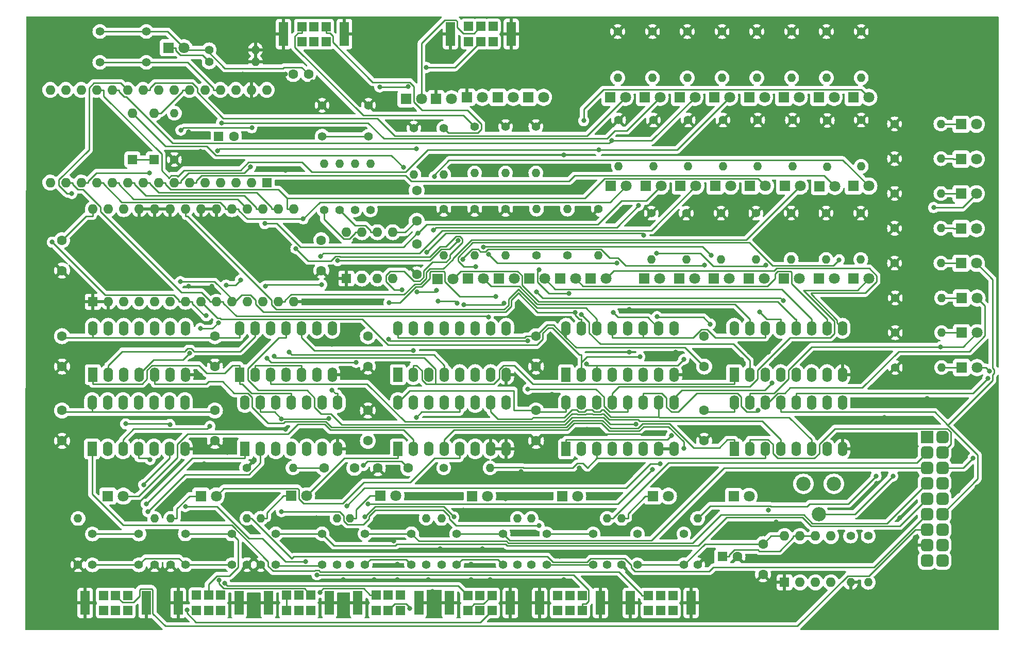
<source format=gbr>
%TF.GenerationSoftware,KiCad,Pcbnew,7.0.7*%
%TF.CreationDate,2024-08-20T13:12:50+02:00*%
%TF.ProjectId,plc14500,706c6331-3435-4303-902e-6b696361645f,rev?*%
%TF.SameCoordinates,Original*%
%TF.FileFunction,Copper,L1,Top*%
%TF.FilePolarity,Positive*%
%FSLAX46Y46*%
G04 Gerber Fmt 4.6, Leading zero omitted, Abs format (unit mm)*
G04 Created by KiCad (PCBNEW 7.0.7) date 2024-08-20 13:12:50*
%MOMM*%
%LPD*%
G01*
G04 APERTURE LIST*
G04 Aperture macros list*
%AMRoundRect*
0 Rectangle with rounded corners*
0 $1 Rounding radius*
0 $2 $3 $4 $5 $6 $7 $8 $9 X,Y pos of 4 corners*
0 Add a 4 corners polygon primitive as box body*
4,1,4,$2,$3,$4,$5,$6,$7,$8,$9,$2,$3,0*
0 Add four circle primitives for the rounded corners*
1,1,$1+$1,$2,$3*
1,1,$1+$1,$4,$5*
1,1,$1+$1,$6,$7*
1,1,$1+$1,$8,$9*
0 Add four rect primitives between the rounded corners*
20,1,$1+$1,$2,$3,$4,$5,0*
20,1,$1+$1,$4,$5,$6,$7,0*
20,1,$1+$1,$6,$7,$8,$9,0*
20,1,$1+$1,$8,$9,$2,$3,0*%
G04 Aperture macros list end*
%TA.AperFunction,ComponentPad*%
%ADD10C,1.600000*%
%TD*%
%TA.AperFunction,ComponentPad*%
%ADD11R,1.600000X1.600000*%
%TD*%
%TA.AperFunction,ComponentPad*%
%ADD12C,1.800000*%
%TD*%
%TA.AperFunction,ComponentPad*%
%ADD13R,1.800000X1.800000*%
%TD*%
%TA.AperFunction,ComponentPad*%
%ADD14C,1.400000*%
%TD*%
%TA.AperFunction,ComponentPad*%
%ADD15O,1.400000X1.400000*%
%TD*%
%TA.AperFunction,ComponentPad*%
%ADD16C,2.340000*%
%TD*%
%TA.AperFunction,ComponentPad*%
%ADD17R,1.524000X1.524000*%
%TD*%
%TA.AperFunction,ComponentPad*%
%ADD18R,1.524000X4.000000*%
%TD*%
%TA.AperFunction,ComponentPad*%
%ADD19R,1.600000X2.400000*%
%TD*%
%TA.AperFunction,ComponentPad*%
%ADD20O,1.600000X2.400000*%
%TD*%
%TA.AperFunction,ComponentPad*%
%ADD21O,1.600000X1.600000*%
%TD*%
%TA.AperFunction,ComponentPad*%
%ADD22C,1.397000*%
%TD*%
%TA.AperFunction,ComponentPad*%
%ADD23R,2.000000X2.000000*%
%TD*%
%TA.AperFunction,ComponentPad*%
%ADD24RoundRect,0.500000X-0.500000X-0.500000X0.500000X-0.500000X0.500000X0.500000X-0.500000X0.500000X0*%
%TD*%
%TA.AperFunction,ViaPad*%
%ADD25C,0.800000*%
%TD*%
%TA.AperFunction,ViaPad*%
%ADD26C,5.000000*%
%TD*%
%TA.AperFunction,Conductor*%
%ADD27C,0.250000*%
%TD*%
G04 APERTURE END LIST*
D10*
%TO.P,C3,1*%
%TO.N,+5V*%
X127871000Y-113030000D03*
%TO.P,C3,2*%
%TO.N,GND*%
X127871000Y-108030000D03*
%TD*%
D11*
%TO.P,C4,1*%
%TO.N,Net-(U4-DIS)*%
X186095000Y-132080000D03*
D10*
%TO.P,C4,2*%
%TO.N,GND*%
X188595000Y-132080000D03*
%TD*%
%TO.P,C6,1*%
%TO.N,+5V*%
X183122000Y-108030000D03*
%TO.P,C6,2*%
%TO.N,GND*%
X183122000Y-113030000D03*
%TD*%
D11*
%TO.P,C7,1*%
%TO.N,Net-(C7-Pad1)*%
X103370000Y-62940000D03*
D10*
%TO.P,C7,2*%
%TO.N,GND*%
X105870000Y-62940000D03*
%TD*%
%TO.P,C8,1*%
%TO.N,+5V*%
X155497000Y-95805000D03*
%TO.P,C8,2*%
%TO.N,GND*%
X155497000Y-100805000D03*
%TD*%
%TO.P,C9,1*%
%TO.N,GND*%
X77620000Y-85025000D03*
%TO.P,C9,2*%
%TO.N,+5V*%
X77620000Y-80025000D03*
%TD*%
%TO.P,C10,1*%
%TO.N,Net-(U9-TRE)*%
X120220000Y-80025000D03*
%TO.P,C10,2*%
%TO.N,GND*%
X120220000Y-85025000D03*
%TD*%
%TO.P,C11,1*%
%TO.N,Net-(U9-CON)*%
X135890000Y-76835000D03*
%TO.P,C11,2*%
%TO.N,GND*%
X135890000Y-71835000D03*
%TD*%
%TO.P,C12,1*%
%TO.N,GND*%
X135890000Y-85645000D03*
%TO.P,C12,2*%
%TO.N,+5V*%
X135890000Y-80645000D03*
%TD*%
%TO.P,C13,1*%
%TO.N,GND*%
X129510000Y-117510000D03*
%TO.P,C13,2*%
%TO.N,Net-(C13-Pad2)*%
X134510000Y-117510000D03*
%TD*%
%TO.P,C14,1*%
%TO.N,+5V*%
X183122000Y-100805000D03*
%TO.P,C14,2*%
%TO.N,GND*%
X183122000Y-95805000D03*
%TD*%
%TO.P,C16,1*%
%TO.N,+5V*%
X127871000Y-95805000D03*
%TO.P,C16,2*%
%TO.N,GND*%
X127871000Y-100805000D03*
%TD*%
%TO.P,C17,1*%
%TO.N,+5V*%
X155497000Y-108030000D03*
%TO.P,C17,2*%
%TO.N,GND*%
X155497000Y-113030000D03*
%TD*%
D12*
%TO.P,D1,A,A*%
%TO.N,/Input-Output/IN0*%
X177240000Y-122120000D03*
D13*
%TO.P,D1,K,C*%
%TO.N,Net-(D1-C)*%
X174700000Y-122120000D03*
%TD*%
D12*
%TO.P,D2,A,A*%
%TO.N,/Input-Output/IN1*%
X162340000Y-122120000D03*
D13*
%TO.P,D2,K,C*%
%TO.N,Net-(D2-C)*%
X159800000Y-122120000D03*
%TD*%
D12*
%TO.P,D3,A,A*%
%TO.N,/Input-Output/IN2*%
X147545000Y-122120000D03*
D13*
%TO.P,D3,K,C*%
%TO.N,Net-(D3-C)*%
X145005000Y-122120000D03*
%TD*%
D12*
%TO.P,D4,A,A*%
%TO.N,/Input-Output/IN3*%
X132495000Y-122080000D03*
D13*
%TO.P,D4,K,C*%
%TO.N,Net-(D4-C)*%
X129955000Y-122080000D03*
%TD*%
D12*
%TO.P,D6,A,A*%
%TO.N,/Input-Output/IN5*%
X102960000Y-122100000D03*
D13*
%TO.P,D6,K,C*%
%TO.N,Net-(D6-C)*%
X100420000Y-122100000D03*
%TD*%
D12*
%TO.P,D7,A,A*%
%TO.N,/Input-Output/IN6*%
X87705000Y-122120000D03*
D13*
%TO.P,D7,K,C*%
%TO.N,Net-(D7-C)*%
X85165000Y-122120000D03*
%TD*%
D12*
%TO.P,D8,A,A*%
%TO.N,/Input-Output/IN7*%
X190500000Y-122150000D03*
D13*
%TO.P,D8,K,C*%
%TO.N,Net-(D8-C)*%
X187960000Y-122150000D03*
%TD*%
D12*
%TO.P,D9,A,A*%
%TO.N,/TMR0-TRG*%
X227965000Y-100965000D03*
D13*
%TO.P,D9,K,C*%
%TO.N,Net-(D9-C)*%
X225425000Y-100965000D03*
%TD*%
D12*
%TO.P,D10,A,A*%
%TO.N,/Input-Output/OUT6*%
X227965000Y-95250000D03*
D13*
%TO.P,D10,K,C*%
%TO.N,Net-(D10-C)*%
X225425000Y-95250000D03*
%TD*%
D12*
%TO.P,D11,A,A*%
%TO.N,/Input-Output/OUT5*%
X227965000Y-89535000D03*
D13*
%TO.P,D11,K,C*%
%TO.N,Net-(D11-C)*%
X225425000Y-89535000D03*
%TD*%
D12*
%TO.P,D12,A,A*%
%TO.N,/Input-Output/OUT4*%
X227850000Y-83820000D03*
D13*
%TO.P,D12,K,C*%
%TO.N,Net-(D12-C)*%
X225310000Y-83820000D03*
%TD*%
D12*
%TO.P,D13,A,A*%
%TO.N,/Input-Output/OUT3*%
X227850000Y-78105000D03*
D13*
%TO.P,D13,K,C*%
%TO.N,Net-(D13-C)*%
X225310000Y-78105000D03*
%TD*%
D12*
%TO.P,D14,A,A*%
%TO.N,/Input-Output/OUT2*%
X227845000Y-72390000D03*
D13*
%TO.P,D14,K,C*%
%TO.N,Net-(D14-C)*%
X225305000Y-72390000D03*
%TD*%
D12*
%TO.P,D15,A,A*%
%TO.N,/Input-Output/OUT1*%
X227850000Y-66675000D03*
D13*
%TO.P,D15,K,C*%
%TO.N,Net-(D15-C)*%
X225310000Y-66675000D03*
%TD*%
D12*
%TO.P,D16,A,A*%
%TO.N,/Input-Output/OUT0*%
X227850000Y-60960000D03*
D13*
%TO.P,D16,K,C*%
%TO.N,Net-(D16-C)*%
X225310000Y-60960000D03*
%TD*%
D12*
%TO.P,D17,A,A*%
%TO.N,/RES*%
X97650000Y-48380000D03*
D13*
%TO.P,D17,K,C*%
%TO.N,Net-(D17-C)*%
X95110000Y-48380000D03*
%TD*%
D12*
%TO.P,D18,A,A*%
%TO.N,Net-(D18-PadA)*%
X146680000Y-56515000D03*
D13*
%TO.P,D18,K,C*%
%TO.N,GND*%
X144140000Y-56515000D03*
%TD*%
D12*
%TO.P,D19,A,A*%
%TO.N,Net-(D19-PadA)*%
X141600000Y-56770000D03*
D13*
%TO.P,D19,K,C*%
%TO.N,GND*%
X139060000Y-56770000D03*
%TD*%
D12*
%TO.P,D20,A,A*%
%TO.N,/A0*%
X210185000Y-56515000D03*
D13*
%TO.P,D20,K,C*%
%TO.N,Net-(D20-C)*%
X207645000Y-56515000D03*
%TD*%
D12*
%TO.P,D21,A,A*%
%TO.N,/D0*%
X210185000Y-71120000D03*
D13*
%TO.P,D21,K,C*%
%TO.N,Net-(D21-C)*%
X207645000Y-71120000D03*
%TD*%
D12*
%TO.P,D22,A,A*%
%TO.N,/A1*%
X204470000Y-56515000D03*
D13*
%TO.P,D22,K,C*%
%TO.N,Net-(D22-C)*%
X201930000Y-56515000D03*
%TD*%
D12*
%TO.P,D23,A,A*%
%TO.N,/D1*%
X204615000Y-71185000D03*
D13*
%TO.P,D23,K,C*%
%TO.N,Net-(D23-C)*%
X202075000Y-71185000D03*
%TD*%
D12*
%TO.P,D24,A,A*%
%TO.N,/A2*%
X198755000Y-56515000D03*
D13*
%TO.P,D24,K,C*%
%TO.N,Net-(D24-C)*%
X196215000Y-56515000D03*
%TD*%
D12*
%TO.P,D25,A,A*%
%TO.N,/D2*%
X198900000Y-71120000D03*
D13*
%TO.P,D25,K,C*%
%TO.N,Net-(D25-C)*%
X196360000Y-71120000D03*
%TD*%
D12*
%TO.P,D26,A,A*%
%TO.N,/A3*%
X193040000Y-56515000D03*
D13*
%TO.P,D26,K,C*%
%TO.N,Net-(D26-C)*%
X190500000Y-56515000D03*
%TD*%
D12*
%TO.P,D27,A,A*%
%TO.N,/D3*%
X193190000Y-71120000D03*
D13*
%TO.P,D27,K,C*%
%TO.N,Net-(D27-C)*%
X190650000Y-71120000D03*
%TD*%
D12*
%TO.P,D28,A,A*%
%TO.N,Net-(D28-PadA)*%
X156730000Y-56515000D03*
D13*
%TO.P,D28,K,C*%
%TO.N,Net-(D28-C)*%
X154190000Y-56515000D03*
%TD*%
D12*
%TO.P,D29,A,A*%
%TO.N,/A4*%
X187325000Y-56515000D03*
D13*
%TO.P,D29,K,C*%
%TO.N,Net-(D29-C)*%
X184785000Y-56515000D03*
%TD*%
D12*
%TO.P,D30,A,A*%
%TO.N,/D4*%
X187475000Y-71120000D03*
D13*
%TO.P,D30,K,C*%
%TO.N,Net-(D30-C)*%
X184935000Y-71120000D03*
%TD*%
D12*
%TO.P,D31,A,A*%
%TO.N,/A5*%
X181610000Y-56515000D03*
D13*
%TO.P,D31,K,C*%
%TO.N,Net-(D31-C)*%
X179070000Y-56515000D03*
%TD*%
D12*
%TO.P,D32,A,A*%
%TO.N,/D5*%
X181760000Y-71120000D03*
D13*
%TO.P,D32,K,C*%
%TO.N,Net-(D32-C)*%
X179220000Y-71120000D03*
%TD*%
D12*
%TO.P,D33,A,A*%
%TO.N,Net-(D33-PadA)*%
X151760000Y-56515000D03*
D13*
%TO.P,D33,K,C*%
%TO.N,Net-(D33-C)*%
X149220000Y-56515000D03*
%TD*%
D12*
%TO.P,D34,A,A*%
%TO.N,/A6*%
X175895000Y-56515000D03*
D13*
%TO.P,D34,K,C*%
%TO.N,Net-(D34-C)*%
X173355000Y-56515000D03*
%TD*%
D12*
%TO.P,D35,A,A*%
%TO.N,/D6*%
X176045000Y-71120000D03*
D13*
%TO.P,D35,K,C*%
%TO.N,Net-(D35-C)*%
X173505000Y-71120000D03*
%TD*%
D12*
%TO.P,D36,A,A*%
%TO.N,/A7*%
X170180000Y-56515000D03*
D13*
%TO.P,D36,K,C*%
%TO.N,Net-(D36-C)*%
X167640000Y-56515000D03*
%TD*%
D12*
%TO.P,D37,A,A*%
%TO.N,/D7*%
X170325000Y-71120000D03*
D13*
%TO.P,D37,K,C*%
%TO.N,Net-(D37-C)*%
X167785000Y-71120000D03*
%TD*%
D12*
%TO.P,D38,A,A*%
%TO.N,/CPU/CLK2*%
X136690000Y-56770000D03*
D13*
%TO.P,D38,K,C*%
%TO.N,Net-(D38-C)*%
X134150000Y-56770000D03*
%TD*%
D12*
%TO.P,D39,A,A*%
%TO.N,/CPU/JMP*%
X141830000Y-86380000D03*
D13*
%TO.P,D39,K,C*%
%TO.N,Net-(D39-C)*%
X139290000Y-86380000D03*
%TD*%
D12*
%TO.P,D41,A,A*%
%TO.N,/RR*%
X146865000Y-86360000D03*
D13*
%TO.P,D41,K,C*%
%TO.N,Net-(D41-C)*%
X144325000Y-86360000D03*
%TD*%
D12*
%TO.P,D42,A,A*%
%TO.N,/W*%
X151900000Y-86360000D03*
D13*
%TO.P,D42,K,C*%
%TO.N,Net-(D42-C)*%
X149360000Y-86360000D03*
%TD*%
D12*
%TO.P,D43,A,A*%
%TO.N,Net-(U13-Q0)*%
X210185000Y-86360000D03*
D13*
%TO.P,D43,K,C*%
%TO.N,Net-(D43-C)*%
X207645000Y-86360000D03*
%TD*%
D12*
%TO.P,D44,A,A*%
%TO.N,Net-(U13-Q1)*%
X204481000Y-86349300D03*
D13*
%TO.P,D44,K,C*%
%TO.N,Net-(D44-C)*%
X201941000Y-86349300D03*
%TD*%
D12*
%TO.P,D45,A,A*%
%TO.N,Net-(U13-Q2)*%
X198778000Y-86349300D03*
D13*
%TO.P,D45,K,C*%
%TO.N,Net-(D45-C)*%
X196238000Y-86349300D03*
%TD*%
D12*
%TO.P,D46,A,A*%
%TO.N,Net-(U13-Q3)*%
X192985000Y-86360000D03*
D13*
%TO.P,D46,K,C*%
%TO.N,Net-(D46-C)*%
X190445000Y-86360000D03*
%TD*%
D12*
%TO.P,D47,A,A*%
%TO.N,Net-(U13-Q4)*%
X187270000Y-86360000D03*
D13*
%TO.P,D47,K,C*%
%TO.N,Net-(D47-C)*%
X184730000Y-86360000D03*
%TD*%
D12*
%TO.P,D48,A,A*%
%TO.N,Net-(U13-Q5)*%
X181555000Y-86360000D03*
D13*
%TO.P,D48,K,C*%
%TO.N,Net-(D48-C)*%
X179015000Y-86360000D03*
%TD*%
D14*
%TO.P,R1,1*%
%TO.N,GND*%
X182035000Y-133410000D03*
D15*
%TO.P,R1,2*%
%TO.N,/Input-Output/EXTIN0*%
X182035000Y-125790000D03*
%TD*%
D14*
%TO.P,R2,1*%
%TO.N,GND*%
X167188000Y-133410000D03*
D15*
%TO.P,R2,2*%
%TO.N,/Input-Output/EXTIN1*%
X167188000Y-125790000D03*
%TD*%
D14*
%TO.P,R3,1*%
%TO.N,GND*%
X152447000Y-133410000D03*
D15*
%TO.P,R3,2*%
%TO.N,/Input-Output/EXTIN2*%
X152447000Y-125790000D03*
%TD*%
D14*
%TO.P,R4,1*%
%TO.N,GND*%
X137450000Y-133370000D03*
D15*
%TO.P,R4,2*%
%TO.N,/Input-Output/EXTIN3*%
X137450000Y-125750000D03*
%TD*%
D14*
%TO.P,R5,1*%
%TO.N,GND*%
X169575000Y-133410000D03*
D15*
%TO.P,R5,2*%
%TO.N,Net-(D1-C)*%
X169575000Y-125790000D03*
%TD*%
D14*
%TO.P,R6,1*%
%TO.N,GND*%
X154711700Y-133410000D03*
D15*
%TO.P,R6,2*%
%TO.N,Net-(D2-C)*%
X154711700Y-125790000D03*
%TD*%
D14*
%TO.P,R7,1*%
%TO.N,GND*%
X139953000Y-133410000D03*
D15*
%TO.P,R7,2*%
%TO.N,Net-(D3-C)*%
X139953000Y-125790000D03*
%TD*%
D14*
%TO.P,R8,1*%
%TO.N,GND*%
X124940000Y-133370000D03*
D15*
%TO.P,R8,2*%
%TO.N,Net-(D4-C)*%
X124940000Y-125750000D03*
%TD*%
D14*
%TO.P,R9,1*%
%TO.N,GND*%
X122803000Y-133370000D03*
D15*
%TO.P,R9,2*%
%TO.N,/Input-Output/EXTIN4*%
X122803000Y-125750000D03*
%TD*%
D14*
%TO.P,R10,1*%
%TO.N,GND*%
X108022000Y-133390000D03*
D15*
%TO.P,R10,2*%
%TO.N,/Input-Output/EXTIN5*%
X108022000Y-125770000D03*
%TD*%
D14*
%TO.P,R12,1*%
%TO.N,GND*%
X110277000Y-133370000D03*
D15*
%TO.P,R12,2*%
%TO.N,Net-(D5-C)*%
X110277000Y-125750000D03*
%TD*%
D14*
%TO.P,R13,1*%
%TO.N,GND*%
X95478000Y-133390000D03*
D15*
%TO.P,R13,2*%
%TO.N,Net-(D6-C)*%
X95478000Y-125770000D03*
%TD*%
D14*
%TO.P,R14,1*%
%TO.N,GND*%
X80260000Y-133410000D03*
D15*
%TO.P,R14,2*%
%TO.N,Net-(D7-C)*%
X80260000Y-125790000D03*
%TD*%
D14*
%TO.P,R15,1*%
%TO.N,Net-(R15-Pad1)*%
X210090000Y-128685000D03*
D15*
%TO.P,R15,2*%
%TO.N,Net-(U4-DIS)*%
X210090000Y-136305000D03*
%TD*%
D14*
%TO.P,R16,1*%
%TO.N,Net-(D8-C)*%
X207180000Y-128685000D03*
D15*
%TO.P,R16,2*%
%TO.N,GND*%
X207180000Y-136305000D03*
%TD*%
D14*
%TO.P,R17,1*%
%TO.N,GND*%
X214515000Y-100965000D03*
D15*
%TO.P,R17,2*%
%TO.N,Net-(D9-C)*%
X222135000Y-100965000D03*
%TD*%
D14*
%TO.P,R18,1*%
%TO.N,GND*%
X214515000Y-95240000D03*
D15*
%TO.P,R18,2*%
%TO.N,Net-(D10-C)*%
X222135000Y-95240000D03*
%TD*%
D14*
%TO.P,R19,1*%
%TO.N,GND*%
X214515000Y-89515000D03*
D15*
%TO.P,R19,2*%
%TO.N,Net-(D11-C)*%
X222135000Y-89515000D03*
%TD*%
D14*
%TO.P,R20,1*%
%TO.N,GND*%
X214400000Y-83790000D03*
D15*
%TO.P,R20,2*%
%TO.N,Net-(D12-C)*%
X222020000Y-83790000D03*
%TD*%
D14*
%TO.P,R21,1*%
%TO.N,GND*%
X214400000Y-78065000D03*
D15*
%TO.P,R21,2*%
%TO.N,Net-(D13-C)*%
X222020000Y-78065000D03*
%TD*%
D14*
%TO.P,R23,1*%
%TO.N,GND*%
X214395000Y-72340000D03*
D15*
%TO.P,R23,2*%
%TO.N,Net-(D14-C)*%
X222015000Y-72340000D03*
%TD*%
D14*
%TO.P,R24,1*%
%TO.N,GND*%
X214400000Y-66615000D03*
D15*
%TO.P,R24,2*%
%TO.N,Net-(D15-C)*%
X222020000Y-66615000D03*
%TD*%
D14*
%TO.P,R25,1*%
%TO.N,GND*%
X214390000Y-60890000D03*
D15*
%TO.P,R25,2*%
%TO.N,Net-(D16-C)*%
X222010000Y-60890000D03*
%TD*%
D14*
%TO.P,R26,1*%
%TO.N,/RES*%
X101780000Y-48700000D03*
D15*
%TO.P,R26,2*%
%TO.N,GND*%
X109400000Y-48700000D03*
%TD*%
D14*
%TO.P,R27,1*%
%TO.N,Net-(D17-C)*%
X101800000Y-50710000D03*
D15*
%TO.P,R27,2*%
%TO.N,GND*%
X109420000Y-50710000D03*
%TD*%
D14*
%TO.P,R30,1*%
%TO.N,Net-(U9-DIS)*%
X120650000Y-75040000D03*
D15*
%TO.P,R30,2*%
%TO.N,+5V*%
X120650000Y-67420000D03*
%TD*%
D14*
%TO.P,R31,1*%
%TO.N,Net-(U9-TRE)*%
X123190000Y-75040000D03*
D15*
%TO.P,R31,2*%
%TO.N,Net-(U9-DIS)*%
X123190000Y-67420000D03*
%TD*%
D14*
%TO.P,R32,1*%
%TO.N,GND*%
X208920000Y-45705000D03*
D15*
%TO.P,R32,2*%
%TO.N,Net-(D20-C)*%
X208920000Y-53325000D03*
%TD*%
D14*
%TO.P,R33,1*%
%TO.N,GND*%
X208920000Y-60260000D03*
D15*
%TO.P,R33,2*%
%TO.N,Net-(D21-C)*%
X208920000Y-67880000D03*
%TD*%
D14*
%TO.P,R34,1*%
%TO.N,GND*%
X203205000Y-45705000D03*
D15*
%TO.P,R34,2*%
%TO.N,Net-(D22-C)*%
X203205000Y-53325000D03*
%TD*%
D14*
%TO.P,R35,1*%
%TO.N,GND*%
X203350000Y-60325000D03*
D15*
%TO.P,R35,2*%
%TO.N,Net-(D23-C)*%
X203350000Y-67945000D03*
%TD*%
D14*
%TO.P,R36,1*%
%TO.N,GND*%
X197490000Y-45705000D03*
D15*
%TO.P,R36,2*%
%TO.N,Net-(D24-C)*%
X197490000Y-53325000D03*
%TD*%
D14*
%TO.P,R37,1*%
%TO.N,GND*%
X197635000Y-60260000D03*
D15*
%TO.P,R37,2*%
%TO.N,Net-(D25-C)*%
X197635000Y-67880000D03*
%TD*%
D14*
%TO.P,R38,1*%
%TO.N,GND*%
X191775000Y-45705000D03*
D15*
%TO.P,R38,2*%
%TO.N,Net-(D26-C)*%
X191775000Y-53325000D03*
%TD*%
D14*
%TO.P,R39,1*%
%TO.N,GND*%
X191925000Y-60260000D03*
D15*
%TO.P,R39,2*%
%TO.N,Net-(D27-C)*%
X191925000Y-67880000D03*
%TD*%
D14*
%TO.P,R41,1*%
%TO.N,GND*%
X186060000Y-45705000D03*
D15*
%TO.P,R41,2*%
%TO.N,Net-(D29-C)*%
X186060000Y-53325000D03*
%TD*%
D14*
%TO.P,R42,1*%
%TO.N,GND*%
X186210000Y-60260000D03*
D15*
%TO.P,R42,2*%
%TO.N,Net-(D30-C)*%
X186210000Y-67880000D03*
%TD*%
D14*
%TO.P,R43,1*%
%TO.N,GND*%
X180345000Y-45705000D03*
D15*
%TO.P,R43,2*%
%TO.N,Net-(D31-C)*%
X180345000Y-53325000D03*
%TD*%
D14*
%TO.P,R44,1*%
%TO.N,GND*%
X180495000Y-60260000D03*
D15*
%TO.P,R44,2*%
%TO.N,Net-(D32-C)*%
X180495000Y-67880000D03*
%TD*%
D14*
%TO.P,R46,1*%
%TO.N,GND*%
X174630000Y-45705000D03*
D15*
%TO.P,R46,2*%
%TO.N,Net-(D34-C)*%
X174630000Y-53325000D03*
%TD*%
D14*
%TO.P,R47,1*%
%TO.N,GND*%
X174780000Y-60260000D03*
D15*
%TO.P,R47,2*%
%TO.N,Net-(D35-C)*%
X174780000Y-67880000D03*
%TD*%
D14*
%TO.P,R48,1*%
%TO.N,GND*%
X168915000Y-45705000D03*
D15*
%TO.P,R48,2*%
%TO.N,Net-(D36-C)*%
X168915000Y-53325000D03*
%TD*%
D14*
%TO.P,R50,1*%
%TO.N,Net-(R50-Pad1)*%
X125730000Y-75040000D03*
D15*
%TO.P,R50,2*%
%TO.N,+5V*%
X125730000Y-67420000D03*
%TD*%
D14*
%TO.P,R51,1*%
%TO.N,Net-(C13-Pad2)*%
X128270000Y-75040000D03*
D15*
%TO.P,R51,2*%
%TO.N,Net-(R50-Pad1)*%
X128270000Y-67420000D03*
%TD*%
D14*
%TO.P,R52,1*%
%TO.N,GND*%
X135425000Y-61595000D03*
D15*
%TO.P,R52,2*%
%TO.N,Net-(D38-C)*%
X135425000Y-69215000D03*
%TD*%
D14*
%TO.P,R53,1*%
%TO.N,GND*%
X155580000Y-82539300D03*
D15*
%TO.P,R53,2*%
%TO.N,Net-(D50-C)*%
X155580000Y-74919300D03*
%TD*%
D14*
%TO.P,R55,1*%
%TO.N,GND*%
X140340000Y-74930000D03*
D15*
%TO.P,R55,2*%
%TO.N,Net-(D39-C)*%
X140340000Y-82550000D03*
%TD*%
D14*
%TO.P,R57,1*%
%TO.N,GND*%
X145420000Y-74930000D03*
D15*
%TO.P,R57,2*%
%TO.N,Net-(D41-C)*%
X145420000Y-82550000D03*
%TD*%
D14*
%TO.P,R58,1*%
%TO.N,GND*%
X150500000Y-74930000D03*
D15*
%TO.P,R58,2*%
%TO.N,Net-(D42-C)*%
X150500000Y-82550000D03*
%TD*%
D14*
%TO.P,R60,1*%
%TO.N,GND*%
X208860000Y-75575700D03*
D15*
%TO.P,R60,2*%
%TO.N,Net-(D43-C)*%
X208860000Y-83195700D03*
%TD*%
D14*
%TO.P,R61,1*%
%TO.N,GND*%
X203145000Y-75565000D03*
D15*
%TO.P,R61,2*%
%TO.N,Net-(D44-C)*%
X203145000Y-83185000D03*
%TD*%
D14*
%TO.P,R62,1*%
%TO.N,GND*%
X197430000Y-75565000D03*
D15*
%TO.P,R62,2*%
%TO.N,Net-(D45-C)*%
X197430000Y-83185000D03*
%TD*%
D14*
%TO.P,R63,1*%
%TO.N,GND*%
X191626000Y-75575700D03*
D15*
%TO.P,R63,2*%
%TO.N,Net-(D46-C)*%
X191626000Y-83195700D03*
%TD*%
D14*
%TO.P,R64,1*%
%TO.N,GND*%
X185899000Y-75575700D03*
D15*
%TO.P,R64,2*%
%TO.N,Net-(D47-C)*%
X185899000Y-83195700D03*
%TD*%
D14*
%TO.P,R65,1*%
%TO.N,GND*%
X180173000Y-75575700D03*
D15*
%TO.P,R65,2*%
%TO.N,Net-(D48-C)*%
X180173000Y-83195700D03*
%TD*%
D14*
%TO.P,R66,1*%
%TO.N,GND*%
X174446000Y-75575700D03*
D15*
%TO.P,R66,2*%
%TO.N,Net-(D49-C)*%
X174446000Y-83195700D03*
%TD*%
D16*
%TO.P,RV1,1,1*%
%TO.N,Net-(R15-Pad1)*%
X204430000Y-120095000D03*
%TO.P,RV1,2,2*%
%TO.N,+5V*%
X201930000Y-125095000D03*
%TO.P,RV1,3,3*%
%TO.N,unconnected-(RV1-Pad3)*%
X199430000Y-120095000D03*
%TD*%
D17*
%TO.P,S6,1,1*%
%TO.N,Net-(S6-Pad1)*%
X159075000Y-140950000D03*
%TO.P,S6,2,2*%
%TO.N,/Input-Output/IN1*%
X161075000Y-140950000D03*
%TO.P,S6,3,3*%
%TO.N,Net-(S6-Pad3)*%
X163075000Y-140950000D03*
%TO.P,S6,5,5*%
%TO.N,Net-(S6-Pad1)*%
X159075000Y-138450000D03*
%TO.P,S6,6,6*%
%TO.N,/Input-Output/EXTIN1*%
X161075000Y-138450000D03*
%TO.P,S6,7,7*%
%TO.N,Net-(S6-Pad1)*%
X163075000Y-138450000D03*
D18*
%TO.P,S6,8,GND*%
%TO.N,GND*%
X156075000Y-139700000D03*
%TO.P,S6,9,GND*%
X166075000Y-139700000D03*
%TD*%
D17*
%TO.P,S7,1,1*%
%TO.N,Net-(S7-Pad1)*%
X144280000Y-140950000D03*
%TO.P,S7,2,2*%
%TO.N,/Input-Output/IN2*%
X146280000Y-140950000D03*
%TO.P,S7,3,3*%
%TO.N,Net-(S7-Pad3)*%
X148280000Y-140950000D03*
%TO.P,S7,5,5*%
%TO.N,Net-(S7-Pad1)*%
X144280000Y-138450000D03*
%TO.P,S7,6,6*%
%TO.N,/Input-Output/EXTIN2*%
X146280000Y-138450000D03*
%TO.P,S7,7,7*%
%TO.N,Net-(S7-Pad1)*%
X148280000Y-138450000D03*
D18*
%TO.P,S7,8,GND*%
%TO.N,GND*%
X141280000Y-139700000D03*
%TO.P,S7,9,GND*%
X151280000Y-139700000D03*
%TD*%
D17*
%TO.P,S8,1,1*%
%TO.N,Net-(S8-Pad1)*%
X129230000Y-140910000D03*
%TO.P,S8,2,2*%
%TO.N,/Input-Output/IN3*%
X131230000Y-140910000D03*
%TO.P,S8,3,3*%
%TO.N,Net-(S8-Pad3)*%
X133230000Y-140910000D03*
%TO.P,S8,5,5*%
%TO.N,Net-(S8-Pad1)*%
X129230000Y-138410000D03*
%TO.P,S8,6,6*%
%TO.N,/Input-Output/EXTIN3*%
X131230000Y-138410000D03*
%TO.P,S8,7,7*%
%TO.N,Net-(S8-Pad1)*%
X133230000Y-138410000D03*
D18*
%TO.P,S8,8,GND*%
%TO.N,GND*%
X126230000Y-139660000D03*
%TO.P,S8,9,GND*%
X136230000Y-139660000D03*
%TD*%
D17*
%TO.P,S13,1,1*%
%TO.N,Net-(S13-Pad1)*%
X99695000Y-140930000D03*
%TO.P,S13,2,2*%
%TO.N,/Input-Output/IN5*%
X101695000Y-140930000D03*
%TO.P,S13,3,3*%
%TO.N,Net-(S13-Pad3)*%
X103695000Y-140930000D03*
%TO.P,S13,5,5*%
%TO.N,Net-(S13-Pad1)*%
X99695000Y-138430000D03*
%TO.P,S13,6,6*%
%TO.N,/Input-Output/EXTIN5*%
X101695000Y-138430000D03*
%TO.P,S13,7,7*%
%TO.N,Net-(S13-Pad7)*%
X103695000Y-138430000D03*
D18*
%TO.P,S13,8,GND*%
%TO.N,GND*%
X96695000Y-139680000D03*
%TO.P,S13,9,GND*%
X106695000Y-139680000D03*
%TD*%
D17*
%TO.P,S14,1,1*%
%TO.N,Net-(S14-Pad1)*%
X84440000Y-140950000D03*
%TO.P,S14,2,2*%
%TO.N,/Input-Output/IN6*%
X86440000Y-140950000D03*
%TO.P,S14,3,3*%
%TO.N,Net-(S14-Pad3)*%
X88440000Y-140950000D03*
%TO.P,S14,5,5*%
%TO.N,Net-(S14-Pad1)*%
X84440000Y-138450000D03*
%TO.P,S14,6,6*%
%TO.N,/Input-Output/EXTIN6*%
X86440000Y-138450000D03*
%TO.P,S14,7,7*%
%TO.N,Net-(S14-Pad7)*%
X88440000Y-138450000D03*
D18*
%TO.P,S14,8,GND*%
%TO.N,GND*%
X81440000Y-139700000D03*
%TO.P,S14,9,GND*%
X91440000Y-139700000D03*
%TD*%
D17*
%TO.P,S16,1,1*%
%TO.N,Net-(R29-Pad1)*%
X121010000Y-44880000D03*
%TO.P,S16,2,2*%
%TO.N,+5V*%
X119010000Y-44880000D03*
%TO.P,S16,3,3*%
%TO.N,Net-(R28-Pad1)*%
X117010000Y-44880000D03*
%TO.P,S16,5,5*%
%TO.N,unconnected-(S16-Pad5)*%
X121010000Y-47380000D03*
%TO.P,S16,6,6*%
%TO.N,Net-(C7-Pad1)*%
X119010000Y-47380000D03*
%TO.P,S16,7,7*%
%TO.N,Net-(U9-TRE)*%
X117010000Y-47380000D03*
D18*
%TO.P,S16,8,GND*%
%TO.N,GND*%
X124010000Y-46130000D03*
%TO.P,S16,9,GND*%
X114010000Y-46130000D03*
%TD*%
D17*
%TO.P,S18,1,1*%
%TO.N,Net-(U9-OUT)*%
X148420000Y-44860000D03*
%TO.P,S18,2,2*%
%TO.N,/CPU/CLK2*%
X146420000Y-44860000D03*
%TO.P,S18,3,3*%
%TO.N,Net-(S18-Pad3)*%
X144420000Y-44860000D03*
%TO.P,S18,5,5*%
%TO.N,Net-(D28-PadA)*%
X148420000Y-47360000D03*
%TO.P,S18,6,6*%
%TO.N,+5V*%
X146420000Y-47360000D03*
%TO.P,S18,7,7*%
%TO.N,Net-(D33-PadA)*%
X144420000Y-47360000D03*
D18*
%TO.P,S18,8,GND*%
%TO.N,GND*%
X151420000Y-46110000D03*
%TO.P,S18,9,GND*%
X141420000Y-46110000D03*
%TD*%
D19*
%TO.P,U2,1,X4*%
%TO.N,/Input-Output/IN4*%
X132809000Y-114355000D03*
D20*
%TO.P,U2,2,X6*%
%TO.N,/Input-Output/IN6*%
X135349000Y-114355000D03*
%TO.P,U2,3,X*%
%TO.N,Net-(U2-X)*%
X137889000Y-114355000D03*
%TO.P,U2,4,X7*%
%TO.N,/Input-Output/IN7*%
X140429000Y-114355000D03*
%TO.P,U2,5,X5*%
%TO.N,/Input-Output/IN5*%
X142969000Y-114355000D03*
%TO.P,U2,6,Inh*%
%TO.N,/IN-INH*%
X145509000Y-114355000D03*
%TO.P,U2,7,VEE*%
%TO.N,GND*%
X148049000Y-114355000D03*
%TO.P,U2,8,VSS*%
X150589000Y-114355000D03*
%TO.P,U2,9,C*%
%TO.N,/D6*%
X150589000Y-106735000D03*
%TO.P,U2,10,B*%
%TO.N,/D5*%
X148049000Y-106735000D03*
%TO.P,U2,11,A*%
%TO.N,/D4*%
X145509000Y-106735000D03*
%TO.P,U2,12,X3*%
%TO.N,/Input-Output/IN3*%
X142969000Y-106735000D03*
%TO.P,U2,13,X0*%
%TO.N,/Input-Output/IN0*%
X140429000Y-106735000D03*
%TO.P,U2,14,X1*%
%TO.N,/Input-Output/IN1*%
X137889000Y-106735000D03*
%TO.P,U2,15,X2*%
%TO.N,/Input-Output/IN2*%
X135349000Y-106735000D03*
%TO.P,U2,16,VDD*%
%TO.N,+5V*%
X132809000Y-106735000D03*
%TD*%
D19*
%TO.P,U5,1,Q7*%
%TO.N,/TMR0-TRG*%
X188060000Y-114355000D03*
D20*
%TO.P,U5,2,RST*%
%TO.N,/RES*%
X190600000Y-114355000D03*
%TO.P,U5,3,D*%
%TO.N,/D*%
X193140000Y-114355000D03*
%TO.P,U5,4,WD*%
%TO.N,/OUT-WD*%
X195680000Y-114355000D03*
%TO.P,U5,5,A0*%
%TO.N,/D4*%
X198220000Y-114355000D03*
%TO.P,U5,6,A1*%
%TO.N,/D5*%
X200760000Y-114355000D03*
%TO.P,U5,7,A2*%
%TO.N,/D6*%
X203300000Y-114355000D03*
%TO.P,U5,8,GND*%
%TO.N,GND*%
X205840000Y-114355000D03*
%TO.P,U5,9,Q0*%
%TO.N,/Input-Output/OUT0*%
X205840000Y-106735000D03*
%TO.P,U5,10,Q1*%
%TO.N,/Input-Output/OUT1*%
X203300000Y-106735000D03*
%TO.P,U5,11,Q2*%
%TO.N,/Input-Output/OUT2*%
X200760000Y-106735000D03*
%TO.P,U5,12,Q3*%
%TO.N,/Input-Output/OUT3*%
X198220000Y-106735000D03*
%TO.P,U5,13,Q4*%
%TO.N,/Input-Output/OUT4*%
X195680000Y-106735000D03*
%TO.P,U5,14,Q5*%
%TO.N,/Input-Output/OUT5*%
X193140000Y-106735000D03*
%TO.P,U5,15,Q6*%
%TO.N,/Input-Output/OUT6*%
X190600000Y-106735000D03*
%TO.P,U5,16,VCC*%
%TO.N,+5V*%
X188060000Y-106735000D03*
%TD*%
D19*
%TO.P,U7,1,Q1*%
%TO.N,/A1*%
X160434000Y-102130000D03*
D20*
%TO.P,U7,2,Q2*%
%TO.N,/A2*%
X162974000Y-102130000D03*
%TO.P,U7,3,Q3*%
%TO.N,/A3*%
X165514000Y-102130000D03*
%TO.P,U7,4,Q4*%
%TO.N,/A4*%
X168054000Y-102130000D03*
%TO.P,U7,5,Q5*%
%TO.N,/A5*%
X170594000Y-102130000D03*
%TO.P,U7,6,Q6*%
%TO.N,/A6*%
X173134000Y-102130000D03*
%TO.P,U7,7,Q7*%
%TO.N,/A7*%
X175674000Y-102130000D03*
%TO.P,U7,8,GND*%
%TO.N,GND*%
X178214000Y-102130000D03*
%TO.P,U7,9,~{RCO}*%
%TO.N,unconnected-(U7-~{RCO}-Pad9)*%
X178214000Y-94510000D03*
%TO.P,U7,10,~{MRC}*%
%TO.N,Net-(U7-~{MRC})*%
X175674000Y-94510000D03*
%TO.P,U7,11,CPC*%
%TO.N,/CPU/CLK1*%
X173134000Y-94510000D03*
%TO.P,U7,12,~{CE}*%
%TO.N,GND*%
X170594000Y-94510000D03*
%TO.P,U7,13,CPR*%
%TO.N,/CPU/CLK1*%
X168054000Y-94510000D03*
%TO.P,U7,14,~{OE}*%
%TO.N,/PRG*%
X165514000Y-94510000D03*
%TO.P,U7,15,Q0*%
%TO.N,/A0*%
X162974000Y-94510000D03*
%TO.P,U7,16,VCC*%
%TO.N,+5V*%
X160434000Y-94510000D03*
%TD*%
D11*
%TO.P,U8,1,A14*%
%TO.N,GND*%
X82690000Y-90150000D03*
D21*
%TO.P,U8,2,A12*%
X85230000Y-90150000D03*
%TO.P,U8,3,A7*%
%TO.N,/A7*%
X87770000Y-90150000D03*
%TO.P,U8,4,A6*%
%TO.N,/A6*%
X90310000Y-90150000D03*
%TO.P,U8,5,A5*%
%TO.N,/A5*%
X92850000Y-90150000D03*
%TO.P,U8,6,A4*%
%TO.N,/A4*%
X95390000Y-90150000D03*
%TO.P,U8,7,A3*%
%TO.N,/A3*%
X97930000Y-90150000D03*
%TO.P,U8,8,A2*%
%TO.N,/A2*%
X100470000Y-90150000D03*
%TO.P,U8,9,A1*%
%TO.N,/A1*%
X103010000Y-90150000D03*
%TO.P,U8,10,A0*%
%TO.N,/A0*%
X105550000Y-90150000D03*
%TO.P,U8,11,Q0*%
%TO.N,/D0*%
X108090000Y-90150000D03*
%TO.P,U8,12,Q1*%
%TO.N,/D1*%
X110630000Y-90150000D03*
%TO.P,U8,13,Q2*%
%TO.N,/D2*%
X113170000Y-90150000D03*
%TO.P,U8,14,GND*%
%TO.N,GND*%
X115710000Y-90150000D03*
%TO.P,U8,15,Q3*%
%TO.N,/D3*%
X115710000Y-74910000D03*
%TO.P,U8,16,Q4*%
%TO.N,/D4*%
X113170000Y-74910000D03*
%TO.P,U8,17,Q5*%
%TO.N,/D5*%
X110630000Y-74910000D03*
%TO.P,U8,18,Q6*%
%TO.N,/D6*%
X108090000Y-74910000D03*
%TO.P,U8,19,Q7*%
%TO.N,/D7*%
X105550000Y-74910000D03*
%TO.P,U8,20,~{CS}*%
%TO.N,GND*%
X103010000Y-74910000D03*
%TO.P,U8,21,A10*%
X100470000Y-74910000D03*
%TO.P,U8,22,~{OE}*%
%TO.N,/PRG*%
X97930000Y-74910000D03*
%TO.P,U8,23,A11*%
%TO.N,GND*%
X95390000Y-74910000D03*
%TO.P,U8,24,A9*%
X92850000Y-74910000D03*
%TO.P,U8,25,A8*%
X90310000Y-74910000D03*
%TO.P,U8,26,A13*%
%TO.N,+5V*%
X87770000Y-74910000D03*
%TO.P,U8,27,~{WE}*%
%TO.N,/!WEN*%
X85230000Y-74910000D03*
%TO.P,U8,28,VCC*%
%TO.N,+5V*%
X82690000Y-74910000D03*
%TD*%
D11*
%TO.P,U9,1,GND*%
%TO.N,GND*%
X124350000Y-86325000D03*
D21*
%TO.P,U9,2,TRI*%
%TO.N,Net-(U9-TRE)*%
X126890000Y-86325000D03*
%TO.P,U9,3,OUT*%
%TO.N,Net-(U9-OUT)*%
X129430000Y-86325000D03*
%TO.P,U9,4,/RES*%
%TO.N,+5V*%
X131970000Y-86325000D03*
%TO.P,U9,5,CON*%
%TO.N,Net-(U9-CON)*%
X131970000Y-78705000D03*
%TO.P,U9,6,TRE*%
%TO.N,Net-(U9-TRE)*%
X129430000Y-78705000D03*
%TO.P,U9,7,DIS*%
%TO.N,Net-(U9-DIS)*%
X126890000Y-78705000D03*
%TO.P,U9,8,VCC+*%
%TO.N,+5V*%
X124350000Y-78705000D03*
%TD*%
D19*
%TO.P,U10,1,RST*%
%TO.N,/RES*%
X188060000Y-102130000D03*
D20*
%TO.P,U10,2,WRITE*%
%TO.N,/W*%
X190600000Y-102130000D03*
%TO.P,U10,3,D*%
%TO.N,/D*%
X193140000Y-102130000D03*
%TO.P,U10,4,I3*%
%TO.N,/D3*%
X195680000Y-102130000D03*
%TO.P,U10,5,I2*%
%TO.N,/D2*%
X198220000Y-102130000D03*
%TO.P,U10,6,I1*%
%TO.N,/D1*%
X200760000Y-102130000D03*
%TO.P,U10,7,I0*%
%TO.N,/D0*%
X203300000Y-102130000D03*
%TO.P,U10,8,GND*%
%TO.N,GND*%
X205840000Y-102130000D03*
%TO.P,U10,9,FLAGF*%
%TO.N,Net-(U10-FLAGF)*%
X205840000Y-94510000D03*
%TO.P,U10,10,FLAG0*%
%TO.N,Net-(U10-FLAG0)*%
X203300000Y-94510000D03*
%TO.P,U10,11,RTN*%
%TO.N,Net-(U10-RTN)*%
X200760000Y-94510000D03*
%TO.P,U10,12,JMP*%
%TO.N,/CPU/JMP*%
X198220000Y-94510000D03*
%TO.P,U10,13,X2*%
%TO.N,/CPU/CLK2*%
X195680000Y-94510000D03*
%TO.P,U10,14,X1*%
%TO.N,/CPU/CLK1*%
X193140000Y-94510000D03*
%TO.P,U10,15,RR*%
%TO.N,/RR*%
X190600000Y-94510000D03*
%TO.P,U10,16,Vcc*%
%TO.N,+5V*%
X188060000Y-94510000D03*
%TD*%
D19*
%TO.P,U13,1,Q7*%
%TO.N,unconnected-(U13-Q7-Pad1)*%
X132809000Y-102130000D03*
D20*
%TO.P,U13,2,RST*%
%TO.N,/RES*%
X135349000Y-102130000D03*
%TO.P,U13,3,D*%
%TO.N,/D*%
X137889000Y-102130000D03*
%TO.P,U13,4,WD*%
%TO.N,/SPRAM/SPRAM-WD*%
X140429000Y-102130000D03*
%TO.P,U13,5,A0*%
%TO.N,/D4*%
X142969000Y-102130000D03*
%TO.P,U13,6,A1*%
%TO.N,/D5*%
X145509000Y-102130000D03*
%TO.P,U13,7,A2*%
%TO.N,/D6*%
X148049000Y-102130000D03*
%TO.P,U13,8,GND*%
%TO.N,GND*%
X150589000Y-102130000D03*
%TO.P,U13,9,Q0*%
%TO.N,Net-(U13-Q0)*%
X150589000Y-94510000D03*
%TO.P,U13,10,Q1*%
%TO.N,Net-(U13-Q1)*%
X148049000Y-94510000D03*
%TO.P,U13,11,Q2*%
%TO.N,Net-(U13-Q2)*%
X145509000Y-94510000D03*
%TO.P,U13,12,Q3*%
%TO.N,Net-(U13-Q3)*%
X142969000Y-94510000D03*
%TO.P,U13,13,Q4*%
%TO.N,Net-(U13-Q4)*%
X140429000Y-94510000D03*
%TO.P,U13,14,Q5*%
%TO.N,Net-(U13-Q5)*%
X137889000Y-94510000D03*
%TO.P,U13,15,Q6*%
%TO.N,Net-(U13-Q6)*%
X135349000Y-94510000D03*
%TO.P,U13,16,VCC*%
%TO.N,+5V*%
X132809000Y-94510000D03*
%TD*%
D19*
%TO.P,U14,1,X4*%
%TO.N,Net-(U13-Q4)*%
X160434000Y-114355000D03*
D20*
%TO.P,U14,2,X6*%
%TO.N,Net-(U13-Q6)*%
X162974000Y-114355000D03*
%TO.P,U14,3,X*%
%TO.N,/D*%
X165514000Y-114355000D03*
%TO.P,U14,4,X7*%
%TO.N,/RR*%
X168054000Y-114355000D03*
%TO.P,U14,5,X5*%
%TO.N,Net-(U13-Q5)*%
X170594000Y-114355000D03*
%TO.P,U14,6,Inh*%
%TO.N,/SPRAM/SPRAM-INH*%
X173134000Y-114355000D03*
%TO.P,U14,7,VEE*%
%TO.N,GND*%
X175674000Y-114355000D03*
%TO.P,U14,8,VSS*%
X178214000Y-114355000D03*
%TO.P,U14,9,C*%
%TO.N,/D6*%
X178214000Y-106735000D03*
%TO.P,U14,10,B*%
%TO.N,/D5*%
X175674000Y-106735000D03*
%TO.P,U14,11,A*%
%TO.N,/D4*%
X173134000Y-106735000D03*
%TO.P,U14,12,X3*%
%TO.N,Net-(U13-Q3)*%
X170594000Y-106735000D03*
%TO.P,U14,13,X0*%
%TO.N,Net-(U13-Q0)*%
X168054000Y-106735000D03*
%TO.P,U14,14,X1*%
%TO.N,Net-(U13-Q1)*%
X165514000Y-106735000D03*
%TO.P,U14,15,X2*%
%TO.N,Net-(U13-Q2)*%
X162974000Y-106735000D03*
%TO.P,U14,16,VDD*%
%TO.N,+5V*%
X160434000Y-106735000D03*
%TD*%
D17*
%TO.P,S12,1,1*%
%TO.N,Net-(S12-Pad1)*%
X114530000Y-140910000D03*
%TO.P,S12,2,2*%
%TO.N,/Input-Output/IN4*%
X116530000Y-140910000D03*
%TO.P,S12,3,3*%
%TO.N,Net-(S12-Pad3)*%
X118530000Y-140910000D03*
%TO.P,S12,5,5*%
%TO.N,Net-(S12-Pad1)*%
X114530000Y-138410000D03*
%TO.P,S12,6,6*%
%TO.N,/Input-Output/EXTIN4*%
X116530000Y-138410000D03*
%TO.P,S12,7,7*%
%TO.N,Net-(S12-Pad7)*%
X118530000Y-138410000D03*
D18*
%TO.P,S12,8,GND*%
%TO.N,GND*%
X111530000Y-139660000D03*
%TO.P,S12,9,GND*%
X121530000Y-139660000D03*
%TD*%
D12*
%TO.P,D5,A,A*%
%TO.N,/Input-Output/IN4*%
X117795000Y-122080000D03*
D13*
%TO.P,D5,K,C*%
%TO.N,Net-(D5-C)*%
X115255000Y-122080000D03*
%TD*%
D17*
%TO.P,S5,1,1*%
%TO.N,Net-(S5-Pad1)*%
X173975000Y-140950000D03*
%TO.P,S5,2,2*%
%TO.N,/Input-Output/IN0*%
X175975000Y-140950000D03*
%TO.P,S5,3,3*%
%TO.N,Net-(S5-Pad3)*%
X177975000Y-140950000D03*
%TO.P,S5,5,5*%
%TO.N,Net-(S5-Pad1)*%
X173975000Y-138450000D03*
%TO.P,S5,6,6*%
%TO.N,/Input-Output/EXTIN0*%
X175975000Y-138450000D03*
%TO.P,S5,7,7*%
%TO.N,Net-(S5-Pad1)*%
X177975000Y-138450000D03*
D18*
%TO.P,S5,8,GND*%
%TO.N,GND*%
X170975000Y-139700000D03*
%TO.P,S5,9,GND*%
X180975000Y-139700000D03*
%TD*%
D14*
%TO.P,R11,1*%
%TO.N,GND*%
X92820000Y-133410000D03*
D15*
%TO.P,R11,2*%
%TO.N,/Input-Output/EXTIN6*%
X92820000Y-125790000D03*
%TD*%
D19*
%TO.P,U3,1*%
%TO.N,Net-(S14-Pad7)*%
X107683000Y-114355000D03*
D20*
%TO.P,U3,2*%
%TO.N,Net-(S14-Pad3)*%
X110223000Y-114355000D03*
%TO.P,U3,3*%
%TO.N,/RES*%
X112763000Y-114355000D03*
%TO.P,U3,4*%
%TO.N,/!RES*%
X115303000Y-114355000D03*
%TO.P,U3,5*%
%TO.N,unconnected-(U3-Pad5)*%
X117843000Y-114355000D03*
%TO.P,U3,6*%
%TO.N,unconnected-(U3-Pad6)*%
X120383000Y-114355000D03*
%TO.P,U3,7,GND*%
%TO.N,GND*%
X122923000Y-114355000D03*
%TO.P,U3,8*%
%TO.N,Net-(S18-Pad3)*%
X122923000Y-106735000D03*
%TO.P,U3,9*%
%TO.N,Net-(C13-Pad2)*%
X120383000Y-106735000D03*
%TO.P,U3,10*%
%TO.N,Net-(U12-Pad6)*%
X117843000Y-106735000D03*
%TO.P,U3,11*%
%TO.N,/D7*%
X115303000Y-106735000D03*
%TO.P,U3,12*%
%TO.N,Net-(U12-Pad12)*%
X112763000Y-106735000D03*
%TO.P,U3,13*%
%TO.N,/W*%
X110223000Y-106735000D03*
%TO.P,U3,14,VCC*%
%TO.N,+5V*%
X107683000Y-106735000D03*
%TD*%
D10*
%TO.P,C1,1*%
%TO.N,GND*%
X77620000Y-113030000D03*
%TO.P,C1,2*%
%TO.N,+5V*%
X77620000Y-108030000D03*
%TD*%
%TO.P,C2,1*%
%TO.N,GND*%
X102746000Y-113030000D03*
%TO.P,C2,2*%
%TO.N,+5V*%
X102746000Y-108030000D03*
%TD*%
D19*
%TO.P,U11,1*%
%TO.N,/D7*%
X82690000Y-102130000D03*
D20*
%TO.P,U11,2*%
%TO.N,Net-(U11-Pad2)*%
X85230000Y-102130000D03*
%TO.P,U11,3*%
%TO.N,Net-(D40-K)*%
X87770000Y-102130000D03*
%TO.P,U11,4*%
%TO.N,Net-(U7-~{MRC})*%
X90310000Y-102130000D03*
%TO.P,U11,5*%
%TO.N,/TMR0-TRG*%
X92850000Y-102130000D03*
%TO.P,U11,6*%
%TO.N,Net-(U4-TRI)*%
X95390000Y-102130000D03*
%TO.P,U11,7,GND*%
%TO.N,GND*%
X97930000Y-102130000D03*
%TO.P,U11,8*%
%TO.N,Net-(U11-Pad11)*%
X97930000Y-94510000D03*
%TO.P,U11,9*%
%TO.N,Net-(C15-Pad1)*%
X95390000Y-94510000D03*
%TO.P,U11,10*%
%TO.N,Net-(U11-Pad10)*%
X92850000Y-94510000D03*
%TO.P,U11,11*%
%TO.N,Net-(U11-Pad11)*%
X90310000Y-94510000D03*
%TO.P,U11,12*%
%TO.N,unconnected-(U11-Pad12)*%
X87770000Y-94510000D03*
%TO.P,U11,13*%
%TO.N,unconnected-(U11-Pad13)*%
X85230000Y-94510000D03*
%TO.P,U11,14,VCC*%
%TO.N,+5V*%
X82690000Y-94510000D03*
%TD*%
D10*
%TO.P,C19,1*%
%TO.N,GND*%
X102746000Y-100805000D03*
%TO.P,C19,2*%
%TO.N,+5V*%
X102746000Y-95805000D03*
%TD*%
%TO.P,C18,1*%
%TO.N,GND*%
X77620000Y-100805000D03*
%TO.P,C18,2*%
%TO.N,+5V*%
X77620000Y-95805000D03*
%TD*%
D19*
%TO.P,U12,1*%
%TO.N,/D7*%
X106780000Y-102130000D03*
D20*
%TO.P,U12,2*%
%TO.N,Net-(U11-Pad10)*%
X109320000Y-102130000D03*
%TO.P,U12,3*%
%TO.N,/OUT-WD*%
X111860000Y-102130000D03*
%TO.P,U12,4*%
%TO.N,/SPRAM/SPRAM-WD*%
X114400000Y-102130000D03*
%TO.P,U12,5*%
%TO.N,Net-(U11-Pad10)*%
X116940000Y-102130000D03*
%TO.P,U12,6*%
%TO.N,Net-(U12-Pad6)*%
X119480000Y-102130000D03*
%TO.P,U12,7,VSS*%
%TO.N,GND*%
X122020000Y-102130000D03*
%TO.P,U12,8*%
%TO.N,/D7*%
X122020000Y-94510000D03*
%TO.P,U12,9*%
%TO.N,Net-(U12-Pad12)*%
X119480000Y-94510000D03*
%TO.P,U12,10*%
%TO.N,/IN-INH*%
X116940000Y-94510000D03*
%TO.P,U12,11*%
%TO.N,/SPRAM/SPRAM-INH*%
X114400000Y-94510000D03*
%TO.P,U12,12*%
%TO.N,Net-(U12-Pad12)*%
X111860000Y-94510000D03*
%TO.P,U12,13*%
%TO.N,Net-(U11-Pad2)*%
X109320000Y-94510000D03*
%TO.P,U12,14,VDD*%
%TO.N,+5V*%
X106780000Y-94510000D03*
%TD*%
D19*
%TO.P,U1,1*%
%TO.N,Net-(S5-Pad1)*%
X82557800Y-114355000D03*
D20*
%TO.P,U1,2*%
%TO.N,Net-(S5-Pad3)*%
X85097800Y-114355000D03*
%TO.P,U1,3*%
%TO.N,Net-(S6-Pad1)*%
X87637800Y-114355000D03*
%TO.P,U1,4*%
%TO.N,Net-(S6-Pad3)*%
X90177800Y-114355000D03*
%TO.P,U1,5*%
%TO.N,Net-(S7-Pad1)*%
X92717800Y-114355000D03*
%TO.P,U1,6*%
%TO.N,Net-(S7-Pad3)*%
X95257800Y-114355000D03*
%TO.P,U1,7,GND*%
%TO.N,GND*%
X97797800Y-114355000D03*
%TO.P,U1,8*%
%TO.N,Net-(S8-Pad3)*%
X97797800Y-106735000D03*
%TO.P,U1,9*%
%TO.N,Net-(S8-Pad1)*%
X95257800Y-106735000D03*
%TO.P,U1,10*%
%TO.N,Net-(S12-Pad3)*%
X92717800Y-106735000D03*
%TO.P,U1,11*%
%TO.N,Net-(S12-Pad7)*%
X90177800Y-106735000D03*
%TO.P,U1,12*%
%TO.N,Net-(S13-Pad3)*%
X87637800Y-106735000D03*
%TO.P,U1,13*%
%TO.N,Net-(S13-Pad7)*%
X85097800Y-106735000D03*
%TO.P,U1,14,VCC*%
%TO.N,+5V*%
X82557800Y-106735000D03*
%TD*%
D10*
%TO.P,C5,1*%
%TO.N,+5V*%
X192790000Y-129995000D03*
%TO.P,C5,2*%
%TO.N,GND*%
X192790000Y-134995000D03*
%TD*%
D11*
%TO.P,U4,1,GND*%
%TO.N,GND*%
X196330000Y-136295000D03*
D21*
%TO.P,U4,2,TRI*%
%TO.N,Net-(U4-TRI)*%
X198870000Y-136295000D03*
%TO.P,U4,3,OUT*%
%TO.N,/Input-Output/IN7*%
X201410000Y-136295000D03*
%TO.P,U4,4,/RES*%
%TO.N,/!RES*%
X203950000Y-136295000D03*
%TO.P,U4,5,CON*%
%TO.N,unconnected-(U4-CON-Pad5)*%
X203950000Y-128675000D03*
%TO.P,U4,6,TRE*%
%TO.N,Net-(U4-DIS)*%
X201410000Y-128675000D03*
%TO.P,U4,7,DIS*%
X198870000Y-128675000D03*
%TO.P,U4,8,VCC+*%
%TO.N,+5V*%
X196330000Y-128675000D03*
%TD*%
D14*
%TO.P,R49,1*%
%TO.N,GND*%
X169060000Y-60260000D03*
D15*
%TO.P,R49,2*%
%TO.N,Net-(D37-C)*%
X169060000Y-67880000D03*
%TD*%
D12*
%TO.P,D49,A,A*%
%TO.N,Net-(U13-Q6)*%
X175840000Y-86360000D03*
D13*
%TO.P,D49,K,C*%
%TO.N,Net-(D49-C)*%
X173300000Y-86360000D03*
%TD*%
D14*
%TO.P,R45,1*%
%TO.N,GND*%
X150495000Y-61340000D03*
D15*
%TO.P,R45,2*%
%TO.N,Net-(D33-C)*%
X150495000Y-68960000D03*
%TD*%
D14*
%TO.P,R40,1*%
%TO.N,GND*%
X155465000Y-61340000D03*
D15*
%TO.P,R40,2*%
%TO.N,Net-(D28-C)*%
X155465000Y-68960000D03*
%TD*%
D14*
%TO.P,R28,1*%
%TO.N,Net-(R28-Pad1)*%
X145415000Y-61340000D03*
D15*
%TO.P,R28,2*%
%TO.N,Net-(D19-PadA)*%
X145415000Y-68960000D03*
%TD*%
D14*
%TO.P,R29,1*%
%TO.N,Net-(R29-Pad1)*%
X140335000Y-61595000D03*
D15*
%TO.P,R29,2*%
%TO.N,Net-(D18-PadA)*%
X140335000Y-69215000D03*
%TD*%
D11*
%TO.P,D40,1,K*%
%TO.N,Net-(D40-K)*%
X89185000Y-66750000D03*
D21*
%TO.P,D40,2,A*%
%TO.N,/CPU/JMP*%
X89185000Y-59130000D03*
%TD*%
D11*
%TO.P,D51,1,K*%
%TO.N,Net-(D40-K)*%
X92735000Y-66750000D03*
D21*
%TO.P,D51,2,A*%
%TO.N,/RES*%
X92735000Y-59130000D03*
%TD*%
D14*
%TO.P,R54,1*%
%TO.N,GND*%
X96085000Y-66750000D03*
D15*
%TO.P,R54,2*%
%TO.N,Net-(D40-K)*%
X96085000Y-59130000D03*
%TD*%
D22*
%TO.P,S1,1,1*%
%TO.N,/Input-Output/EXTIN0*%
X172165000Y-128350000D03*
X179785000Y-128350000D03*
%TO.P,S1,2,2*%
%TO.N,+5V*%
X172165000Y-133430000D03*
X179785000Y-133430000D03*
%TD*%
%TO.P,S2,1,1*%
%TO.N,/Input-Output/EXTIN1*%
X157265000Y-128350000D03*
X164885000Y-128350000D03*
%TO.P,S2,2,2*%
%TO.N,+5V*%
X157265000Y-133430000D03*
X164885000Y-133430000D03*
%TD*%
%TO.P,S3,1,1*%
%TO.N,/Input-Output/EXTIN2*%
X142470000Y-128350000D03*
X150090000Y-128350000D03*
%TO.P,S3,2,2*%
%TO.N,+5V*%
X142470000Y-133430000D03*
X150090000Y-133430000D03*
%TD*%
%TO.P,S4,1,1*%
%TO.N,/Input-Output/EXTIN3*%
X127420000Y-128310000D03*
X135040000Y-128310000D03*
%TO.P,S4,2,2*%
%TO.N,+5V*%
X127420000Y-133390000D03*
X135040000Y-133390000D03*
%TD*%
%TO.P,S9,1,1*%
%TO.N,/Input-Output/EXTIN4*%
X112720000Y-128310000D03*
X120340000Y-128310000D03*
%TO.P,S9,2,2*%
%TO.N,+5V*%
X112720000Y-133390000D03*
X120340000Y-133390000D03*
%TD*%
%TO.P,S10,1,1*%
%TO.N,/Input-Output/EXTIN5*%
X97885000Y-128330000D03*
X105505000Y-128330000D03*
%TO.P,S10,2,2*%
%TO.N,+5V*%
X97885000Y-133410000D03*
X105505000Y-133410000D03*
%TD*%
%TO.P,S11,1,1*%
%TO.N,/Input-Output/EXTIN6*%
X82630000Y-128350000D03*
X90250000Y-128350000D03*
%TO.P,S11,2,2*%
%TO.N,+5V*%
X82630000Y-133430000D03*
X90250000Y-133430000D03*
%TD*%
%TO.P,S15,1,1*%
%TO.N,/RES*%
X83840000Y-45690000D03*
X91460000Y-45690000D03*
%TO.P,S15,2,2*%
%TO.N,+5V*%
X83840000Y-50770000D03*
X91460000Y-50770000D03*
%TD*%
%TO.P,S17,1,1*%
%TO.N,GND*%
X120350000Y-57840000D03*
X127970000Y-57840000D03*
%TO.P,S17,2,2*%
%TO.N,Net-(R50-Pad1)*%
X120350000Y-62920000D03*
X127970000Y-62920000D03*
%TD*%
D14*
%TO.P,R22,1*%
%TO.N,Net-(U2-X)*%
X140335000Y-117475000D03*
D15*
%TO.P,R22,2*%
%TO.N,/D*%
X147955000Y-117475000D03*
%TD*%
D10*
%TO.P,C15,1*%
%TO.N,Net-(C15-Pad1)*%
X120650000Y-117475000D03*
%TO.P,C15,2*%
%TO.N,/W*%
X125650000Y-117475000D03*
%TD*%
D14*
%TO.P,R67,1*%
%TO.N,GND*%
X165740000Y-74919300D03*
D15*
%TO.P,R67,2*%
%TO.N,Net-(D53-C)*%
X165740000Y-82539300D03*
%TD*%
D12*
%TO.P,D53,A,A*%
%TO.N,Net-(U10-FLAGF)*%
X167005000Y-86360000D03*
D13*
%TO.P,D53,K,C*%
%TO.N,Net-(D53-C)*%
X164465000Y-86360000D03*
%TD*%
D14*
%TO.P,R59,1*%
%TO.N,GND*%
X107950000Y-117475000D03*
D15*
%TO.P,R59,2*%
%TO.N,Net-(C15-Pad1)*%
X115570000Y-117475000D03*
%TD*%
D10*
%TO.P,C20,1*%
%TO.N,/PRG*%
X115610000Y-52705000D03*
%TO.P,C20,2*%
%TO.N,/RES*%
X118110000Y-52705000D03*
%TD*%
D12*
%TO.P,D50,A,A*%
%TO.N,Net-(U10-RTN)*%
X156935000Y-86360000D03*
D13*
%TO.P,D50,K,C*%
%TO.N,Net-(D50-C)*%
X154395000Y-86360000D03*
%TD*%
D23*
%TO.P,J1,1,EXTIN0*%
%TO.N,/Input-Output/EXTIN0*%
X219710000Y-112395000D03*
D24*
%TO.P,J1,2,EXTIN1*%
%TO.N,/Input-Output/EXTIN1*%
X219710000Y-114935000D03*
%TO.P,J1,3,EXTIN2*%
%TO.N,/Input-Output/EXTIN2*%
X219710000Y-117475000D03*
%TO.P,J1,4,EXTIN3*%
%TO.N,/Input-Output/EXTIN3*%
X219710000Y-120015000D03*
%TO.P,J1,5,EXTIN4*%
%TO.N,/Input-Output/EXTIN4*%
X219710000Y-122555000D03*
%TO.P,J1,6,EXTIN5*%
%TO.N,/Input-Output/EXTIN5*%
X219710000Y-125095000D03*
%TO.P,J1,7,EXTIN6*%
%TO.N,/Input-Output/EXTIN6*%
X219710000Y-127635000D03*
%TO.P,J1,8,GND*%
%TO.N,GND*%
X219710000Y-130175000D03*
%TO.P,J1,9,OUT0*%
%TO.N,/Input-Output/OUT0*%
X219710000Y-132715000D03*
%TO.P,J1,10,OUT1*%
%TO.N,/Input-Output/OUT1*%
X222250000Y-132715000D03*
%TO.P,J1,11,OUT2*%
%TO.N,/Input-Output/OUT2*%
X222250000Y-130175000D03*
%TO.P,J1,12,OUT3*%
%TO.N,/Input-Output/OUT3*%
X222250000Y-127635000D03*
%TO.P,J1,13,OUT4*%
%TO.N,/Input-Output/OUT4*%
X222250000Y-125095000D03*
%TO.P,J1,14,OUT5*%
%TO.N,/Input-Output/OUT5*%
X222250000Y-122555000D03*
%TO.P,J1,15,OUT6*%
%TO.N,/Input-Output/OUT6*%
X222250000Y-120015000D03*
%TO.P,J1,16,OUT7*%
%TO.N,/TMR0-TRG*%
X222250000Y-117475000D03*
%TO.P,J1,17,RST*%
%TO.N,/RES*%
X222250000Y-114935000D03*
%TO.P,J1,18,+5v*%
%TO.N,+5V*%
X222250000Y-112395000D03*
%TD*%
D12*
%TO.P,D52,A,A*%
%TO.N,Net-(U10-FLAG0)*%
X161970000Y-86360000D03*
D13*
%TO.P,D52,K,C*%
%TO.N,Net-(D52-C)*%
X159430000Y-86360000D03*
%TD*%
D14*
%TO.P,R56,1*%
%TO.N,GND*%
X160660000Y-82539300D03*
D15*
%TO.P,R56,2*%
%TO.N,Net-(D52-C)*%
X160660000Y-74919300D03*
%TD*%
D11*
%TO.P,U6,1,D1/TX*%
%TO.N,unconnected-(U6-D1{slash}TX-Pad1)*%
X111250000Y-70550000D03*
D21*
%TO.P,U6,2,D0/RX*%
%TO.N,unconnected-(U6-D0{slash}RX-Pad2)*%
X108710000Y-70550000D03*
%TO.P,U6,3,~{RESET}*%
%TO.N,unconnected-(U6-~{RESET}-Pad3)*%
X106170000Y-70550000D03*
%TO.P,U6,4,GND*%
%TO.N,GND*%
X103630000Y-70550000D03*
%TO.P,U6,5,D2*%
%TO.N,/D0*%
X101090000Y-70550000D03*
%TO.P,U6,6,D3*%
%TO.N,/D1*%
X98550000Y-70550000D03*
%TO.P,U6,7,D4*%
%TO.N,/D2*%
X96010000Y-70550000D03*
%TO.P,U6,8,D5*%
%TO.N,/D3*%
X93470000Y-70550000D03*
%TO.P,U6,9,D6*%
%TO.N,/D4*%
X90930000Y-70550000D03*
%TO.P,U6,10,D7*%
%TO.N,/D5*%
X88390000Y-70550000D03*
%TO.P,U6,11,D8*%
%TO.N,/D6*%
X85850000Y-70550000D03*
%TO.P,U6,12,D9*%
%TO.N,/D7*%
X83310000Y-70550000D03*
%TO.P,U6,13,D10*%
%TO.N,/A0*%
X80770000Y-70550000D03*
%TO.P,U6,14,D11*%
%TO.N,/A1*%
X78230000Y-70550000D03*
%TO.P,U6,15,D12*%
%TO.N,/A2*%
X75690000Y-70550000D03*
%TO.P,U6,16,D13*%
%TO.N,/A3*%
X75690000Y-55310000D03*
%TO.P,U6,17,3V3*%
%TO.N,unconnected-(U6-3V3-Pad17)*%
X78230000Y-55310000D03*
%TO.P,U6,18,AREF*%
%TO.N,unconnected-(U6-AREF-Pad18)*%
X80770000Y-55310000D03*
%TO.P,U6,19,A0*%
%TO.N,/A4*%
X83310000Y-55310000D03*
%TO.P,U6,20,A1*%
%TO.N,/A5*%
X85850000Y-55310000D03*
%TO.P,U6,21,A2*%
%TO.N,/A6*%
X88390000Y-55310000D03*
%TO.P,U6,22,A3*%
%TO.N,/A7*%
X90930000Y-55310000D03*
%TO.P,U6,23,A4*%
%TO.N,/PRG*%
X93470000Y-55310000D03*
%TO.P,U6,24,A5*%
%TO.N,/!WEN*%
X96010000Y-55310000D03*
%TO.P,U6,25,A6*%
%TO.N,/RES*%
X98550000Y-55310000D03*
%TO.P,U6,26,A7*%
%TO.N,unconnected-(U6-A7-Pad26)*%
X101090000Y-55310000D03*
%TO.P,U6,27,+5V*%
%TO.N,+5V*%
X103630000Y-55310000D03*
%TO.P,U6,28,~{RESET}*%
%TO.N,unconnected-(U6-~{RESET}-Pad28)*%
X106170000Y-55310000D03*
%TO.P,U6,29,GND*%
%TO.N,GND*%
X108710000Y-55310000D03*
%TO.P,U6,30,VIN*%
%TO.N,unconnected-(U6-VIN-Pad30)*%
X111250000Y-55310000D03*
%TD*%
D25*
%TO.N,GND*%
X112395000Y-121920000D03*
X161290000Y-71755000D03*
X114935000Y-119380000D03*
X102870000Y-78105000D03*
X80010000Y-111125000D03*
X115570000Y-84455000D03*
X197485000Y-97790000D03*
X105410000Y-78740000D03*
X106680000Y-67310000D03*
X170815000Y-98425000D03*
X102235000Y-87630000D03*
X224790000Y-114935000D03*
X123825000Y-120015000D03*
X216535000Y-133985000D03*
X159385000Y-68580000D03*
X208915000Y-118745000D03*
X175895000Y-78740000D03*
X151765000Y-71755000D03*
X153035000Y-106680000D03*
X136525000Y-121920000D03*
X176530000Y-63500000D03*
X118110000Y-129540000D03*
X108585000Y-80010000D03*
X139700000Y-130810000D03*
X143510000Y-124460000D03*
X211455000Y-120015000D03*
X149225000Y-125095000D03*
X81280000Y-118110000D03*
X84455000Y-118110000D03*
X158115000Y-59055000D03*
X100330000Y-59055000D03*
X158115000Y-95885000D03*
X144780000Y-133350000D03*
X158115000Y-105410000D03*
X224790000Y-121285000D03*
X201930000Y-131445000D03*
X217805000Y-128905000D03*
X90805000Y-79375000D03*
X153670000Y-128270000D03*
X160020000Y-66040000D03*
D26*
X186780000Y-139065000D03*
D25*
X99060000Y-83820000D03*
X193675000Y-124460000D03*
X224155000Y-80010000D03*
X104775000Y-114935000D03*
X193675000Y-98425000D03*
X185420000Y-128905000D03*
X106045000Y-123825000D03*
X77470000Y-132080000D03*
X132080000Y-129540000D03*
X147955000Y-135890000D03*
X91440000Y-104775000D03*
X118110000Y-71120000D03*
X132080000Y-76200000D03*
X153670000Y-136525000D03*
X141605000Y-53975000D03*
X189230000Y-99695000D03*
X207010000Y-90170000D03*
X125095000Y-128270000D03*
D26*
X227740000Y-139065000D03*
D25*
X157480000Y-112395000D03*
X95250000Y-77470000D03*
X208280000Y-99060000D03*
X85725000Y-97790000D03*
X217170000Y-92075000D03*
X105410000Y-57785000D03*
X144780000Y-135890000D03*
X158750000Y-125730000D03*
X149225000Y-112395000D03*
X190500000Y-132715000D03*
X137795000Y-135890000D03*
X163830000Y-111125000D03*
X88265000Y-125095000D03*
X122555000Y-80010000D03*
X186055000Y-111125000D03*
X121920000Y-71120000D03*
X165100000Y-136525000D03*
X163830000Y-125095000D03*
X191135000Y-127000000D03*
X111125000Y-46990000D03*
X178435000Y-98425000D03*
X182245000Y-123190000D03*
X118110000Y-62230000D03*
X170815000Y-91440000D03*
X212725000Y-118745000D03*
X139700000Y-128270000D03*
X152400000Y-91440000D03*
X108585000Y-131445000D03*
D26*
X76200000Y-46415000D03*
D25*
X153035000Y-98425000D03*
X132715000Y-133350000D03*
X209550000Y-92075000D03*
X83820000Y-130810000D03*
X98425000Y-120015000D03*
X168910000Y-135890000D03*
X128270000Y-48260000D03*
X194945000Y-126365000D03*
X126365000Y-105410000D03*
X113665000Y-126365000D03*
X207645000Y-139065000D03*
X132715000Y-135890000D03*
X151765000Y-53340000D03*
X103505000Y-67310000D03*
X144145000Y-108585000D03*
X105410000Y-85090000D03*
X96520000Y-97155000D03*
X152400000Y-103505000D03*
X118745000Y-53975000D03*
X137795000Y-60960000D03*
X93980000Y-140970000D03*
X224790000Y-118745000D03*
X146050000Y-125095000D03*
X125730000Y-80010000D03*
X224155000Y-92075000D03*
X219710000Y-106045000D03*
X177165000Y-53340000D03*
X107315000Y-52705000D03*
X125730000Y-113030000D03*
X194310000Y-119380000D03*
X147955000Y-68580000D03*
X86995000Y-111760000D03*
X114300000Y-68580000D03*
X100330000Y-102235000D03*
X130175000Y-114300000D03*
X121285000Y-50800000D03*
X212090000Y-130175000D03*
X169545000Y-74930000D03*
X130175000Y-100965000D03*
X172085000Y-53975000D03*
X115570000Y-135890000D03*
X148590000Y-99060000D03*
X82550000Y-85090000D03*
X224790000Y-86360000D03*
X127000000Y-84455000D03*
X134620000Y-74930000D03*
X167640000Y-76835000D03*
X98425000Y-130175000D03*
X173355000Y-136525000D03*
X88265000Y-62230000D03*
X85090000Y-135255000D03*
X114300000Y-111125000D03*
X144780000Y-98425000D03*
X148590000Y-50165000D03*
X152400000Y-68580000D03*
X129540000Y-71120000D03*
X208915000Y-106680000D03*
X165100000Y-76200000D03*
X153035000Y-93980000D03*
X130175000Y-125730000D03*
X100330000Y-65405000D03*
X74930000Y-135255000D03*
X201930000Y-111125000D03*
X152400000Y-116205000D03*
X153035000Y-118110000D03*
X88900000Y-117475000D03*
X133985000Y-125730000D03*
X119380000Y-125730000D03*
X110490000Y-62230000D03*
X190500000Y-98425000D03*
X147955000Y-75565000D03*
X105410000Y-108585000D03*
X100965000Y-104775000D03*
X78105000Y-74295000D03*
X120015000Y-121920000D03*
X114300000Y-52705000D03*
X99695000Y-135890000D03*
X102870000Y-82550000D03*
X178435000Y-119380000D03*
X105410000Y-130810000D03*
D26*
X227740000Y-46415000D03*
D25*
X133350000Y-48260000D03*
X142875000Y-71755000D03*
X160020000Y-135890000D03*
X211455000Y-95885000D03*
X100965000Y-125095000D03*
X180340000Y-102235000D03*
X146685000Y-130810000D03*
X227965000Y-120650000D03*
X203200000Y-99060000D03*
X175260000Y-99060000D03*
X192405000Y-140970000D03*
X123825000Y-138430000D03*
X95885000Y-62230000D03*
X102235000Y-130175000D03*
X142240000Y-67945000D03*
X109220000Y-45085000D03*
X123825000Y-135890000D03*
X89535000Y-121285000D03*
X80645000Y-59690000D03*
X83185000Y-125095000D03*
X215265000Y-125730000D03*
X138430000Y-137795000D03*
X186055000Y-99060000D03*
X187960000Y-119380000D03*
X208280000Y-130175000D03*
X194945000Y-99695000D03*
X159385000Y-132080000D03*
X114300000Y-57150000D03*
X98425000Y-87630000D03*
X137795000Y-119380000D03*
X156210000Y-71755000D03*
X212725000Y-109220000D03*
X121920000Y-97155000D03*
X193040000Y-122555000D03*
X191135000Y-111125000D03*
X93980000Y-135890000D03*
X75565000Y-64770000D03*
X88265000Y-83185000D03*
X78740000Y-63500000D03*
X175260000Y-111760000D03*
X98425000Y-62230000D03*
X162560000Y-117475000D03*
X148590000Y-119380000D03*
X83820000Y-110490000D03*
X216535000Y-114300000D03*
X109220000Y-135890000D03*
X165735000Y-121920000D03*
X109220000Y-141605000D03*
X128905000Y-135890000D03*
X213995000Y-121920000D03*
X186055000Y-92075000D03*
X83820000Y-60325000D03*
X150495000Y-122555000D03*
X208915000Y-114300000D03*
X100965000Y-116840000D03*
X116840000Y-111760000D03*
X93980000Y-112395000D03*
X126365000Y-119380000D03*
X90170000Y-112395000D03*
D26*
X76200000Y-139065000D03*
D25*
X212090000Y-114300000D03*
X114935000Y-71120000D03*
%TO.N,+5V*%
X214130000Y-118823000D03*
X137480000Y-51617900D03*
X129823000Y-54829300D03*
X134454000Y-54754800D03*
%TO.N,/Input-Output/IN3*%
X134730000Y-140626000D03*
X135812000Y-109174000D03*
%TO.N,/Input-Output/IN7*%
X179748000Y-114259000D03*
%TO.N,/TMR0-TRG*%
X230026000Y-101577000D03*
X227315000Y-115856000D03*
%TO.N,/Input-Output/OUT6*%
X221948000Y-97560400D03*
%TO.N,/Input-Output/OUT3*%
X229733000Y-102764000D03*
%TO.N,/Input-Output/OUT2*%
X220820000Y-74656700D03*
%TO.N,/RES*%
X112474000Y-99088700D03*
%TO.N,/A0*%
X163326000Y-60366900D03*
X160910000Y-88797800D03*
X155982000Y-84894600D03*
X92022200Y-68927700D03*
X97072300Y-86832800D03*
X161964000Y-91878800D03*
%TO.N,/D0*%
X135824000Y-65028000D03*
X103203000Y-65319300D03*
X138768000Y-69570800D03*
%TO.N,/A2*%
X175364000Y-92606100D03*
X184136000Y-93818700D03*
X172551000Y-99212600D03*
%TO.N,/A1*%
X147671000Y-92691900D03*
%TO.N,/D2*%
X108578000Y-67938500D03*
%TO.N,/A3*%
X131296000Y-96291000D03*
X179774000Y-99604800D03*
X154129000Y-96550000D03*
X101323000Y-92452500D03*
X163749000Y-100335000D03*
X125930000Y-100121000D03*
X111302000Y-99477100D03*
X76025200Y-80349200D03*
%TO.N,/A4*%
X165777000Y-65165000D03*
%TO.N,/D4*%
X133461000Y-88204500D03*
X191978000Y-108015000D03*
X116039000Y-81422700D03*
%TO.N,/A5*%
X167900000Y-63657200D03*
%TO.N,/D5*%
X120084000Y-82641400D03*
%TO.N,/A6*%
X79241900Y-72360000D03*
X103809000Y-60730000D03*
%TO.N,/D6*%
X136129000Y-78906700D03*
X110927000Y-77292600D03*
X194234000Y-103531000D03*
%TO.N,/CPU/JMP*%
X133723000Y-68073900D03*
%TO.N,/W*%
X162974000Y-92241400D03*
X113665000Y-109407000D03*
X131344000Y-90284900D03*
X121457000Y-109335000D03*
X148901000Y-89266600D03*
%TO.N,/Input-Output/EXTIN0*%
X211360000Y-118823000D03*
%TO.N,Net-(S12-Pad7)*%
X103388000Y-135971000D03*
%TO.N,Net-(C13-Pad2)*%
X127098000Y-117087000D03*
%TO.N,Net-(S14-Pad7)*%
X91458900Y-123427000D03*
%TO.N,/CPU/CLK2*%
X146894000Y-81163700D03*
X184290000Y-82501200D03*
X192241000Y-91812800D03*
%TO.N,Net-(U13-Q1)*%
X205312000Y-83248500D03*
X145542000Y-84384000D03*
%TO.N,Net-(U13-Q2)*%
X155590000Y-88556300D03*
X143642000Y-90673000D03*
X150241000Y-90410300D03*
X196088000Y-89991600D03*
%TO.N,Net-(S6-Pad3)*%
X92082800Y-116131000D03*
X97879900Y-123821000D03*
X119512000Y-135064000D03*
X117637000Y-132858000D03*
%TO.N,Net-(S6-Pad1)*%
X101927000Y-110616000D03*
X113672000Y-124681000D03*
X155991000Y-126966000D03*
%TO.N,Net-(S7-Pad1)*%
X104336000Y-136454000D03*
%TO.N,Net-(S7-Pad3)*%
X98131100Y-140835000D03*
X91050300Y-120251000D03*
%TO.N,Net-(S8-Pad3)*%
X127337000Y-125565000D03*
X141992000Y-125554000D03*
%TO.N,Net-(S8-Pad1)*%
X120030000Y-137941000D03*
%TO.N,Net-(S18-Pad3)*%
X121970000Y-104659000D03*
%TO.N,Net-(S13-Pad3)*%
X95343000Y-110332000D03*
X88070700Y-110232000D03*
%TO.N,Net-(S14-Pad3)*%
X91707000Y-124648000D03*
%TO.N,/IN-INH*%
X135361000Y-98148000D03*
%TO.N,/!RES*%
X127902000Y-123409000D03*
X174619000Y-117705000D03*
%TO.N,Net-(U13-Q3)*%
X137546000Y-82024500D03*
X139407000Y-90050900D03*
X154168000Y-104522000D03*
X173197000Y-79172400D03*
X193214000Y-84130200D03*
X142525000Y-90400800D03*
X175277000Y-82167900D03*
%TO.N,/D7*%
X117255000Y-76519900D03*
%TO.N,/PRG*%
X108797200Y-61533800D03*
X97155100Y-61947100D03*
%TO.N,Net-(U13-Q4)*%
X177729000Y-112177000D03*
%TO.N,Net-(U13-Q5)*%
X143430000Y-83166800D03*
X183158000Y-84162800D03*
%TO.N,Net-(U13-Q6)*%
X135918000Y-88541200D03*
X138613000Y-78369000D03*
X172374000Y-74292700D03*
X139145000Y-88257700D03*
%TO.N,Net-(U4-TRI)*%
X175896000Y-116778000D03*
X124393000Y-123715000D03*
%TO.N,Net-(U7-~{MRC})*%
X111044000Y-87572700D03*
X120306000Y-87328600D03*
X147740000Y-82374000D03*
X168763000Y-83789400D03*
X104590000Y-87403800D03*
X122892000Y-83381300D03*
X100331000Y-94543600D03*
X168168000Y-91932900D03*
X98575700Y-98594100D03*
X106974000Y-86539000D03*
X142678000Y-80087700D03*
X103326000Y-93573500D03*
%TO.N,/SPRAM/SPRAM-WD*%
X114908000Y-98460900D03*
%TO.N,/SPRAM/SPRAM-INH*%
X171926000Y-110248000D03*
%TD*%
D27*
%TO.N,GND*%
X164578000Y-111873000D02*
X163830000Y-111125000D01*
X175260000Y-111760000D02*
X175147000Y-111873000D01*
X175147000Y-111873000D02*
X164578000Y-111873000D01*
%TO.N,+5V*%
X102503000Y-55310000D02*
X102503000Y-55028300D01*
X183220000Y-129995000D02*
X179785000Y-133430000D01*
X214130000Y-118823000D02*
X207858000Y-125095000D01*
X183354000Y-108262000D02*
X183122000Y-108030000D01*
X183122000Y-100805000D02*
X179985000Y-97667800D01*
X155497000Y-95805000D02*
X153846000Y-95805000D01*
X98244800Y-50770000D02*
X91460000Y-50770000D01*
X102514000Y-108262000D02*
X82557800Y-108262000D01*
X82690000Y-96036900D02*
X77851900Y-96036900D01*
X142162000Y-51617900D02*
X137480000Y-51617900D01*
X102746000Y-95805000D02*
X102978000Y-96036900D01*
X151845000Y-108030000D02*
X151845000Y-104760000D01*
X82557800Y-108262000D02*
X77851900Y-108262000D01*
X90250000Y-133430000D02*
X91328100Y-132352000D01*
X158377000Y-93980000D02*
X157322000Y-93980000D01*
X102746000Y-108030000D02*
X102514000Y-108262000D01*
X77851900Y-108262000D02*
X77620000Y-108030000D01*
X188060000Y-106735000D02*
X188060000Y-108262000D01*
X157322000Y-93980000D02*
X155497000Y-95805000D01*
X155729000Y-108262000D02*
X155497000Y-108030000D01*
X146420000Y-47360000D02*
X142162000Y-51617900D01*
X162065000Y-97667800D02*
X160434000Y-96036900D01*
X82557800Y-106735000D02*
X82557800Y-108262000D01*
X82690000Y-94510000D02*
X82690000Y-96036900D01*
X105505000Y-133410000D02*
X97885000Y-133410000D01*
X179785000Y-133430000D02*
X172165000Y-133430000D01*
X196330000Y-128675000D02*
X194110000Y-128675000D01*
X192790000Y-129995000D02*
X183220000Y-129995000D01*
X188060000Y-108262000D02*
X183354000Y-108262000D01*
X150090000Y-133430000D02*
X149190000Y-132530000D01*
X207858000Y-125095000D02*
X201930000Y-125095000D01*
X194110000Y-128675000D02*
X192790000Y-129995000D01*
X102746000Y-95805000D02*
X102514000Y-96036900D01*
X155497000Y-108030000D02*
X151845000Y-108030000D01*
X135040000Y-133390000D02*
X134180000Y-132530000D01*
X129823000Y-54829300D02*
X134380000Y-54829300D01*
X160434000Y-106735000D02*
X160434000Y-108262000D01*
X91328100Y-132352000D02*
X96826900Y-132352000D01*
X106780000Y-96036900D02*
X106780000Y-94510000D01*
X96826900Y-132352000D02*
X97885000Y-133410000D01*
X149190000Y-132530000D02*
X143370000Y-132530000D01*
X151845000Y-104760000D02*
X134784000Y-104760000D01*
X82690000Y-76036900D02*
X81608100Y-76036900D01*
X134180000Y-132530000D02*
X128280000Y-132530000D01*
X160434000Y-108262000D02*
X155729000Y-108262000D01*
X179985000Y-97667800D02*
X162065000Y-97667800D01*
X103630000Y-55310000D02*
X102503000Y-55310000D01*
X134784000Y-104760000D02*
X132809000Y-106735000D01*
X128280000Y-132530000D02*
X127420000Y-133390000D01*
X82690000Y-74910000D02*
X82690000Y-76036900D01*
X153614000Y-96036900D02*
X132809000Y-96036900D01*
X120145000Y-133585000D02*
X120340000Y-133390000D01*
X112720000Y-133390000D02*
X112915000Y-133585000D01*
X153846000Y-95805000D02*
X153614000Y-96036900D01*
X112915000Y-133585000D02*
X120145000Y-133585000D01*
X77851900Y-96036900D02*
X77620000Y-95805000D01*
X102978000Y-96036900D02*
X106780000Y-96036900D01*
X143370000Y-132530000D02*
X142470000Y-133430000D01*
X82630000Y-133430000D02*
X90250000Y-133430000D01*
X102514000Y-96036900D02*
X82690000Y-96036900D01*
X134380000Y-54829300D02*
X134454000Y-54754800D01*
X164885000Y-133430000D02*
X157265000Y-133430000D01*
X102503000Y-55028300D02*
X98244800Y-50770000D01*
X91460000Y-50770000D02*
X83840000Y-50770000D01*
X160434000Y-96036900D02*
X158377000Y-93980000D01*
X160434000Y-94510000D02*
X160434000Y-96036900D01*
X132809000Y-96036900D02*
X132809000Y-94510000D01*
X81608100Y-76036900D02*
X77620000Y-80025000D01*
%TO.N,Net-(U4-DIS)*%
X197743000Y-128675000D02*
X197743000Y-128908000D01*
X187222000Y-132080000D02*
X186095000Y-132080000D01*
X191982000Y-130953000D02*
X188067000Y-130953000D01*
X195494000Y-131157000D02*
X192186000Y-131157000D01*
X187222000Y-131798000D02*
X187222000Y-132080000D01*
X197743000Y-128908000D02*
X195494000Y-131157000D01*
X201410000Y-128675000D02*
X198870000Y-128675000D01*
X188067000Y-130953000D02*
X187222000Y-131798000D01*
X198870000Y-128675000D02*
X197743000Y-128675000D01*
X192186000Y-131157000D02*
X191982000Y-130953000D01*
%TO.N,Net-(U9-TRE)*%
X127458000Y-77578100D02*
X125728000Y-77578100D01*
X125728000Y-77578100D02*
X123190000Y-75040000D01*
X128303000Y-78705000D02*
X128303000Y-78423200D01*
X129430000Y-78705000D02*
X128303000Y-78705000D01*
X128303000Y-78423200D02*
X127458000Y-77578100D01*
%TO.N,/Input-Output/IN3*%
X134145000Y-139821000D02*
X134730000Y-140406000D01*
X136723000Y-108262000D02*
X135812000Y-109174000D01*
X142969000Y-108262000D02*
X136723000Y-108262000D01*
X134730000Y-140406000D02*
X134730000Y-140626000D01*
X131230000Y-140910000D02*
X132319000Y-139821000D01*
X142969000Y-106735000D02*
X142969000Y-108262000D01*
X132319000Y-139821000D02*
X134145000Y-139821000D01*
%TO.N,Net-(U9-CON)*%
X134020000Y-78705000D02*
X131970000Y-78705000D01*
X135890000Y-76835000D02*
X134020000Y-78705000D01*
%TO.N,Net-(D1-C)*%
X169575000Y-125790000D02*
X170602000Y-125790000D01*
X170602000Y-125790000D02*
X170602000Y-124991000D01*
X173473000Y-122120000D02*
X174700000Y-122120000D01*
X170602000Y-124991000D02*
X173473000Y-122120000D01*
%TO.N,/Input-Output/IN4*%
X123993000Y-115882000D02*
X117795000Y-122080000D01*
X132809000Y-114355000D02*
X132809000Y-115882000D01*
X132809000Y-115882000D02*
X123993000Y-115882000D01*
%TO.N,/Input-Output/IN5*%
X127188000Y-119891000D02*
X123768000Y-123312000D01*
X138809000Y-115882000D02*
X134800000Y-119891000D01*
X142969000Y-114355000D02*
X142969000Y-115882000D01*
X116525000Y-121065000D02*
X116313000Y-120853000D01*
X123768000Y-123312000D02*
X117265000Y-123312000D01*
X134800000Y-119891000D02*
X127188000Y-119891000D01*
X117265000Y-123312000D02*
X116525000Y-122571000D01*
X116313000Y-120853000D02*
X104207000Y-120853000D01*
X142969000Y-115882000D02*
X138809000Y-115882000D01*
X116525000Y-122571000D02*
X116525000Y-121065000D01*
X104207000Y-120853000D02*
X102960000Y-122100000D01*
%TO.N,/Input-Output/IN6*%
X135349000Y-114355000D02*
X135349000Y-112828000D01*
X98254000Y-111891000D02*
X96527800Y-113617000D01*
X114804000Y-111891000D02*
X98254000Y-111891000D01*
X116388000Y-110307000D02*
X114804000Y-111891000D01*
X96527800Y-115802000D02*
X90209400Y-122120000D01*
X133770000Y-111249000D02*
X121709000Y-111249000D01*
X135349000Y-112828000D02*
X133770000Y-111249000D01*
X90209400Y-122120000D02*
X87705000Y-122120000D01*
X96527800Y-113617000D02*
X96527800Y-115802000D01*
X120767000Y-110307000D02*
X116388000Y-110307000D01*
X121709000Y-111249000D02*
X120767000Y-110307000D01*
%TO.N,/Input-Output/IN7*%
X179748000Y-114259000D02*
X179748000Y-113168000D01*
X177257000Y-110677000D02*
X173159000Y-110677000D01*
X140429000Y-112828000D02*
X140429000Y-114355000D01*
X172413000Y-111423000D02*
X167543000Y-111423000D01*
X142008000Y-111249000D02*
X140429000Y-112828000D01*
X167543000Y-111423000D02*
X166240000Y-110120000D01*
X160629000Y-111249000D02*
X142008000Y-111249000D01*
X161758000Y-110120000D02*
X160629000Y-111249000D01*
X166240000Y-110120000D02*
X161758000Y-110120000D01*
X173159000Y-110677000D02*
X172413000Y-111423000D01*
X179748000Y-113168000D02*
X177257000Y-110677000D01*
%TO.N,Net-(D4-C)*%
X128203000Y-122080000D02*
X125967000Y-124316000D01*
X125967000Y-125750000D02*
X124940000Y-125750000D01*
X129955000Y-122080000D02*
X128203000Y-122080000D01*
X125967000Y-124316000D02*
X125967000Y-125750000D01*
%TO.N,Net-(D5-C)*%
X114028000Y-122080000D02*
X115255000Y-122080000D01*
X110277000Y-125750000D02*
X111304000Y-125750000D01*
X111304000Y-124804000D02*
X114028000Y-122080000D01*
X111304000Y-125750000D02*
X111304000Y-124804000D01*
%TO.N,Net-(D6-C)*%
X96504900Y-125770000D02*
X96504900Y-124168000D01*
X95478000Y-125770000D02*
X96504900Y-125770000D01*
X96504900Y-124168000D02*
X98573000Y-122100000D01*
X98573000Y-122100000D02*
X100420000Y-122100000D01*
%TO.N,Net-(D9-C)*%
X222135000Y-100965000D02*
X225425000Y-100965000D01*
%TO.N,/TMR0-TRG*%
X188060000Y-114355000D02*
X188060000Y-112828000D01*
X108810000Y-105868000D02*
X108150000Y-105208000D01*
X188060000Y-112828000D02*
X186933000Y-112828000D01*
X105896000Y-105208000D02*
X103970000Y-103283000D01*
X121896000Y-110799000D02*
X120954000Y-109857000D01*
X101684000Y-103283000D02*
X101310000Y-103657000D01*
X113965000Y-110132000D02*
X111448000Y-110132000D01*
X161572000Y-109670000D02*
X160443000Y-110799000D01*
X186933000Y-112828000D02*
X185597000Y-114164000D01*
X120954000Y-109857000D02*
X114240000Y-109857000D01*
X166426000Y-109670000D02*
X161572000Y-109670000D01*
X101310000Y-103657000D02*
X92850000Y-103657000D01*
X181383000Y-114164000D02*
X177446000Y-110227000D01*
X111448000Y-110132000D02*
X108810000Y-107494000D01*
X177446000Y-110227000D02*
X172972000Y-110227000D01*
X103970000Y-103283000D02*
X101684000Y-103283000D01*
X172972000Y-110227000D02*
X172226000Y-110973000D01*
X222250000Y-117475000D02*
X225695000Y-117475000D01*
X160443000Y-110799000D02*
X121896000Y-110799000D01*
X229414000Y-100965000D02*
X230026000Y-101577000D01*
X172226000Y-110973000D02*
X167729000Y-110973000D01*
X108810000Y-107494000D02*
X108810000Y-105868000D01*
X225695000Y-117475000D02*
X227315000Y-115856000D01*
X167729000Y-110973000D02*
X166426000Y-109670000D01*
X227965000Y-100965000D02*
X229414000Y-100965000D01*
X114240000Y-109857000D02*
X113965000Y-110132000D01*
X108150000Y-105208000D02*
X105896000Y-105208000D01*
X185597000Y-114164000D02*
X181383000Y-114164000D01*
X92850000Y-103657000D02*
X92850000Y-102130000D01*
%TO.N,/Input-Output/OUT6*%
X225655000Y-97560400D02*
X221948000Y-97560400D01*
X227965000Y-95250000D02*
X225655000Y-97560400D01*
X195063000Y-104756000D02*
X195026000Y-104756000D01*
X196950000Y-102869000D02*
X195063000Y-104756000D01*
X221948000Y-97560400D02*
X200772000Y-97560400D01*
X195026000Y-104756000D02*
X194574000Y-105208000D01*
X194574000Y-105208000D02*
X190600000Y-105208000D01*
X196950000Y-101383000D02*
X196950000Y-102869000D01*
X190600000Y-105208000D02*
X190600000Y-106735000D01*
X200772000Y-97560400D02*
X196950000Y-101383000D01*
%TO.N,Net-(D10-C)*%
X222135000Y-95240000D02*
X224188000Y-95240000D01*
X224198000Y-95250000D02*
X225425000Y-95250000D01*
X224188000Y-95240000D02*
X224198000Y-95250000D01*
%TO.N,/Input-Output/OUT5*%
X229248000Y-95754300D02*
X226695000Y-98307600D01*
X195213000Y-105208000D02*
X193686000Y-106735000D01*
X193686000Y-106735000D02*
X193140000Y-106735000D01*
X197263000Y-104300000D02*
X196355000Y-105208000D01*
X215106000Y-98307600D02*
X209114000Y-104300000D01*
X227965000Y-89535000D02*
X229248000Y-90818300D01*
X229248000Y-90818300D02*
X229248000Y-95754300D01*
X209114000Y-104300000D02*
X197263000Y-104300000D01*
X226695000Y-98307600D02*
X215106000Y-98307600D01*
X196355000Y-105208000D02*
X195213000Y-105208000D01*
%TO.N,Net-(D11-C)*%
X224178000Y-89515000D02*
X224198000Y-89535000D01*
X222135000Y-89515000D02*
X224178000Y-89515000D01*
X224198000Y-89535000D02*
X225425000Y-89535000D01*
%TO.N,/Input-Output/OUT4*%
X228057000Y-115333000D02*
X223138000Y-110414000D01*
X195680000Y-108262000D02*
X220986000Y-108262000D01*
X228057000Y-119288000D02*
X228057000Y-115333000D01*
X230496000Y-103057000D02*
X230496000Y-102135000D01*
X230496000Y-102135000D02*
X230753000Y-101878000D01*
X230496000Y-86465600D02*
X227850000Y-83820000D01*
X222250000Y-125095000D02*
X228057000Y-119288000D01*
X230496000Y-101019000D02*
X230496000Y-86465600D01*
X230753000Y-101878000D02*
X230753000Y-101276000D01*
X220986000Y-108262000D02*
X223138000Y-110414000D01*
X230753000Y-101276000D02*
X230496000Y-101019000D01*
X195680000Y-106735000D02*
X195680000Y-108262000D01*
X223138000Y-110414000D02*
X230496000Y-103057000D01*
%TO.N,Net-(D12-C)*%
X224053000Y-83790000D02*
X224083000Y-83820000D01*
X222020000Y-83790000D02*
X224053000Y-83790000D01*
X224083000Y-83820000D02*
X225310000Y-83820000D01*
%TO.N,/Input-Output/OUT3*%
X227289000Y-105208000D02*
X198220000Y-105208000D01*
X198220000Y-105208000D02*
X198220000Y-106735000D01*
X229733000Y-102764000D02*
X227289000Y-105208000D01*
%TO.N,/Input-Output/OUT2*%
X225578000Y-74656700D02*
X227845000Y-72390000D01*
X220820000Y-74656700D02*
X225578000Y-74656700D01*
%TO.N,Net-(D13-C)*%
X224043000Y-78065000D02*
X222020000Y-78065000D01*
X224083000Y-78105000D02*
X224043000Y-78065000D01*
X225310000Y-78105000D02*
X224083000Y-78105000D01*
%TO.N,/RES*%
X101350800Y-48700000D02*
X104391100Y-51740300D01*
X151917000Y-100603000D02*
X150122000Y-100603000D01*
X194410000Y-115101000D02*
X195215000Y-115906000D01*
X190600000Y-114355000D02*
X190600000Y-112828000D01*
X223080000Y-111024000D02*
X223626000Y-111570000D01*
X114126000Y-51572200D02*
X116977200Y-51572200D01*
X137151000Y-99326800D02*
X139016000Y-101192000D01*
X149448000Y-101277000D02*
X149448000Y-102765000D01*
X112474000Y-99088700D02*
X112712000Y-99326800D01*
X188060000Y-103657000D02*
X154970000Y-103657000D01*
X148556000Y-103657000D02*
X139016000Y-103657000D01*
X93861900Y-59130000D02*
X97423100Y-55568800D01*
X139016000Y-103657000D02*
X137422000Y-103657000D01*
X97970000Y-48700000D02*
X97650000Y-48380000D01*
X97423100Y-55310000D02*
X98550000Y-55310000D01*
X83840000Y-45690000D02*
X91460000Y-45690000D01*
X202026000Y-113561000D02*
X204563000Y-111024000D01*
X94960000Y-45690000D02*
X97650000Y-48380000D01*
X139016000Y-101192000D02*
X139016000Y-103657000D01*
X135349000Y-100603000D02*
X135349000Y-102130000D01*
X136762000Y-102997000D02*
X136762000Y-101480000D01*
X195215000Y-115906000D02*
X201218000Y-115906000D01*
X97423100Y-55568800D02*
X97423100Y-55310000D01*
X104391100Y-51740300D02*
X113957900Y-51740300D01*
X113957900Y-51740300D02*
X114126000Y-51572200D01*
X190600000Y-112828000D02*
X193623000Y-112828000D01*
X204563000Y-111024000D02*
X223080000Y-111024000D01*
X201218000Y-115906000D02*
X202026000Y-115098000D01*
X136762000Y-101480000D02*
X135886000Y-100603000D01*
X101780000Y-48700000D02*
X101350800Y-48700000D01*
X101350800Y-48700000D02*
X97970000Y-48700000D01*
X91460000Y-45690000D02*
X94960000Y-45690000D01*
X135886000Y-100603000D02*
X135349000Y-100603000D01*
X193623000Y-112828000D02*
X194410000Y-113615000D01*
X188060000Y-102130000D02*
X188060000Y-103657000D01*
X154970000Y-103657000D02*
X151917000Y-100603000D01*
X116977200Y-51572200D02*
X118110000Y-52705000D01*
X202026000Y-115098000D02*
X202026000Y-113561000D01*
X223626000Y-113559000D02*
X222250000Y-114935000D01*
X150122000Y-100603000D02*
X149448000Y-101277000D01*
X137422000Y-103657000D02*
X136762000Y-102997000D01*
X223626000Y-111570000D02*
X223626000Y-113559000D01*
X149448000Y-102765000D02*
X148556000Y-103657000D01*
X194410000Y-113615000D02*
X194410000Y-115101000D01*
X112712000Y-99326800D02*
X137151000Y-99326800D01*
X92735000Y-59130000D02*
X93861900Y-59130000D01*
%TO.N,Net-(D14-C)*%
X225305000Y-72390000D02*
X224078000Y-72390000D01*
X224078000Y-72390000D02*
X224028000Y-72340000D01*
X224028000Y-72340000D02*
X222015000Y-72340000D01*
%TO.N,/A0*%
X155742000Y-91878800D02*
X161964000Y-91878800D01*
X208937000Y-55267200D02*
X166558000Y-55267200D01*
X210185000Y-56515000D02*
X208937000Y-55267200D01*
X92022200Y-68927700D02*
X83285700Y-68927700D01*
X83285700Y-68927700D02*
X81896900Y-70316500D01*
X155982000Y-84894600D02*
X155708000Y-85168800D01*
X162974000Y-94510000D02*
X162974000Y-92983100D01*
X81896900Y-70550000D02*
X80770000Y-70550000D01*
X107169000Y-88990300D02*
X108570000Y-88990300D01*
X162974000Y-92983100D02*
X162595000Y-92983100D01*
X155708000Y-86904700D02*
X157601000Y-88797800D01*
X102692000Y-86832800D02*
X97072300Y-86832800D01*
X108570000Y-88990300D02*
X109454000Y-89873700D01*
X105550000Y-90150000D02*
X106009000Y-90150000D01*
X161964000Y-92351900D02*
X161964000Y-91878800D01*
X106009000Y-90150000D02*
X107169000Y-88990300D01*
X81896900Y-70316500D02*
X81896900Y-70550000D01*
X151416000Y-90897000D02*
X151416000Y-89885400D01*
X106009000Y-90150000D02*
X102692000Y-86832800D01*
X166558000Y-55267200D02*
X163326000Y-58499300D01*
X155708000Y-85168800D02*
X155708000Y-86904700D01*
X150465000Y-91848000D02*
X151416000Y-90897000D01*
X152582000Y-88718900D02*
X155742000Y-91878800D01*
X110724000Y-91848000D02*
X150465000Y-91848000D01*
X151416000Y-89885400D02*
X152582000Y-88718900D01*
X163326000Y-58499300D02*
X163326000Y-60366900D01*
X162595000Y-92983100D02*
X161964000Y-92351900D01*
X109454000Y-89873700D02*
X109454000Y-90578000D01*
X109454000Y-90578000D02*
X110724000Y-91848000D01*
X157601000Y-88797800D02*
X160910000Y-88797800D01*
%TO.N,/D0*%
X138768000Y-69278500D02*
X138768000Y-69570800D01*
X210185000Y-71120000D02*
X205906000Y-66840600D01*
X141206000Y-66840600D02*
X138768000Y-69278500D01*
X103494000Y-65028000D02*
X103203000Y-65319300D01*
X205906000Y-66840600D02*
X141206000Y-66840600D01*
X135824000Y-65028000D02*
X103494000Y-65028000D01*
%TO.N,Net-(D15-C)*%
X224023000Y-66615000D02*
X224083000Y-66675000D01*
X224083000Y-66675000D02*
X225310000Y-66675000D01*
X222020000Y-66615000D02*
X224023000Y-66615000D01*
%TO.N,/A2*%
X131211000Y-97275000D02*
X126915000Y-92978800D01*
X157508000Y-94430000D02*
X156622000Y-95316400D01*
X103759000Y-92978800D02*
X103627000Y-92846600D01*
X126915000Y-92978800D02*
X103759000Y-92978800D01*
X103627000Y-92846600D02*
X103167000Y-92846600D01*
X162974000Y-102130000D02*
X162974000Y-100083000D01*
X158191000Y-94430000D02*
X157508000Y-94430000D01*
X162974000Y-100083000D02*
X163844000Y-99212600D01*
X163844000Y-99212600D02*
X172551000Y-99212600D01*
X156622000Y-95316400D02*
X156622000Y-96271000D01*
X175468000Y-92710000D02*
X183027000Y-92710000D01*
X156622000Y-96271000D02*
X155618000Y-97275000D01*
X175364000Y-92606100D02*
X175468000Y-92710000D01*
X103167000Y-92846600D02*
X100470000Y-90150000D01*
X162600000Y-98839000D02*
X158191000Y-94430000D01*
X162974000Y-100083000D02*
X162974000Y-98839000D01*
X162974000Y-98839000D02*
X162600000Y-98839000D01*
X155618000Y-97275000D02*
X131211000Y-97275000D01*
X183027000Y-92710000D02*
X184136000Y-93818700D01*
%TO.N,/D1*%
X134090000Y-69418600D02*
X134969000Y-70297700D01*
X99676900Y-70550000D02*
X99676900Y-70268300D01*
X98550000Y-70550000D02*
X99676900Y-70550000D01*
X202827000Y-69397100D02*
X204615000Y-71185000D01*
X100527000Y-69418600D02*
X134090000Y-69418600D01*
X99676900Y-70268300D02*
X100527000Y-69418600D01*
X160934000Y-70297700D02*
X161834000Y-69397100D01*
X134969000Y-70297700D02*
X160934000Y-70297700D01*
X161834000Y-69397100D02*
X202827000Y-69397100D01*
%TO.N,/A1*%
X79356900Y-70831800D02*
X80202000Y-71676900D01*
X81087900Y-71676900D02*
X83960000Y-74549000D01*
X80202000Y-71676900D02*
X81087900Y-71676900D01*
X104137000Y-90383500D02*
X104137000Y-90150000D01*
X83960000Y-74549000D02*
X83960000Y-75292200D01*
X83960000Y-75292200D02*
X97255400Y-88587600D01*
X101883000Y-89926900D02*
X101883000Y-90150000D01*
X97255400Y-88587600D02*
X100544000Y-88587600D01*
X147501000Y-92521200D02*
X106275000Y-92521200D01*
X78230000Y-70550000D02*
X79356900Y-70550000D01*
X79356900Y-70550000D02*
X79356900Y-70831800D01*
X104137000Y-90150000D02*
X103010000Y-90150000D01*
X100544000Y-88587600D02*
X101883000Y-89926900D01*
X147671000Y-92691900D02*
X147501000Y-92521200D01*
X101883000Y-90150000D02*
X103010000Y-90150000D01*
X106275000Y-92521200D02*
X104137000Y-90383500D01*
%TO.N,Net-(D16-C)*%
X224083000Y-60960000D02*
X225310000Y-60960000D01*
X224013000Y-60890000D02*
X224083000Y-60960000D01*
X222010000Y-60890000D02*
X224013000Y-60890000D01*
%TO.N,/D2*%
X141819000Y-83056100D02*
X141819000Y-83162500D01*
X141819000Y-83162500D02*
X140280000Y-84701200D01*
X97136900Y-70268300D02*
X98436600Y-68968600D01*
X198900000Y-71120000D02*
X190035000Y-79984900D01*
X98436600Y-68968600D02*
X107548000Y-68968600D01*
X114297000Y-89916500D02*
X114297000Y-90150000D01*
X114297000Y-90150000D02*
X113170000Y-90150000D01*
X190035000Y-79984900D02*
X144890000Y-79984900D01*
X140280000Y-84701200D02*
X138067000Y-84701200D01*
X133835000Y-88957200D02*
X115256000Y-88957200D01*
X138067000Y-84701200D02*
X137469000Y-85299800D01*
X137469000Y-85299800D02*
X137469000Y-86299000D01*
X136544000Y-87223800D02*
X135568000Y-87223800D01*
X97136900Y-70550000D02*
X97136900Y-70268300D01*
X135568000Y-87223800D02*
X133835000Y-88957200D01*
X115256000Y-88957200D02*
X114297000Y-89916500D01*
X144890000Y-79984900D02*
X141819000Y-83056100D01*
X107548000Y-68968600D02*
X108578000Y-67938500D01*
X137469000Y-86299000D02*
X136544000Y-87223800D01*
X96010000Y-70550000D02*
X97136900Y-70550000D01*
%TO.N,Net-(D17-C)*%
X101800000Y-50710000D02*
X100697000Y-49606900D01*
X100697000Y-49606900D02*
X97103600Y-49606900D01*
X96336900Y-48840200D02*
X96336900Y-48380000D01*
X96336900Y-48380000D02*
X95110000Y-48380000D01*
X97103600Y-49606900D02*
X96336900Y-48840200D01*
%TO.N,/A3*%
X165514000Y-102130000D02*
X165514000Y-100603000D01*
X97930000Y-90150000D02*
X96803100Y-90150000D01*
X154129000Y-96550000D02*
X131555000Y-96550000D01*
X96803100Y-89868200D02*
X95958000Y-89023100D01*
X101050000Y-92452500D02*
X101323000Y-92452500D01*
X84699100Y-89023100D02*
X76025200Y-80349200D01*
X179774000Y-99604800D02*
X178776000Y-100603000D01*
X97930000Y-90150000D02*
X99056900Y-90150000D01*
X111302000Y-99477100D02*
X111946000Y-100121000D01*
X178776000Y-100603000D02*
X165514000Y-100603000D01*
X165514000Y-100603000D02*
X164017000Y-100603000D01*
X131555000Y-96550000D02*
X131296000Y-96291000D01*
X95958000Y-89023100D02*
X84699100Y-89023100D01*
X164017000Y-100603000D02*
X163749000Y-100335000D01*
X99056900Y-90150000D02*
X99056900Y-90458900D01*
X99056900Y-90458900D02*
X101050000Y-92452500D01*
X96803100Y-90150000D02*
X96803100Y-89868200D01*
X111946000Y-100121000D02*
X125930000Y-100121000D01*
%TO.N,/D3*%
X114583000Y-74910000D02*
X114583000Y-73142300D01*
X191959000Y-69889000D02*
X193190000Y-71120000D01*
X115710000Y-74910000D02*
X114583000Y-74910000D01*
X166754000Y-69889000D02*
X191959000Y-69889000D01*
X95442000Y-71676900D02*
X113118000Y-71676900D01*
X93470000Y-70550000D02*
X94596900Y-70550000D01*
X94596900Y-70831800D02*
X95442000Y-71676900D01*
X94596900Y-70550000D02*
X94596900Y-70831800D01*
X163500000Y-73142300D02*
X166754000Y-69889000D01*
X114583000Y-73142300D02*
X163500000Y-73142300D01*
X113118000Y-71676900D02*
X114583000Y-73142300D01*
%TO.N,/A4*%
X95184500Y-69784500D02*
X95544000Y-69425000D01*
X97644200Y-68518600D02*
X106973000Y-68518600D01*
X96476000Y-69425000D02*
X96606900Y-69555900D01*
X95544000Y-69425000D02*
X96476000Y-69425000D01*
X118638000Y-68800900D02*
X134060000Y-68800900D01*
X93980000Y-68580000D02*
X95184500Y-69784500D01*
X93980000Y-65856700D02*
X93980000Y-68580000D01*
X108278000Y-67213500D02*
X117051000Y-67213500D01*
X117051000Y-67213500D02*
X118638000Y-68800900D01*
X83310000Y-55310000D02*
X84436900Y-55310000D01*
X165777000Y-65165000D02*
X178675000Y-65165000D01*
X84436900Y-56313600D02*
X93980000Y-65856700D01*
X178675000Y-65165000D02*
X187325000Y-56515000D01*
X84436900Y-55310000D02*
X84436900Y-56313600D01*
X137696000Y-65165000D02*
X165777000Y-65165000D01*
X96606900Y-69555900D02*
X97644200Y-68518600D01*
X106973000Y-68518600D02*
X108278000Y-67213500D01*
X134060000Y-68800900D02*
X137696000Y-65165000D01*
%TO.N,/D4*%
X143405000Y-79786600D02*
X142979000Y-79360800D01*
X137017000Y-85062100D02*
X138502000Y-83576900D01*
X112043000Y-74628300D02*
X109634000Y-72219100D01*
X135423000Y-86771900D02*
X136357000Y-86771900D01*
X93492500Y-72219100D02*
X92056900Y-70783500D01*
X140765000Y-83576900D02*
X141367000Y-82975300D01*
X176944000Y-106006000D02*
X176944000Y-107490000D01*
X190123000Y-108262000D02*
X191732000Y-108262000D01*
X139728000Y-81071200D02*
X138024000Y-82774300D01*
X123193000Y-82654400D02*
X122591000Y-82654400D01*
X137017000Y-86111800D02*
X137017000Y-85062100D01*
X138024000Y-82774300D02*
X123313000Y-82774300D01*
X113170000Y-74910000D02*
X112043000Y-74910000D01*
X143405000Y-80388800D02*
X143405000Y-79786600D01*
X122591000Y-82654400D02*
X121820000Y-83425200D01*
X133808000Y-85156700D02*
X135423000Y-86771900D01*
X112043000Y-74910000D02*
X112043000Y-74628300D01*
X142979000Y-79360800D02*
X142377000Y-79360800D01*
X176944000Y-107490000D02*
X177716000Y-108262000D01*
X130833000Y-85849300D02*
X131525000Y-85156700D01*
X140666000Y-81071200D02*
X139728000Y-81071200D01*
X188603000Y-105208000D02*
X189187000Y-105792000D01*
X109634000Y-72219100D02*
X93492500Y-72219100D01*
X173134000Y-105208000D02*
X176146000Y-105208000D01*
X130833000Y-86794000D02*
X130833000Y-85849300D01*
X181941000Y-105208000D02*
X188603000Y-105208000D01*
X132243000Y-88204500D02*
X130833000Y-86794000D01*
X138502000Y-83576900D02*
X140765000Y-83576900D01*
X133461000Y-88204500D02*
X132243000Y-88204500D01*
X141367000Y-82426500D02*
X143405000Y-80388800D01*
X189187000Y-105792000D02*
X189187000Y-107326000D01*
X191732000Y-108262000D02*
X191978000Y-108015000D01*
X141367000Y-82975300D02*
X141367000Y-82426500D01*
X177716000Y-108262000D02*
X178887000Y-108262000D01*
X176146000Y-105208000D02*
X176944000Y-106006000D01*
X92056900Y-70783500D02*
X92056900Y-70550000D01*
X178887000Y-108262000D02*
X181941000Y-105208000D01*
X92056900Y-70550000D02*
X90930000Y-70550000D01*
X142377000Y-79360800D02*
X140666000Y-81071100D01*
X136357000Y-86771900D02*
X137017000Y-86111800D01*
X140666000Y-81071100D02*
X140666000Y-81071200D01*
X131525000Y-85156700D02*
X133808000Y-85156700D01*
X189187000Y-107326000D02*
X190123000Y-108262000D01*
X123313000Y-82774300D02*
X123193000Y-82654400D01*
X173134000Y-106735000D02*
X173134000Y-105208000D01*
X118041000Y-83425200D02*
X116039000Y-81422700D01*
X121820000Y-83425200D02*
X118041000Y-83425200D01*
%TO.N,/A5*%
X86976900Y-55591800D02*
X87822000Y-56436900D01*
X88143200Y-56436900D02*
X95782000Y-64075700D01*
X181610000Y-56515000D02*
X174468000Y-63657200D01*
X167482000Y-64075700D02*
X167900000Y-63657200D01*
X95782000Y-64075700D02*
X167482000Y-64075700D01*
X174468000Y-63657200D02*
X167900000Y-63657200D01*
X87822000Y-56436900D02*
X88143200Y-56436900D01*
X86976900Y-55310000D02*
X86976900Y-55591800D01*
X85850000Y-55310000D02*
X86976900Y-55310000D01*
%TO.N,/D5*%
X155031000Y-109155000D02*
X160177000Y-109155000D01*
X149236000Y-109449000D02*
X154737000Y-109449000D01*
X120522000Y-82202500D02*
X120084000Y-82641400D01*
X161382000Y-107950000D02*
X162198000Y-107950000D01*
X140097000Y-78445500D02*
X136340000Y-82202500D01*
X91418300Y-72733100D02*
X107560000Y-72733100D01*
X174434000Y-78445500D02*
X140097000Y-78445500D01*
X163750000Y-107950000D02*
X164738000Y-107950000D01*
X175674000Y-106735000D02*
X175674000Y-109068000D01*
X165980000Y-108260000D02*
X166290000Y-107950000D01*
X88390000Y-70550000D02*
X89516900Y-70550000D01*
X166290000Y-107950000D02*
X166616000Y-107950000D01*
X164738000Y-107950000D02*
X165048000Y-108260000D01*
X89516900Y-70831700D02*
X91418300Y-72733100D01*
X167734000Y-109068000D02*
X175674000Y-109068000D01*
X160177000Y-109155000D02*
X161382000Y-107950000D01*
X175772000Y-109166000D02*
X197098000Y-109166000D01*
X162198000Y-107950000D02*
X162508000Y-108260000D01*
X163440000Y-108260000D02*
X163750000Y-107950000D01*
X109503000Y-74910000D02*
X110630000Y-74910000D01*
X148049000Y-106735000D02*
X148049000Y-108262000D01*
X154737000Y-109449000D02*
X155031000Y-109155000D01*
X165048000Y-108260000D02*
X165980000Y-108260000D01*
X89516900Y-70550000D02*
X89516900Y-70831700D01*
X200760000Y-112828000D02*
X200760000Y-114355000D01*
X136340000Y-82202500D02*
X120522000Y-82202500D01*
X181760000Y-71120000D02*
X174434000Y-78445500D01*
X162508000Y-108260000D02*
X163440000Y-108260000D01*
X197098000Y-109166000D02*
X200760000Y-112828000D01*
X107560000Y-72733100D02*
X109503000Y-74676500D01*
X175674000Y-109068000D02*
X175772000Y-109166000D01*
X148049000Y-108262000D02*
X149236000Y-109449000D01*
X109503000Y-74676500D02*
X109503000Y-74910000D01*
X166616000Y-107950000D02*
X167734000Y-109068000D01*
%TO.N,/A6*%
X82040000Y-54967000D02*
X82040000Y-65146300D01*
X82841300Y-54165700D02*
X82040000Y-54967000D01*
X82040000Y-65146300D02*
X77103100Y-70083200D01*
X77103100Y-71039100D02*
X78424000Y-72360000D01*
X78424000Y-72360000D02*
X79241900Y-72360000D01*
X103809000Y-60730000D02*
X127914000Y-60730000D01*
X127914000Y-60730000D02*
X130487000Y-63302500D01*
X130487000Y-63302500D02*
X167149000Y-63302500D01*
X77103100Y-70083200D02*
X77103100Y-71039100D01*
X168440000Y-62011800D02*
X170398000Y-62011800D01*
X167149000Y-63302500D02*
X168440000Y-62011800D01*
X170398000Y-62011800D02*
X175895000Y-56515000D01*
X88390000Y-55310000D02*
X87245700Y-54165700D01*
X87245700Y-54165700D02*
X82841300Y-54165700D01*
%TO.N,/D6*%
X165625000Y-77467600D02*
X137568000Y-77467600D01*
X85850000Y-70550000D02*
X86976900Y-70550000D01*
X86976900Y-70831700D02*
X89391100Y-73245900D01*
X169527000Y-73565800D02*
X165625000Y-77467600D01*
X176045000Y-71120000D02*
X173599000Y-73565800D01*
X135969000Y-78906700D02*
X133688000Y-81187800D01*
X136129000Y-78906700D02*
X135969000Y-78906700D01*
X89391100Y-73245900D02*
X106426000Y-73245900D01*
X179489000Y-104696000D02*
X193069000Y-104696000D01*
X86976900Y-70550000D02*
X86976900Y-70831700D01*
X137568000Y-77467600D02*
X136129000Y-78906700D01*
X173599000Y-73565800D02*
X169527000Y-73565800D01*
X116832000Y-81187800D02*
X112937000Y-77292600D01*
X193069000Y-104696000D02*
X194234000Y-103531000D01*
X106426000Y-73245900D02*
X108090000Y-74910000D01*
X178214000Y-105972000D02*
X179489000Y-104696000D01*
X112937000Y-77292600D02*
X110927000Y-77292600D01*
X133688000Y-81187800D02*
X116832000Y-81187800D01*
X178214000Y-106735000D02*
X178214000Y-105972000D01*
%TO.N,/A7*%
X92056900Y-55310000D02*
X90930000Y-55310000D01*
X170180000Y-56515000D02*
X163850000Y-62845400D01*
X99006200Y-54171700D02*
X92913500Y-54171700D01*
X92913500Y-54171700D02*
X92056900Y-55028300D01*
X92056900Y-55028300D02*
X92056900Y-55310000D01*
X99820000Y-55710500D02*
X99820000Y-54985500D01*
X99820000Y-54985500D02*
X99006200Y-54171700D01*
X104070000Y-59960800D02*
X99820000Y-55710500D01*
X132284000Y-62845400D02*
X129400000Y-59960800D01*
X129400000Y-59960800D02*
X104070000Y-59960800D01*
X163850000Y-62845400D02*
X132284000Y-62845400D01*
%TO.N,Net-(C15-Pad1)*%
X115570000Y-117475000D02*
X120650000Y-117475000D01*
%TO.N,/CPU/JMP*%
X195193000Y-90124200D02*
X155897000Y-90124200D01*
X143099000Y-85110900D02*
X141830000Y-86380000D01*
X131696000Y-66046200D02*
X133723000Y-68073900D01*
X153168000Y-85835800D02*
X152443000Y-85110900D01*
X102902000Y-66046200D02*
X131696000Y-66046200D01*
X153168000Y-87395400D02*
X153168000Y-85835800D01*
X155897000Y-90124200D02*
X153168000Y-87395400D01*
X152443000Y-85110900D02*
X143099000Y-85110900D01*
X198052000Y-92983100D02*
X195193000Y-90124200D01*
X101382000Y-64525700D02*
X102902000Y-66046200D01*
X94580700Y-64525700D02*
X101382000Y-64525700D01*
X89185000Y-59130000D02*
X94580700Y-64525700D01*
X198220000Y-94510000D02*
X198220000Y-92983100D01*
X198220000Y-92983100D02*
X198052000Y-92983100D01*
%TO.N,/RR*%
X155575000Y-90438200D02*
X152766000Y-87630000D01*
X152766000Y-87630000D02*
X148135000Y-87630000D01*
X188191000Y-90574200D02*
X155711000Y-90574200D01*
X190600000Y-94510000D02*
X190600000Y-92983100D01*
X190600000Y-92983100D02*
X188191000Y-90574200D01*
X148135000Y-87630000D02*
X146865000Y-86360000D01*
X155711000Y-90574200D02*
X155575000Y-90438200D01*
%TO.N,/W*%
X138255000Y-85153100D02*
X140325000Y-85153100D01*
X190600000Y-99795000D02*
X187912000Y-97107100D01*
X138063000Y-86343800D02*
X138063000Y-85344600D01*
X112520000Y-108262000D02*
X113665000Y-109407000D01*
X135755000Y-87675700D02*
X136731000Y-87675700D01*
X136731000Y-87675700D02*
X138063000Y-86343800D01*
X110223000Y-106735000D02*
X110223000Y-108262000D01*
X131344000Y-90284900D02*
X133146000Y-90284900D01*
X110223000Y-108262000D02*
X112520000Y-108262000D01*
X121384000Y-109407000D02*
X121457000Y-109335000D01*
X113665000Y-109407000D02*
X121384000Y-109407000D01*
X133146000Y-90284900D02*
X135755000Y-87675700D01*
X138063000Y-85344600D02*
X138255000Y-85153100D01*
X140517000Y-85344600D02*
X140517000Y-86805800D01*
X187912000Y-97107100D02*
X166047000Y-97107100D01*
X190600000Y-102130000D02*
X190600000Y-99795000D01*
X142978000Y-89266600D02*
X148901000Y-89266600D01*
X140517000Y-86805800D02*
X142978000Y-89266600D01*
X164244000Y-95304500D02*
X164244000Y-93511400D01*
X164244000Y-93511400D02*
X162974000Y-92241400D01*
X166047000Y-97107100D02*
X164244000Y-95304500D01*
X140325000Y-85153100D02*
X140517000Y-85344600D01*
%TO.N,/Input-Output/EXTIN0*%
X200435000Y-123375000D02*
X199985000Y-123825000D01*
X211360000Y-118823000D02*
X206808000Y-123375000D01*
X193975000Y-123735000D02*
X184090000Y-123735000D01*
X199985000Y-123825000D02*
X194065000Y-123825000D01*
X184090000Y-123735000D02*
X182035000Y-125790000D01*
X194065000Y-123825000D02*
X193975000Y-123735000D01*
X206808000Y-123375000D02*
X200435000Y-123375000D01*
%TO.N,/Input-Output/EXTIN1*%
X167188000Y-125790000D02*
X168215000Y-125790000D01*
X157265000Y-128350000D02*
X164885000Y-128350000D01*
X177263000Y-116613000D02*
X218032000Y-116613000D01*
X168215000Y-125790000D02*
X168215000Y-125662000D01*
X168215000Y-125662000D02*
X177263000Y-116613000D01*
X218032000Y-116613000D02*
X219710000Y-114935000D01*
%TO.N,Net-(R28-Pad1)*%
X117010000Y-44880000D02*
X117010000Y-45968900D01*
X115885000Y-48310400D02*
X127084000Y-59508900D01*
X143584000Y-59508900D02*
X145415000Y-61340000D01*
X116414000Y-45968900D02*
X115885000Y-46498400D01*
X117010000Y-45968900D02*
X116414000Y-45968900D01*
X115885000Y-46498400D02*
X115885000Y-48310400D01*
X127084000Y-59508900D02*
X143584000Y-59508900D01*
%TO.N,Net-(R29-Pad1)*%
X136758000Y-58638600D02*
X135432000Y-57312400D01*
X141126000Y-62386400D02*
X145893000Y-62386400D01*
X146490000Y-60893200D02*
X144236000Y-58638600D01*
X145893000Y-62386400D02*
X146490000Y-61789000D01*
X146490000Y-61789000D02*
X146490000Y-60893200D01*
X122099000Y-46462300D02*
X121606000Y-45968900D01*
X134756000Y-54027900D02*
X128674000Y-54027900D01*
X140335000Y-61595000D02*
X141126000Y-62386400D01*
X121606000Y-45968900D02*
X121010000Y-45968900D01*
X121010000Y-45968900D02*
X121010000Y-44880000D01*
X135432000Y-57312400D02*
X135432000Y-54704000D01*
X144236000Y-58638600D02*
X136758000Y-58638600D01*
X135432000Y-54704000D02*
X134756000Y-54027900D01*
X128674000Y-54027900D02*
X122099000Y-47453000D01*
X122099000Y-47453000D02*
X122099000Y-46462300D01*
%TO.N,/Input-Output/EXTIN2*%
X142470000Y-128350000D02*
X150090000Y-128350000D01*
X151130000Y-129390000D02*
X174483000Y-129390000D01*
X186398000Y-117475000D02*
X219710000Y-117475000D01*
X174483000Y-129390000D02*
X186398000Y-117475000D01*
X150090000Y-128350000D02*
X151130000Y-129390000D01*
%TO.N,/Input-Output/EXTIN3*%
X213135000Y-126590000D02*
X200885000Y-126590000D01*
X219710000Y-120015000D02*
X213135000Y-126590000D01*
X181262000Y-129840000D02*
X150944000Y-129840000D01*
X150644000Y-129540000D02*
X136270000Y-129540000D01*
X150944000Y-129840000D02*
X150644000Y-129540000D01*
X185917000Y-125185000D02*
X181262000Y-129840000D01*
X136270000Y-129540000D02*
X135040000Y-128310000D01*
X127420000Y-128310000D02*
X135040000Y-128310000D01*
X200885000Y-126590000D02*
X199480000Y-125185000D01*
X199480000Y-125185000D02*
X185917000Y-125185000D01*
%TO.N,/Input-Output/EXTIN4*%
X219710000Y-122555000D02*
X215225000Y-127040000D01*
X182135000Y-130290000D02*
X150757000Y-130290000D01*
X132655000Y-129990000D02*
X132380000Y-130265000D01*
X199294000Y-125635000D02*
X186790000Y-125635000D01*
X150757000Y-130290000D02*
X150457000Y-129990000D01*
X132380000Y-130265000D02*
X122295000Y-130265000D01*
X186790000Y-125635000D02*
X182135000Y-130290000D01*
X122295000Y-130265000D02*
X120340000Y-128310000D01*
X112720000Y-128310000D02*
X120340000Y-128310000D01*
X215225000Y-127040000D02*
X200699000Y-127040000D01*
X200699000Y-127040000D02*
X199294000Y-125635000D01*
X150457000Y-129990000D02*
X132655000Y-129990000D01*
%TO.N,/Input-Output/EXTIN5*%
X108730000Y-125770000D02*
X108022000Y-125770000D01*
X171125000Y-133876000D02*
X171125000Y-133494000D01*
X171125000Y-133494000D02*
X170016000Y-132385000D01*
X183975000Y-134472000D02*
X171720000Y-134472000D01*
X184630000Y-133817000D02*
X183975000Y-134472000D01*
X163888000Y-132980000D02*
X158262000Y-132980000D01*
X103087000Y-135244000D02*
X101695000Y-136636000D01*
X97885000Y-128330000D02*
X105505000Y-128330000D01*
X164483000Y-132385000D02*
X163888000Y-132980000D01*
X105139000Y-135244000D02*
X103087000Y-135244000D01*
X171720000Y-134472000D02*
X171125000Y-133876000D01*
X210988000Y-133817000D02*
X184630000Y-133817000D01*
X101695000Y-136636000D02*
X101695000Y-138430000D01*
X170016000Y-132385000D02*
X164483000Y-132385000D01*
X158262000Y-132980000D02*
X157362000Y-132080000D01*
X219710000Y-125095000D02*
X210988000Y-133817000D01*
X106545000Y-129370000D02*
X106545000Y-133839000D01*
X157362000Y-132080000D02*
X115696000Y-132080000D01*
X115368000Y-132408000D02*
X108730000Y-125770000D01*
X106545000Y-133839000D02*
X105139000Y-135244000D01*
X115696000Y-132080000D02*
X115368000Y-132408000D01*
X105505000Y-128330000D02*
X106545000Y-129370000D01*
%TO.N,/Input-Output/EXTIN6*%
X206722000Y-135227000D02*
X210213000Y-135227000D01*
X82630000Y-128350000D02*
X90250000Y-128350000D01*
X90349800Y-138570000D02*
X90349800Y-137566000D01*
X198439000Y-143510000D02*
X206722000Y-135227000D01*
X86440000Y-138450000D02*
X87566400Y-139576000D01*
X87566400Y-139576000D02*
X89343500Y-139576000D01*
X217805000Y-127635000D02*
X219710000Y-127635000D01*
X90349800Y-137566000D02*
X90542600Y-137373000D01*
X92528900Y-141424000D02*
X94615000Y-143510000D01*
X210213000Y-135227000D02*
X217805000Y-127635000D01*
X89343500Y-139576000D02*
X90349800Y-138570000D01*
X92337400Y-137373000D02*
X92528900Y-137565000D01*
X92528900Y-137565000D02*
X92528900Y-141424000D01*
X94615000Y-143510000D02*
X198439000Y-143510000D01*
X90542600Y-137373000D02*
X92337400Y-137373000D01*
%TO.N,/D*%
X153335000Y-117385000D02*
X148045000Y-117385000D01*
X162260000Y-116750000D02*
X161535000Y-117475000D01*
X163921000Y-117475000D02*
X163196000Y-116750000D01*
X193140000Y-114355000D02*
X193140000Y-115882000D01*
X193140000Y-115882000D02*
X165514000Y-115882000D01*
X148045000Y-117385000D02*
X147955000Y-117475000D01*
X153425000Y-117475000D02*
X153335000Y-117385000D01*
X165514000Y-114355000D02*
X165514000Y-115882000D01*
X163196000Y-116750000D02*
X162260000Y-116750000D01*
X165514000Y-115882000D02*
X163921000Y-117475000D01*
X161535000Y-117475000D02*
X153425000Y-117475000D01*
%TO.N,Net-(S12-Pad7)*%
X118530000Y-138410000D02*
X117441000Y-137321000D01*
X104174000Y-137321000D02*
X103388000Y-136535000D01*
X117441000Y-137321000D02*
X104174000Y-137321000D01*
X103388000Y-136535000D02*
X103388000Y-135971000D01*
%TO.N,Net-(C13-Pad2)*%
X133350000Y-116350000D02*
X127836000Y-116350000D01*
X127836000Y-116350000D02*
X127098000Y-117087000D01*
X134510000Y-117510000D02*
X133350000Y-116350000D01*
%TO.N,Net-(S14-Pad7)*%
X99004200Y-115882000D02*
X91458900Y-123427000D01*
X107683000Y-114355000D02*
X107683000Y-115882000D01*
X107683000Y-115882000D02*
X99004200Y-115882000D01*
%TO.N,/CPU/CLK2*%
X143516000Y-45986400D02*
X145294000Y-45986400D01*
X145294000Y-45986400D02*
X146420000Y-44860000D01*
X182850000Y-81060500D02*
X146998000Y-81060500D01*
X140523000Y-43783100D02*
X142317000Y-43783100D01*
X195680000Y-94510000D02*
X195680000Y-92983100D01*
X142510000Y-43975900D02*
X142510000Y-44980100D01*
X142510000Y-44980100D02*
X143516000Y-45986400D01*
X136690000Y-56770000D02*
X136690000Y-47615700D01*
X184290000Y-82501200D02*
X182850000Y-81060500D01*
X136690000Y-47615700D02*
X140523000Y-43783100D01*
X193412000Y-92983100D02*
X192241000Y-91812800D01*
X195680000Y-92983100D02*
X193412000Y-92983100D01*
X142317000Y-43783100D02*
X142510000Y-43975900D01*
X146998000Y-81060500D02*
X146894000Y-81163700D01*
%TO.N,Net-(D40-K)*%
X92735000Y-66750000D02*
X89185000Y-66750000D01*
%TO.N,Net-(U13-Q0)*%
X168054000Y-105208000D02*
X169145000Y-104117000D01*
X204481000Y-93356000D02*
X199390000Y-88265000D01*
X191870000Y-102866000D02*
X191870000Y-101401000D01*
X208280000Y-88265000D02*
X210185000Y-86360000D01*
X168054000Y-106735000D02*
X168054000Y-105208000D01*
X203810000Y-96036900D02*
X204481000Y-95366100D01*
X199390000Y-88265000D02*
X208280000Y-88265000D01*
X197234000Y-96036900D02*
X203810000Y-96036900D01*
X191870000Y-101401000D02*
X197234000Y-96036900D01*
X190619000Y-104117000D02*
X191870000Y-102866000D01*
X204481000Y-95366100D02*
X204481000Y-93356000D01*
X169145000Y-104117000D02*
X190619000Y-104117000D01*
%TO.N,Net-(U13-Q1)*%
X143616000Y-84384000D02*
X145542000Y-84384000D01*
X142692000Y-82822900D02*
X142692000Y-83459700D01*
X142692000Y-83459700D02*
X143616000Y-84384000D01*
X204341000Y-84218600D02*
X194330000Y-84218600D01*
X145078000Y-80436800D02*
X142692000Y-82822900D01*
X205312000Y-83248500D02*
X204341000Y-84218600D01*
X190548000Y-80436800D02*
X145078000Y-80436800D01*
X194330000Y-84218600D02*
X190548000Y-80436800D01*
%TO.N,Net-(U13-Q2)*%
X149979000Y-90673000D02*
X143642000Y-90673000D01*
X150241000Y-90410300D02*
X149979000Y-90673000D01*
X195641000Y-89544600D02*
X156578000Y-89544600D01*
X156578000Y-89544600D02*
X155590000Y-88556300D01*
X196088000Y-89991600D02*
X195641000Y-89544600D01*
%TO.N,Net-(S5-Pad1)*%
X169123000Y-134551000D02*
X120027000Y-134551000D01*
X120027000Y-134551000D02*
X119813000Y-134337000D01*
X172886000Y-138314000D02*
X169123000Y-134551000D01*
X172886000Y-138450000D02*
X172886000Y-138314000D01*
X112295000Y-134444000D02*
X111502000Y-133651000D01*
X119104000Y-134444000D02*
X112295000Y-134444000D01*
X119211000Y-134337000D02*
X119104000Y-134444000D01*
X119813000Y-134337000D02*
X119211000Y-134337000D01*
X82557800Y-121812000D02*
X82557800Y-114355000D01*
X87643200Y-126897000D02*
X82557800Y-121812000D01*
X111502000Y-133651000D02*
X111502000Y-132861000D01*
X111502000Y-132861000D02*
X105538000Y-126897000D01*
X105538000Y-126897000D02*
X87643200Y-126897000D01*
X173975000Y-138450000D02*
X172886000Y-138450000D01*
%TO.N,Net-(S6-Pad3)*%
X163075000Y-139861000D02*
X163075000Y-140950000D01*
X108330000Y-129050000D02*
X110525000Y-129050000D01*
X164164000Y-137553000D02*
X164164000Y-139368000D01*
X161675000Y-135064000D02*
X164164000Y-137553000D01*
X110525000Y-129050000D02*
X114333000Y-132858000D01*
X90177800Y-115882000D02*
X91833600Y-115882000D01*
X119512000Y-135064000D02*
X161675000Y-135064000D01*
X164164000Y-139368000D02*
X163670000Y-139861000D01*
X163670000Y-139861000D02*
X163075000Y-139861000D01*
X114333000Y-132858000D02*
X117637000Y-132858000D01*
X97879900Y-123821000D02*
X103101000Y-123821000D01*
X91833600Y-115882000D02*
X92082800Y-116131000D01*
X90177800Y-114355000D02*
X90177800Y-115882000D01*
X103101000Y-123821000D02*
X108330000Y-129050000D01*
%TO.N,Net-(S6-Pad1)*%
X123915000Y-126175000D02*
X124515000Y-126775000D01*
X89397900Y-111068000D02*
X101475000Y-111068000D01*
X123271000Y-124681000D02*
X123915000Y-125325000D01*
X101475000Y-111068000D02*
X101927000Y-110616000D01*
X140262000Y-124460000D02*
X141267000Y-125465000D01*
X124515000Y-126775000D02*
X127152000Y-126775000D01*
X128062000Y-125865000D02*
X128062000Y-125476000D01*
X142379000Y-126966000D02*
X155991000Y-126966000D01*
X123915000Y-125325000D02*
X123915000Y-126175000D01*
X141267000Y-125854000D02*
X142379000Y-126966000D01*
X87637800Y-114355000D02*
X87637800Y-112828000D01*
X141267000Y-125465000D02*
X141267000Y-125854000D01*
X87637800Y-112828000D02*
X89397900Y-111068000D01*
X127152000Y-126775000D02*
X128062000Y-125865000D01*
X129078000Y-124460000D02*
X140262000Y-124460000D01*
X128062000Y-125476000D02*
X129078000Y-124460000D01*
X113672000Y-124681000D02*
X123271000Y-124681000D01*
%TO.N,Net-(S7-Pad1)*%
X146869000Y-139861000D02*
X148280000Y-138450000D01*
X142713000Y-136883000D02*
X144280000Y-138450000D01*
X120736000Y-136871000D02*
X120748000Y-136883000D01*
X120748000Y-136883000D02*
X142713000Y-136883000D01*
X104336000Y-136454000D02*
X104753000Y-136871000D01*
X104753000Y-136871000D02*
X120736000Y-136871000D01*
X145369000Y-139861000D02*
X146869000Y-139861000D01*
X144280000Y-140950000D02*
X145369000Y-139861000D01*
%TO.N,Net-(S7-Pad3)*%
X95257800Y-114355000D02*
X95257800Y-115882000D01*
X98131100Y-140835000D02*
X98131100Y-141372000D01*
X98131100Y-141372000D02*
X99634100Y-142875000D01*
X95257800Y-115882000D02*
X91050300Y-120089000D01*
X99634100Y-142875000D02*
X146355000Y-142875000D01*
X91050300Y-120089000D02*
X91050300Y-120251000D01*
X146355000Y-142875000D02*
X148280000Y-140950000D01*
%TO.N,Net-(S8-Pad3)*%
X127337000Y-125565000D02*
X129043000Y-123859000D01*
X140297000Y-123859000D02*
X141992000Y-125554000D01*
X129043000Y-123859000D02*
X140297000Y-123859000D01*
%TO.N,Net-(S8-Pad1)*%
X127199000Y-137333000D02*
X128141000Y-138275000D01*
X120562000Y-137333000D02*
X127199000Y-137333000D01*
X128141000Y-138275000D02*
X128141000Y-138410000D01*
X120030000Y-137941000D02*
X120030000Y-137866000D01*
X128141000Y-138410000D02*
X129230000Y-138410000D01*
X120030000Y-137866000D02*
X120562000Y-137333000D01*
%TO.N,Net-(S12-Pad1)*%
X114530000Y-138410000D02*
X114530000Y-140910000D01*
%TO.N,Net-(S18-Pad3)*%
X122519000Y-105208000D02*
X121970000Y-104659000D01*
X122923000Y-105208000D02*
X122519000Y-105208000D01*
X122923000Y-106735000D02*
X122923000Y-105208000D01*
%TO.N,Net-(S13-Pad3)*%
X95243100Y-110232000D02*
X95343000Y-110332000D01*
X88070700Y-110232000D02*
X95243100Y-110232000D01*
%TO.N,Net-(S14-Pad3)*%
X108330000Y-118556000D02*
X97798700Y-118556000D01*
X110223000Y-114355000D02*
X110223000Y-116663000D01*
X110223000Y-116663000D02*
X108330000Y-118556000D01*
X97798700Y-118556000D02*
X91707000Y-124648000D01*
%TO.N,/IN-INH*%
X116940000Y-94510000D02*
X116940000Y-96036900D01*
X119051000Y-98148000D02*
X135361000Y-98148000D01*
X116940000Y-96036900D02*
X119051000Y-98148000D01*
%TO.N,/!RES*%
X127902000Y-123409000D02*
X168915000Y-123409000D01*
X168915000Y-123409000D02*
X174619000Y-117705000D01*
%TO.N,Net-(U13-Q3)*%
X167564000Y-108262000D02*
X166641000Y-107339000D01*
X165346000Y-104522000D02*
X154168000Y-104522000D01*
X173197000Y-79172400D02*
X172934000Y-78908900D01*
X182494000Y-82167900D02*
X175277000Y-82167900D01*
X193040000Y-84304200D02*
X184631000Y-84304200D01*
X170594000Y-108262000D02*
X167564000Y-108262000D01*
X172934000Y-78908900D02*
X140661000Y-78908900D01*
X142175000Y-90050900D02*
X142525000Y-90400800D01*
X166641000Y-107339000D02*
X166641000Y-105817000D01*
X193214000Y-84130200D02*
X193040000Y-84304200D01*
X170594000Y-106735000D02*
X170594000Y-108262000D01*
X166641000Y-105817000D02*
X165346000Y-104522000D01*
X139407000Y-90050900D02*
X142175000Y-90050900D01*
X140661000Y-78908900D02*
X137546000Y-82024500D01*
X184631000Y-84304200D02*
X182494000Y-82167900D01*
%TO.N,/D7*%
X100076000Y-100601000D02*
X101414000Y-101939000D01*
X167670000Y-73774600D02*
X120000000Y-73774600D01*
X82690000Y-102130000D02*
X82690000Y-103657000D01*
X105653000Y-100603000D02*
X106780000Y-100603000D01*
X106780000Y-103657000D02*
X106780000Y-102130000D01*
X84436900Y-70783500D02*
X84436900Y-70550000D01*
X107238000Y-103657000D02*
X106780000Y-103657000D01*
X91580000Y-101406000D02*
X92383600Y-100602000D01*
X93793000Y-100602000D02*
X93794500Y-100601000D01*
X104423000Y-74628200D02*
X103578000Y-73783100D01*
X106677000Y-75143500D02*
X108053000Y-76519900D01*
X170325000Y-71120000D02*
X167670000Y-73774600D01*
X106780000Y-100603000D02*
X106780000Y-102130000D01*
X115303000Y-105208000D02*
X108789000Y-105208000D01*
X84436900Y-70550000D02*
X83310000Y-70550000D01*
X103578000Y-73783100D02*
X87436500Y-73783100D01*
X91580000Y-102859000D02*
X91580000Y-101406000D01*
X87436500Y-73783100D02*
X84436900Y-70783500D01*
X120000000Y-73774600D02*
X117255000Y-76519900D01*
X93794500Y-100601000D02*
X100076000Y-100601000D01*
X82690000Y-103657000D02*
X90782000Y-103657000D01*
X101414000Y-101939000D02*
X104317000Y-101939000D01*
X105550000Y-74910000D02*
X106677000Y-74910000D01*
X105550000Y-74910000D02*
X104423000Y-74910000D01*
X108053000Y-76519900D02*
X117255000Y-76519900D01*
X115303000Y-106735000D02*
X115303000Y-105208000D01*
X90782000Y-103657000D02*
X91580000Y-102859000D01*
X92383600Y-100602000D02*
X93793000Y-100602000D01*
X104317000Y-101939000D02*
X105653000Y-100603000D01*
X108789000Y-105208000D02*
X107238000Y-103657000D01*
X106677000Y-74910000D02*
X106677000Y-75143500D01*
X104423000Y-74910000D02*
X104423000Y-74628200D01*
%TO.N,Net-(U11-Pad2)*%
X99302600Y-98320000D02*
X99302600Y-98293000D01*
X109320000Y-95849700D02*
X106850000Y-98320000D01*
X106850000Y-98320000D02*
X99302600Y-98320000D01*
X97848800Y-98293100D02*
X97848800Y-98320000D01*
X97848800Y-98320000D02*
X87513100Y-98320000D01*
X98876800Y-97867200D02*
X98274700Y-97867200D01*
X85230000Y-100603000D02*
X85230000Y-102130000D01*
X87513100Y-98320000D02*
X85230000Y-100603000D01*
X99302600Y-98293000D02*
X98876800Y-97867200D01*
X109320000Y-94510000D02*
X109320000Y-95849700D01*
X98274700Y-97867200D02*
X97848800Y-98293100D01*
%TO.N,/OUT-WD*%
X172226000Y-109520000D02*
X172483000Y-109777000D01*
X167549000Y-109520000D02*
X172226000Y-109520000D01*
X164862000Y-108710000D02*
X166166000Y-108710000D01*
X111860000Y-103657000D02*
X127737000Y-103657000D01*
X133979000Y-109899000D02*
X160070000Y-109899000D01*
X162197000Y-108585000D02*
X162322000Y-108710000D01*
X192629000Y-109777000D02*
X195680000Y-112828000D01*
X172483000Y-109777000D02*
X192629000Y-109777000D01*
X162322000Y-108710000D02*
X163626000Y-108710000D01*
X161384000Y-108585000D02*
X162197000Y-108585000D01*
X164737000Y-108585000D02*
X164862000Y-108710000D01*
X163626000Y-108710000D02*
X163751000Y-108585000D01*
X111860000Y-102130000D02*
X111860000Y-103657000D01*
X163751000Y-108585000D02*
X164737000Y-108585000D01*
X160070000Y-109899000D02*
X161384000Y-108585000D01*
X195680000Y-112828000D02*
X195680000Y-114355000D01*
X127737000Y-103657000D02*
X133979000Y-109899000D01*
X166166000Y-108710000D02*
X166291000Y-108585000D01*
X166614000Y-108585000D02*
X167549000Y-109520000D01*
X166291000Y-108585000D02*
X166614000Y-108585000D01*
%TO.N,/PRG*%
X112043000Y-89868300D02*
X112043000Y-90644500D01*
X98211700Y-76036900D02*
X112043000Y-89868300D01*
X112043000Y-90644500D02*
X112796000Y-91398000D01*
X150966000Y-90710600D02*
X150966000Y-89699000D01*
X150279000Y-91398000D02*
X150966000Y-90710600D01*
X165514000Y-92983100D02*
X165514000Y-94510000D01*
X155652000Y-91151800D02*
X163683000Y-91151800D01*
X97930000Y-74910000D02*
X97930000Y-76036900D01*
X163683000Y-91151800D02*
X165514000Y-92983100D01*
X97599100Y-61503100D02*
X108766500Y-61503100D01*
X97930000Y-76036900D02*
X98211700Y-76036900D01*
X150966000Y-89699000D02*
X152582000Y-88082500D01*
X152582000Y-88082500D02*
X155652000Y-91151800D01*
X97155100Y-61947100D02*
X97599100Y-61503100D01*
X108766500Y-61503100D02*
X108797200Y-61533800D01*
X112796000Y-91398000D02*
X150279000Y-91398000D01*
%TO.N,Net-(U13-Q4)*%
X160434000Y-112828000D02*
X160434000Y-114355000D01*
X177078000Y-112828000D02*
X160434000Y-112828000D01*
X177729000Y-112177000D02*
X177078000Y-112828000D01*
%TO.N,Net-(U13-Q5)*%
X183097000Y-84223800D02*
X183158000Y-84162800D01*
X147175000Y-81911500D02*
X147574000Y-81512400D01*
X145985000Y-81514700D02*
X146382000Y-81911500D01*
X147574000Y-81512400D02*
X166165000Y-81512400D01*
X143430000Y-83047100D02*
X144962000Y-81514700D01*
X167618000Y-82964700D02*
X167618000Y-82964800D01*
X170225000Y-84223800D02*
X183097000Y-84223800D01*
X168966000Y-82964800D02*
X170225000Y-84223800D01*
X146382000Y-81911500D02*
X147175000Y-81911500D01*
X167618000Y-82964800D02*
X168966000Y-82964800D01*
X143430000Y-83166800D02*
X143430000Y-83047100D01*
X166165000Y-81512400D02*
X167618000Y-82964700D01*
X144962000Y-81514700D02*
X145985000Y-81514700D01*
%TO.N,Net-(U13-Q6)*%
X138862000Y-88541200D02*
X139145000Y-88257700D01*
X168747000Y-77919500D02*
X139063000Y-77919500D01*
X139063000Y-77919500D02*
X138613000Y-78369000D01*
X172374000Y-74292700D02*
X168747000Y-77919500D01*
X135918000Y-88541200D02*
X138862000Y-88541200D01*
%TO.N,Net-(U10-RTN)*%
X158646000Y-88070900D02*
X156935000Y-86360000D01*
X200760000Y-94510000D02*
X200760000Y-92983100D01*
X195848000Y-88070900D02*
X158646000Y-88070900D01*
X200760000Y-92983100D02*
X195848000Y-88070900D01*
%TO.N,Net-(R50-Pad1)*%
X120350000Y-62920000D02*
X127970000Y-62920000D01*
%TO.N,Net-(U10-FLAG0)*%
X195203000Y-85122400D02*
X194762000Y-85563200D01*
X197465000Y-85313900D02*
X197273000Y-85122400D01*
X194762000Y-86360200D02*
X193529000Y-87593100D01*
X203300000Y-94510000D02*
X203300000Y-92983100D01*
X197465000Y-87148000D02*
X197465000Y-85313900D01*
X193529000Y-87593100D02*
X163203000Y-87593100D01*
X194762000Y-85563200D02*
X194762000Y-86360200D01*
X203300000Y-92983100D02*
X197465000Y-87148000D01*
X197273000Y-85122400D02*
X195203000Y-85122400D01*
X163203000Y-87593100D02*
X161970000Y-86360000D01*
%TO.N,Net-(U10-FLAGF)*%
X204931000Y-93169600D02*
X200660000Y-88898600D01*
X211449000Y-86828400D02*
X211449000Y-85864400D01*
X204931000Y-93601000D02*
X204931000Y-93169600D01*
X211449000Y-85864400D02*
X210255000Y-84670500D01*
X205840000Y-94510000D02*
X204931000Y-93601000D01*
X200660000Y-88898600D02*
X200660000Y-88715000D01*
X210255000Y-84670500D02*
X195015000Y-84670500D01*
X209562000Y-88715000D02*
X211449000Y-86828400D01*
X200660000Y-88715000D02*
X209562000Y-88715000D01*
X194596000Y-85089400D02*
X168276000Y-85089400D01*
X195015000Y-84670500D02*
X194596000Y-85089400D01*
X168276000Y-85089400D02*
X167005000Y-86360000D01*
%TO.N,Net-(U9-DIS)*%
X124817000Y-79831900D02*
X125763000Y-78885700D01*
X120650000Y-75040000D02*
X120650000Y-76598700D01*
X120650000Y-76598700D02*
X123883000Y-79831900D01*
X125763000Y-78885700D02*
X125763000Y-78705000D01*
X125763000Y-78705000D02*
X126890000Y-78705000D01*
X123883000Y-79831900D02*
X124817000Y-79831900D01*
%TO.N,Net-(U11-Pad10)*%
X116940000Y-102130000D02*
X116940000Y-100603000D01*
X116940000Y-100603000D02*
X109320000Y-100603000D01*
X109320000Y-100603000D02*
X109320000Y-102130000D01*
%TO.N,Net-(U4-TRI)*%
X170295000Y-120803000D02*
X127305000Y-120803000D01*
X175896000Y-116778000D02*
X174319000Y-116778000D01*
X127305000Y-120803000D02*
X124393000Y-123715000D01*
X174319000Y-116778000D02*
X170295000Y-120803000D01*
%TO.N,Net-(U7-~{MRC})*%
X97490200Y-99679600D02*
X98575700Y-98594100D01*
X90310000Y-102130000D02*
X90310000Y-102032000D01*
X111288000Y-87328600D02*
X120306000Y-87328600D01*
X139915000Y-81523100D02*
X141242000Y-81523100D01*
X168763000Y-83789400D02*
X149156000Y-83789400D01*
X175674000Y-94510000D02*
X173874000Y-92710000D01*
X106110000Y-87403800D02*
X106974000Y-86539000D01*
X90310000Y-102032000D02*
X92662200Y-99679600D01*
X92662200Y-99679600D02*
X97490200Y-99679600D01*
X149156000Y-83789400D02*
X147740000Y-82374000D01*
X104590000Y-87403800D02*
X106110000Y-87403800D01*
X168945000Y-92710000D02*
X168168000Y-91932900D01*
X138056000Y-83381300D02*
X139915000Y-81523100D01*
X122892000Y-83381300D02*
X138056000Y-83381300D01*
X100331000Y-94543600D02*
X102356000Y-94543600D01*
X141242000Y-81523100D02*
X142678000Y-80087700D01*
X111044000Y-87572700D02*
X111288000Y-87328600D01*
X102356000Y-94543600D02*
X103326000Y-93573500D01*
X173874000Y-92710000D02*
X168945000Y-92710000D01*
%TO.N,/CPU/CLK1*%
X193140000Y-96036900D02*
X184948000Y-96036900D01*
X168054000Y-96036900D02*
X173134000Y-96036900D01*
X168054000Y-94510000D02*
X168054000Y-96036900D01*
X182655000Y-94678100D02*
X181296000Y-96036900D01*
X181296000Y-96036900D02*
X173134000Y-96036900D01*
X184948000Y-96036900D02*
X183589000Y-94678100D01*
X183589000Y-94678100D02*
X182655000Y-94678100D01*
X193140000Y-94510000D02*
X193140000Y-96036900D01*
X173134000Y-94510000D02*
X173134000Y-96036900D01*
%TO.N,/SPRAM/SPRAM-WD*%
X140429000Y-100603000D02*
X140429000Y-102130000D01*
X138701000Y-98874900D02*
X140429000Y-100603000D01*
X115322000Y-98874900D02*
X138701000Y-98874900D01*
X114908000Y-98460900D02*
X115322000Y-98874900D01*
%TO.N,/SPRAM/SPRAM-INH*%
X160256000Y-110349000D02*
X123594000Y-110349000D01*
X166613000Y-109220000D02*
X161385000Y-109220000D01*
X120209000Y-108560000D02*
X119113000Y-107464000D01*
X108140000Y-103024000D02*
X108140000Y-101120000D01*
X167641000Y-110248000D02*
X166613000Y-109220000D01*
X121805000Y-108560000D02*
X120209000Y-108560000D01*
X119113000Y-105933000D02*
X117910000Y-104730000D01*
X171926000Y-110248000D02*
X167641000Y-110248000D01*
X109847000Y-104730000D02*
X108140000Y-103024000D01*
X114400000Y-96036900D02*
X114400000Y-94510000D01*
X117910000Y-104730000D02*
X109847000Y-104730000D01*
X161385000Y-109220000D02*
X160256000Y-110349000D01*
X123594000Y-110349000D02*
X121805000Y-108560000D01*
X108140000Y-101120000D02*
X113223000Y-96036900D01*
X119113000Y-107464000D02*
X119113000Y-105933000D01*
X113223000Y-96036900D02*
X114400000Y-96036900D01*
%TD*%
%TA.AperFunction,Conductor*%
%TO.N,GND*%
G36*
X139903223Y-43202797D02*
G01*
X139971339Y-43222812D01*
X140017821Y-43276476D01*
X140027912Y-43346752D01*
X139998407Y-43411327D01*
X139992289Y-43417897D01*
X136301346Y-47108453D01*
X136288901Y-47118425D01*
X136289087Y-47118649D01*
X136282983Y-47123698D01*
X136235028Y-47174765D01*
X136213889Y-47195901D01*
X136213880Y-47195911D01*
X136209569Y-47201468D01*
X136205721Y-47205973D01*
X136173411Y-47240381D01*
X136173411Y-47240382D01*
X136163665Y-47258110D01*
X136152812Y-47274633D01*
X136140406Y-47290626D01*
X136140401Y-47290633D01*
X136121652Y-47333950D01*
X136119043Y-47339275D01*
X136096306Y-47380637D01*
X136096302Y-47380647D01*
X136091270Y-47400244D01*
X136084867Y-47418945D01*
X136076829Y-47437519D01*
X136076827Y-47437523D01*
X136069441Y-47484139D01*
X136068238Y-47489948D01*
X136056501Y-47535662D01*
X136056500Y-47535672D01*
X136056500Y-47555904D01*
X136054948Y-47575619D01*
X136051781Y-47595606D01*
X136051781Y-47595616D01*
X136056220Y-47642594D01*
X136056500Y-47648524D01*
X136056500Y-54128399D01*
X136036498Y-54196520D01*
X135982842Y-54243013D01*
X135912568Y-54253117D01*
X135847988Y-54223623D01*
X135841398Y-54217488D01*
X135263253Y-53639257D01*
X135253279Y-53626806D01*
X135253055Y-53626992D01*
X135248003Y-53620885D01*
X135226546Y-53600736D01*
X135196935Y-53572929D01*
X135175805Y-53551796D01*
X135175804Y-53551795D01*
X135175800Y-53551791D01*
X135170236Y-53547475D01*
X135165736Y-53543631D01*
X135131321Y-53511314D01*
X135113589Y-53501565D01*
X135097060Y-53490706D01*
X135081085Y-53478313D01*
X135081078Y-53478308D01*
X135037747Y-53459553D01*
X135032435Y-53456951D01*
X134991060Y-53434205D01*
X134979316Y-53431189D01*
X134971457Y-53429171D01*
X134952752Y-53422765D01*
X134934190Y-53414731D01*
X134887571Y-53407344D01*
X134881762Y-53406141D01*
X134836031Y-53394400D01*
X134836030Y-53394400D01*
X134815798Y-53394400D01*
X134796077Y-53392847D01*
X134776105Y-53389682D01*
X134776104Y-53389682D01*
X134729107Y-53394121D01*
X134723180Y-53394400D01*
X128988592Y-53394400D01*
X128920471Y-53374398D01*
X128899497Y-53357496D01*
X128855180Y-53313180D01*
X124395028Y-48853095D01*
X124361004Y-48790784D01*
X124366068Y-48719968D01*
X124408614Y-48663132D01*
X124475134Y-48638321D01*
X124484124Y-48638000D01*
X124820585Y-48638000D01*
X124820597Y-48637999D01*
X124881093Y-48631494D01*
X125017964Y-48580444D01*
X125017965Y-48580444D01*
X125134904Y-48492904D01*
X125222444Y-48375965D01*
X125222444Y-48375964D01*
X125273494Y-48239093D01*
X125279999Y-48178597D01*
X125280000Y-48178585D01*
X125280000Y-46384000D01*
X124386000Y-46384000D01*
X124317879Y-46363998D01*
X124271386Y-46310342D01*
X124260000Y-46258000D01*
X124260000Y-46002000D01*
X124280002Y-45933879D01*
X124333658Y-45887386D01*
X124386000Y-45876000D01*
X125280000Y-45876000D01*
X125280000Y-44081414D01*
X125279999Y-44081402D01*
X125273494Y-44020906D01*
X125222444Y-43884035D01*
X125222444Y-43884034D01*
X125134904Y-43767095D01*
X125017965Y-43679555D01*
X124881093Y-43628505D01*
X124820597Y-43622000D01*
X124264000Y-43622000D01*
X124264000Y-44722094D01*
X124243998Y-44790215D01*
X124190342Y-44836708D01*
X124120068Y-44846812D01*
X124113419Y-44845673D01*
X124010000Y-44825102D01*
X123906581Y-44845673D01*
X123835867Y-44839345D01*
X123779800Y-44795790D01*
X123756181Y-44728838D01*
X123756000Y-44722094D01*
X123756000Y-43622000D01*
X123199402Y-43622000D01*
X123138906Y-43628505D01*
X123002035Y-43679555D01*
X123002034Y-43679555D01*
X122885095Y-43767095D01*
X122797555Y-43884034D01*
X122797555Y-43884035D01*
X122746505Y-44020906D01*
X122740000Y-44081402D01*
X122740000Y-45902638D01*
X122719998Y-45970759D01*
X122666342Y-46017252D01*
X122596068Y-46027356D01*
X122533688Y-45999725D01*
X122528229Y-45995210D01*
X122523817Y-45991194D01*
X122317291Y-45784500D01*
X122283292Y-45722174D01*
X122281035Y-45694013D01*
X122280500Y-45694013D01*
X122280500Y-44069367D01*
X122280499Y-44069350D01*
X122273990Y-44008803D01*
X122273988Y-44008795D01*
X122227454Y-43884035D01*
X122222889Y-43871796D01*
X122222888Y-43871794D01*
X122222887Y-43871792D01*
X122135261Y-43754738D01*
X122018207Y-43667112D01*
X122018202Y-43667110D01*
X121881204Y-43616011D01*
X121881196Y-43616009D01*
X121820649Y-43609500D01*
X121820638Y-43609500D01*
X120199362Y-43609500D01*
X120199350Y-43609500D01*
X120138804Y-43616009D01*
X120138797Y-43616011D01*
X120054029Y-43647627D01*
X119983213Y-43652691D01*
X119965965Y-43647627D01*
X119881201Y-43616011D01*
X119881199Y-43616010D01*
X119881197Y-43616010D01*
X119881196Y-43616009D01*
X119820649Y-43609500D01*
X119820638Y-43609500D01*
X118199362Y-43609500D01*
X118199350Y-43609500D01*
X118138803Y-43616009D01*
X118138799Y-43616010D01*
X118054032Y-43647627D01*
X117983216Y-43652691D01*
X117965968Y-43647627D01*
X117881200Y-43616010D01*
X117881196Y-43616009D01*
X117820649Y-43609500D01*
X117820638Y-43609500D01*
X116199362Y-43609500D01*
X116199350Y-43609500D01*
X116138803Y-43616009D01*
X116138795Y-43616011D01*
X116001797Y-43667110D01*
X116001792Y-43667112D01*
X115884738Y-43754738D01*
X115797112Y-43871792D01*
X115797110Y-43871797D01*
X115746011Y-44008795D01*
X115746009Y-44008803D01*
X115739500Y-44069350D01*
X115739500Y-45694012D01*
X115738158Y-45694012D01*
X115723052Y-45757856D01*
X115702715Y-45784529D01*
X115496227Y-45991211D01*
X115474692Y-46008486D01*
X115473602Y-46009179D01*
X115405384Y-46028848D01*
X115337362Y-46008514D01*
X115291132Y-45954632D01*
X115280000Y-45902850D01*
X115280000Y-44081414D01*
X115279999Y-44081402D01*
X115273494Y-44020906D01*
X115222444Y-43884035D01*
X115222444Y-43884034D01*
X115134904Y-43767095D01*
X115017965Y-43679555D01*
X114881093Y-43628505D01*
X114820597Y-43622000D01*
X114264000Y-43622000D01*
X114264000Y-44722094D01*
X114243998Y-44790215D01*
X114190342Y-44836708D01*
X114120068Y-44846812D01*
X114113419Y-44845673D01*
X114010000Y-44825102D01*
X113906581Y-44845673D01*
X113835867Y-44839345D01*
X113779800Y-44795790D01*
X113756181Y-44728838D01*
X113756000Y-44722094D01*
X113756000Y-43622000D01*
X113199402Y-43622000D01*
X113138906Y-43628505D01*
X113002035Y-43679555D01*
X113002034Y-43679555D01*
X112885095Y-43767095D01*
X112797555Y-43884034D01*
X112797555Y-43884035D01*
X112746505Y-44020906D01*
X112740000Y-44081402D01*
X112740000Y-45876000D01*
X113634000Y-45876000D01*
X113702121Y-45896002D01*
X113748614Y-45949658D01*
X113760000Y-46002000D01*
X113760000Y-46258000D01*
X113739998Y-46326121D01*
X113686342Y-46372614D01*
X113634000Y-46384000D01*
X112740000Y-46384000D01*
X112740000Y-48178597D01*
X112746505Y-48239093D01*
X112797555Y-48375964D01*
X112797555Y-48375965D01*
X112885095Y-48492904D01*
X113002034Y-48580444D01*
X113138906Y-48631494D01*
X113199402Y-48637999D01*
X113199415Y-48638000D01*
X113756000Y-48638000D01*
X113756000Y-47537905D01*
X113776002Y-47469784D01*
X113829658Y-47423291D01*
X113899932Y-47413187D01*
X113906582Y-47414326D01*
X113912453Y-47415493D01*
X113912455Y-47415495D01*
X114010000Y-47434898D01*
X114107545Y-47415495D01*
X114107547Y-47415493D01*
X114113417Y-47414326D01*
X114184131Y-47420654D01*
X114240198Y-47464208D01*
X114263818Y-47531160D01*
X114263999Y-47537905D01*
X114264000Y-48638000D01*
X114820585Y-48638000D01*
X114820597Y-48637999D01*
X114881093Y-48631494D01*
X115017964Y-48580444D01*
X115017966Y-48580443D01*
X115107834Y-48513168D01*
X115174354Y-48488356D01*
X115243728Y-48503447D01*
X115293931Y-48553648D01*
X115298977Y-48563984D01*
X115298986Y-48564005D01*
X115309296Y-48581438D01*
X115317993Y-48599189D01*
X115325448Y-48618017D01*
X115344318Y-48643990D01*
X115353184Y-48656193D01*
X115356434Y-48661141D01*
X115365006Y-48675633D01*
X115380467Y-48701775D01*
X115394784Y-48716090D01*
X115407626Y-48731126D01*
X115419528Y-48747507D01*
X115455900Y-48777597D01*
X115460258Y-48781562D01*
X117774865Y-51096065D01*
X117891912Y-51213107D01*
X117925939Y-51275418D01*
X117920876Y-51346234D01*
X117878330Y-51403071D01*
X117835433Y-51423910D01*
X117818461Y-51428458D01*
X117747484Y-51426770D01*
X117696752Y-51395847D01*
X117484444Y-51183539D01*
X117474479Y-51171101D01*
X117474252Y-51171290D01*
X117469201Y-51165184D01*
X117469200Y-51165182D01*
X117418120Y-51117215D01*
X117407633Y-51106728D01*
X117396977Y-51096071D01*
X117396972Y-51096066D01*
X117391425Y-51091763D01*
X117386917Y-51087912D01*
X117352525Y-51055617D01*
X117352519Y-51055613D01*
X117334763Y-51045851D01*
X117318247Y-51035002D01*
X117302241Y-51022586D01*
X117271489Y-51009278D01*
X117258940Y-51003848D01*
X117253608Y-51001236D01*
X117212261Y-50978505D01*
X117192636Y-50973466D01*
X117173936Y-50967064D01*
X117155345Y-50959019D01*
X117155343Y-50959018D01*
X117155342Y-50959018D01*
X117108742Y-50951637D01*
X117102929Y-50950433D01*
X117057230Y-50938700D01*
X117036976Y-50938700D01*
X117017266Y-50937149D01*
X116997257Y-50933980D01*
X116997256Y-50933980D01*
X116950283Y-50938420D01*
X116944350Y-50938700D01*
X114209853Y-50938700D01*
X114194011Y-50936950D01*
X114193984Y-50937244D01*
X114186092Y-50936498D01*
X114186091Y-50936498D01*
X114116042Y-50938700D01*
X114086144Y-50938700D01*
X114086140Y-50938700D01*
X114086130Y-50938701D01*
X114079179Y-50939579D01*
X114073267Y-50940044D01*
X114026112Y-50941526D01*
X114026110Y-50941527D01*
X114006655Y-50947178D01*
X113987302Y-50951186D01*
X113967210Y-50953724D01*
X113967202Y-50953726D01*
X113923336Y-50971093D01*
X113917721Y-50973016D01*
X113872407Y-50986182D01*
X113872402Y-50986184D01*
X113854963Y-50996497D01*
X113837218Y-51005190D01*
X113818380Y-51012649D01*
X113804704Y-51022586D01*
X113780212Y-51040380D01*
X113775261Y-51043633D01*
X113734640Y-51067655D01*
X113732394Y-51069901D01*
X113730202Y-51071097D01*
X113728379Y-51072512D01*
X113728150Y-51072217D01*
X113670079Y-51103922D01*
X113643304Y-51106800D01*
X110728498Y-51106800D01*
X110660377Y-51086798D01*
X110613884Y-51033142D01*
X110604262Y-50966226D01*
X110602555Y-50964000D01*
X109883604Y-50964000D01*
X109815483Y-50943998D01*
X109768990Y-50890342D01*
X109758886Y-50820068D01*
X109761459Y-50807071D01*
X109763979Y-50797114D01*
X109763982Y-50797108D01*
X109773628Y-50680698D01*
X109756467Y-50612929D01*
X109759134Y-50541985D01*
X109799734Y-50483743D01*
X109865378Y-50456697D01*
X109878611Y-50456000D01*
X110602554Y-50456000D01*
X110559484Y-50295264D01*
X110559482Y-50295258D01*
X110470155Y-50103694D01*
X110348916Y-49930547D01*
X110202464Y-49784094D01*
X110168439Y-49721782D01*
X110173504Y-49650966D01*
X110202465Y-49605903D01*
X110328916Y-49479452D01*
X110450155Y-49306305D01*
X110539482Y-49114741D01*
X110539484Y-49114735D01*
X110582554Y-48954000D01*
X109863604Y-48954000D01*
X109795483Y-48933998D01*
X109748990Y-48880342D01*
X109738886Y-48810068D01*
X109741459Y-48797071D01*
X109743979Y-48787114D01*
X109743982Y-48787108D01*
X109753628Y-48670698D01*
X109736467Y-48602929D01*
X109739134Y-48531985D01*
X109779734Y-48473743D01*
X109845378Y-48446697D01*
X109858611Y-48446000D01*
X110582554Y-48446000D01*
X110539484Y-48285264D01*
X110539482Y-48285258D01*
X110450155Y-48093694D01*
X110328915Y-47920546D01*
X110328912Y-47920542D01*
X110179457Y-47771087D01*
X110179453Y-47771084D01*
X110006305Y-47649844D01*
X109814733Y-47560513D01*
X109654000Y-47517444D01*
X109654000Y-48240673D01*
X109633998Y-48308794D01*
X109580342Y-48355287D01*
X109510068Y-48365391D01*
X109487091Y-48359847D01*
X109458406Y-48350000D01*
X109458405Y-48350000D01*
X109370995Y-48350000D01*
X109292737Y-48363058D01*
X109222255Y-48354541D01*
X109167565Y-48309270D01*
X109146032Y-48241617D01*
X109146000Y-48238777D01*
X109145999Y-47517444D01*
X108985266Y-47560513D01*
X108793694Y-47649844D01*
X108620546Y-47771084D01*
X108620542Y-47771087D01*
X108471087Y-47920542D01*
X108471084Y-47920546D01*
X108349844Y-48093694D01*
X108260517Y-48285258D01*
X108260515Y-48285264D01*
X108217445Y-48446000D01*
X108936396Y-48446000D01*
X109004517Y-48466002D01*
X109051010Y-48519658D01*
X109061114Y-48589932D01*
X109058541Y-48602929D01*
X109056019Y-48612888D01*
X109056018Y-48612890D01*
X109056018Y-48612892D01*
X109046372Y-48729302D01*
X109061010Y-48787108D01*
X109063533Y-48797069D01*
X109060866Y-48868015D01*
X109020266Y-48926257D01*
X108954622Y-48953303D01*
X108941389Y-48954000D01*
X108217446Y-48954000D01*
X108260515Y-49114735D01*
X108260517Y-49114741D01*
X108349844Y-49306305D01*
X108471084Y-49479453D01*
X108471087Y-49479457D01*
X108617535Y-49625905D01*
X108651561Y-49688217D01*
X108646496Y-49759032D01*
X108617535Y-49804095D01*
X108491087Y-49930542D01*
X108491084Y-49930546D01*
X108369844Y-50103694D01*
X108280517Y-50295258D01*
X108280515Y-50295264D01*
X108237445Y-50456000D01*
X108956396Y-50456000D01*
X109024517Y-50476002D01*
X109071010Y-50529658D01*
X109081114Y-50599932D01*
X109078541Y-50612929D01*
X109076019Y-50622888D01*
X109076018Y-50622890D01*
X109076018Y-50622892D01*
X109066372Y-50739302D01*
X109081010Y-50797108D01*
X109083533Y-50807069D01*
X109080866Y-50878015D01*
X109040266Y-50936257D01*
X108974622Y-50963303D01*
X108961389Y-50964000D01*
X108237445Y-50964000D01*
X108232684Y-50970204D01*
X108231519Y-51019167D01*
X108191724Y-51077962D01*
X108126459Y-51105909D01*
X108111502Y-51106800D01*
X104705695Y-51106800D01*
X104637574Y-51086798D01*
X104616600Y-51069895D01*
X102900184Y-49353479D01*
X102866158Y-49291167D01*
X102871223Y-49220352D01*
X102875072Y-49211160D01*
X102919956Y-49114910D01*
X102974686Y-48910655D01*
X102993116Y-48700000D01*
X102974686Y-48489345D01*
X102919956Y-48285090D01*
X102830589Y-48093442D01*
X102830588Y-48093441D01*
X102830587Y-48093438D01*
X102709307Y-47920232D01*
X102709304Y-47920228D01*
X102709301Y-47920224D01*
X102559776Y-47770699D01*
X102559772Y-47770696D01*
X102559767Y-47770692D01*
X102386561Y-47649412D01*
X102194912Y-47560045D01*
X102194908Y-47560043D01*
X102100113Y-47534643D01*
X101990655Y-47505314D01*
X101780000Y-47486884D01*
X101569345Y-47505314D01*
X101524075Y-47517444D01*
X101365091Y-47560043D01*
X101365087Y-47560045D01*
X101173438Y-47649412D01*
X101000232Y-47770692D01*
X101000227Y-47770696D01*
X100850699Y-47920223D01*
X100824831Y-47957166D01*
X100785896Y-48012771D01*
X100730442Y-48057099D01*
X100682685Y-48066500D01*
X99121641Y-48066500D01*
X99053520Y-48046498D01*
X99007027Y-47992842D01*
X98999497Y-47971432D01*
X98986749Y-47921093D01*
X98986747Y-47921089D01*
X98986366Y-47920221D01*
X98892984Y-47707331D01*
X98852626Y-47645558D01*
X98765314Y-47511916D01*
X98607225Y-47340186D01*
X98607221Y-47340182D01*
X98478998Y-47240382D01*
X98423017Y-47196810D01*
X98217727Y-47085713D01*
X98217724Y-47085712D01*
X98217723Y-47085711D01*
X97996955Y-47009921D01*
X97996948Y-47009919D01*
X97898411Y-46993476D01*
X97766712Y-46971500D01*
X97533288Y-46971500D01*
X97418066Y-46990727D01*
X97303051Y-47009919D01*
X97303038Y-47009923D01*
X97282725Y-47016896D01*
X97211800Y-47020094D01*
X97152722Y-46986817D01*
X95467244Y-45301339D01*
X95457279Y-45288901D01*
X95457052Y-45289090D01*
X95452001Y-45282984D01*
X95452000Y-45282982D01*
X95446937Y-45278228D01*
X95400921Y-45235016D01*
X95379777Y-45213871D01*
X95379772Y-45213866D01*
X95374225Y-45209563D01*
X95369717Y-45205712D01*
X95335325Y-45173417D01*
X95335319Y-45173413D01*
X95317563Y-45163651D01*
X95301047Y-45152802D01*
X95285041Y-45140386D01*
X95254289Y-45127078D01*
X95241740Y-45121648D01*
X95236408Y-45119036D01*
X95195061Y-45096305D01*
X95175436Y-45091266D01*
X95156736Y-45084864D01*
X95145253Y-45079895D01*
X95138145Y-45076819D01*
X95138143Y-45076818D01*
X95138142Y-45076818D01*
X95091542Y-45069437D01*
X95085729Y-45068233D01*
X95040030Y-45056500D01*
X95019776Y-45056500D01*
X95000066Y-45054949D01*
X94980057Y-45051780D01*
X94980056Y-45051780D01*
X94933083Y-45056220D01*
X94927150Y-45056500D01*
X92555485Y-45056500D01*
X92487364Y-45036498D01*
X92452274Y-45002772D01*
X92388148Y-44911191D01*
X92238809Y-44761852D01*
X92065806Y-44640714D01*
X92065806Y-44640713D01*
X91874398Y-44551459D01*
X91874393Y-44551457D01*
X91779716Y-44526088D01*
X91670394Y-44496796D01*
X91460000Y-44478389D01*
X91249606Y-44496796D01*
X91197313Y-44510808D01*
X91045606Y-44551457D01*
X91045601Y-44551459D01*
X90854191Y-44640715D01*
X90681195Y-44761847D01*
X90681192Y-44761850D01*
X90531850Y-44911193D01*
X90531849Y-44911195D01*
X90467726Y-45002771D01*
X90412272Y-45047099D01*
X90364515Y-45056500D01*
X84935485Y-45056500D01*
X84867364Y-45036498D01*
X84832274Y-45002772D01*
X84768148Y-44911191D01*
X84618809Y-44761852D01*
X84445806Y-44640714D01*
X84445805Y-44640713D01*
X84254398Y-44551459D01*
X84254393Y-44551457D01*
X84159716Y-44526088D01*
X84050394Y-44496796D01*
X83840000Y-44478389D01*
X83629606Y-44496796D01*
X83577313Y-44510808D01*
X83425606Y-44551457D01*
X83425601Y-44551459D01*
X83234191Y-44640715D01*
X83061195Y-44761847D01*
X83061185Y-44761856D01*
X82911856Y-44911185D01*
X82911847Y-44911195D01*
X82790715Y-45084191D01*
X82701459Y-45275601D01*
X82701457Y-45275606D01*
X82670067Y-45392758D01*
X82654958Y-45449147D01*
X82646796Y-45479607D01*
X82636656Y-45595513D01*
X82628389Y-45690000D01*
X82646796Y-45900394D01*
X82672202Y-45995210D01*
X82701457Y-46104393D01*
X82701459Y-46104398D01*
X82790714Y-46295806D01*
X82911719Y-46468620D01*
X82911852Y-46468809D01*
X83061191Y-46618148D01*
X83234194Y-46739286D01*
X83425605Y-46828542D01*
X83629606Y-46883204D01*
X83840000Y-46901611D01*
X84050394Y-46883204D01*
X84254395Y-46828542D01*
X84445806Y-46739286D01*
X84618809Y-46618148D01*
X84768148Y-46468809D01*
X84832273Y-46377228D01*
X84887728Y-46332901D01*
X84935485Y-46323500D01*
X90364515Y-46323500D01*
X90432636Y-46343502D01*
X90467725Y-46377227D01*
X90531852Y-46468809D01*
X90681191Y-46618148D01*
X90854194Y-46739286D01*
X91045605Y-46828542D01*
X91249606Y-46883204D01*
X91460000Y-46901611D01*
X91670394Y-46883204D01*
X91874395Y-46828542D01*
X92065806Y-46739286D01*
X92238809Y-46618148D01*
X92388148Y-46468809D01*
X92452273Y-46377228D01*
X92507728Y-46332901D01*
X92555485Y-46323500D01*
X94645406Y-46323500D01*
X94713527Y-46343502D01*
X94734501Y-46360405D01*
X95130501Y-46756405D01*
X95164527Y-46818717D01*
X95159462Y-46889532D01*
X95116915Y-46946368D01*
X95050395Y-46971179D01*
X95041406Y-46971500D01*
X94161350Y-46971500D01*
X94100803Y-46978009D01*
X94100795Y-46978011D01*
X93963797Y-47029110D01*
X93963792Y-47029112D01*
X93846738Y-47116738D01*
X93759112Y-47233792D01*
X93759110Y-47233797D01*
X93708011Y-47370795D01*
X93708009Y-47370803D01*
X93701500Y-47431350D01*
X93701500Y-49328649D01*
X93708009Y-49389196D01*
X93708011Y-49389204D01*
X93759110Y-49526202D01*
X93759112Y-49526207D01*
X93846738Y-49643261D01*
X93963792Y-49730887D01*
X93963794Y-49730888D01*
X93963796Y-49730889D01*
X93984690Y-49738682D01*
X94100795Y-49781988D01*
X94100803Y-49781990D01*
X94161350Y-49788499D01*
X94161355Y-49788499D01*
X94161362Y-49788500D01*
X94161368Y-49788500D01*
X96058632Y-49788500D01*
X96058638Y-49788500D01*
X96058645Y-49788499D01*
X96058649Y-49788499D01*
X96119196Y-49781990D01*
X96119199Y-49781989D01*
X96119201Y-49781989D01*
X96235310Y-49738681D01*
X96306125Y-49733616D01*
X96368435Y-49767639D01*
X96368438Y-49767642D01*
X96522201Y-49921405D01*
X96556227Y-49983717D01*
X96551162Y-50054532D01*
X96508615Y-50111368D01*
X96442095Y-50136179D01*
X96433106Y-50136500D01*
X92555485Y-50136500D01*
X92487364Y-50116498D01*
X92452274Y-50082772D01*
X92388148Y-49991191D01*
X92238809Y-49841852D01*
X92184886Y-49804095D01*
X92065806Y-49720714D01*
X91874398Y-49631459D01*
X91874393Y-49631457D01*
X91779023Y-49605903D01*
X91670394Y-49576796D01*
X91460000Y-49558389D01*
X91249606Y-49576796D01*
X91194945Y-49591442D01*
X91045606Y-49631457D01*
X91045601Y-49631459D01*
X90854191Y-49720715D01*
X90681195Y-49841847D01*
X90681192Y-49841850D01*
X90531850Y-49991193D01*
X90531849Y-49991195D01*
X90467726Y-50082771D01*
X90412272Y-50127099D01*
X90364515Y-50136500D01*
X84935485Y-50136500D01*
X84867364Y-50116498D01*
X84832274Y-50082772D01*
X84768148Y-49991191D01*
X84618809Y-49841852D01*
X84564886Y-49804095D01*
X84445806Y-49720714D01*
X84254398Y-49631459D01*
X84254393Y-49631457D01*
X84159023Y-49605903D01*
X84050394Y-49576796D01*
X83840000Y-49558389D01*
X83629606Y-49576796D01*
X83574945Y-49591442D01*
X83425606Y-49631457D01*
X83425601Y-49631459D01*
X83234191Y-49720715D01*
X83061195Y-49841847D01*
X83061185Y-49841856D01*
X82911856Y-49991185D01*
X82911847Y-49991195D01*
X82790715Y-50164191D01*
X82701459Y-50355601D01*
X82701457Y-50355606D01*
X82662943Y-50499345D01*
X82646796Y-50559606D01*
X82628389Y-50770000D01*
X82646796Y-50980394D01*
X82670178Y-51067655D01*
X82701457Y-51184393D01*
X82701459Y-51184398D01*
X82790714Y-51375806D01*
X82840765Y-51447287D01*
X82911852Y-51548809D01*
X83061191Y-51698148D01*
X83234194Y-51819286D01*
X83425605Y-51908542D01*
X83629606Y-51963204D01*
X83840000Y-51981611D01*
X84050394Y-51963204D01*
X84254395Y-51908542D01*
X84445806Y-51819286D01*
X84618809Y-51698148D01*
X84768148Y-51548809D01*
X84832273Y-51457228D01*
X84887728Y-51412901D01*
X84935485Y-51403500D01*
X90364515Y-51403500D01*
X90432636Y-51423502D01*
X90467725Y-51457227D01*
X90531852Y-51548809D01*
X90681191Y-51698148D01*
X90854194Y-51819286D01*
X91045605Y-51908542D01*
X91249606Y-51963204D01*
X91460000Y-51981611D01*
X91670394Y-51963204D01*
X91874395Y-51908542D01*
X92065806Y-51819286D01*
X92238809Y-51698148D01*
X92388148Y-51548809D01*
X92452273Y-51457228D01*
X92507728Y-51412901D01*
X92555485Y-51403500D01*
X97930200Y-51403500D01*
X97998321Y-51423502D01*
X98019297Y-51440406D01*
X100522921Y-53944089D01*
X100556945Y-54006401D01*
X100551879Y-54077217D01*
X100509332Y-54134052D01*
X100487075Y-54147377D01*
X100433252Y-54172475D01*
X100245699Y-54303801D01*
X100229046Y-54320455D01*
X100166733Y-54354478D01*
X100095918Y-54349412D01*
X100050858Y-54320453D01*
X99513445Y-53783041D01*
X99503480Y-53770602D01*
X99503253Y-53770791D01*
X99498199Y-53764681D01*
X99447120Y-53716715D01*
X99425977Y-53695571D01*
X99425972Y-53695566D01*
X99420425Y-53691263D01*
X99415917Y-53687412D01*
X99381525Y-53655117D01*
X99381519Y-53655113D01*
X99363763Y-53645351D01*
X99347247Y-53634502D01*
X99331241Y-53622086D01*
X99294410Y-53606148D01*
X99287940Y-53603348D01*
X99282608Y-53600736D01*
X99241261Y-53578005D01*
X99221636Y-53572966D01*
X99202936Y-53566564D01*
X99198381Y-53564593D01*
X99184345Y-53558519D01*
X99184343Y-53558518D01*
X99184342Y-53558518D01*
X99137742Y-53551137D01*
X99131929Y-53549933D01*
X99086230Y-53538200D01*
X99065976Y-53538200D01*
X99046266Y-53536649D01*
X99026257Y-53533480D01*
X99026256Y-53533480D01*
X98979283Y-53537920D01*
X98973350Y-53538200D01*
X92997349Y-53538200D01*
X92981510Y-53536451D01*
X92981483Y-53536745D01*
X92973591Y-53535999D01*
X92903560Y-53538200D01*
X92873644Y-53538200D01*
X92866672Y-53539079D01*
X92860765Y-53539544D01*
X92813610Y-53541026D01*
X92813605Y-53541027D01*
X92794160Y-53546677D01*
X92774802Y-53550686D01*
X92754710Y-53553224D01*
X92754702Y-53553226D01*
X92710836Y-53570593D01*
X92705221Y-53572516D01*
X92659907Y-53585682D01*
X92659902Y-53585684D01*
X92642463Y-53595997D01*
X92624718Y-53604690D01*
X92605880Y-53612149D01*
X92593857Y-53620885D01*
X92567712Y-53639880D01*
X92562761Y-53643133D01*
X92522140Y-53667155D01*
X92507807Y-53681487D01*
X92492781Y-53694320D01*
X92476395Y-53706226D01*
X92476394Y-53706226D01*
X92446318Y-53742580D01*
X92442323Y-53746971D01*
X91914459Y-54274834D01*
X91852147Y-54308860D01*
X91781332Y-54303795D01*
X91753093Y-54288952D01*
X91586749Y-54172477D01*
X91379246Y-54075717D01*
X91379240Y-54075715D01*
X91285771Y-54050670D01*
X91158087Y-54016457D01*
X90930000Y-53996502D01*
X90701913Y-54016457D01*
X90480759Y-54075715D01*
X90480753Y-54075717D01*
X90273250Y-54172477D01*
X90085703Y-54303799D01*
X90085697Y-54303804D01*
X89923804Y-54465697D01*
X89923799Y-54465703D01*
X89792477Y-54653250D01*
X89774195Y-54692457D01*
X89727278Y-54745742D01*
X89659001Y-54765203D01*
X89591041Y-54744661D01*
X89545805Y-54692457D01*
X89540548Y-54681184D01*
X89527523Y-54653251D01*
X89396198Y-54465700D01*
X89234300Y-54303802D01*
X89234294Y-54303798D01*
X89046749Y-54172477D01*
X88839246Y-54075717D01*
X88839240Y-54075715D01*
X88745771Y-54050670D01*
X88618087Y-54016457D01*
X88390000Y-53996502D01*
X88161913Y-54016457D01*
X88161910Y-54016457D01*
X88161907Y-54016458D01*
X88098457Y-54033459D01*
X88027481Y-54031769D01*
X87976752Y-54000847D01*
X87752944Y-53777039D01*
X87742979Y-53764601D01*
X87742752Y-53764790D01*
X87737701Y-53758684D01*
X87737700Y-53758682D01*
X87722988Y-53744867D01*
X87686620Y-53710715D01*
X87665477Y-53689571D01*
X87665472Y-53689566D01*
X87659925Y-53685263D01*
X87655417Y-53681412D01*
X87621025Y-53649117D01*
X87621019Y-53649113D01*
X87603263Y-53639351D01*
X87586747Y-53628502D01*
X87570741Y-53616086D01*
X87539989Y-53602778D01*
X87527440Y-53597348D01*
X87522108Y-53594736D01*
X87480761Y-53572005D01*
X87461136Y-53566966D01*
X87442436Y-53560564D01*
X87437708Y-53558518D01*
X87423845Y-53552519D01*
X87423843Y-53552518D01*
X87423842Y-53552518D01*
X87377242Y-53545137D01*
X87371429Y-53543933D01*
X87325730Y-53532200D01*
X87305476Y-53532200D01*
X87285766Y-53530649D01*
X87265757Y-53527480D01*
X87265756Y-53527480D01*
X87218783Y-53531920D01*
X87212850Y-53532200D01*
X82925149Y-53532200D01*
X82909310Y-53530451D01*
X82909283Y-53530745D01*
X82901391Y-53529999D01*
X82831360Y-53532200D01*
X82801444Y-53532200D01*
X82794472Y-53533079D01*
X82788565Y-53533544D01*
X82741410Y-53535026D01*
X82741405Y-53535027D01*
X82721960Y-53540677D01*
X82702602Y-53544686D01*
X82682510Y-53547224D01*
X82682502Y-53547226D01*
X82638636Y-53564593D01*
X82633021Y-53566516D01*
X82587707Y-53579682D01*
X82587702Y-53579684D01*
X82570263Y-53589997D01*
X82552518Y-53598690D01*
X82533680Y-53606149D01*
X82520004Y-53616086D01*
X82495512Y-53633880D01*
X82490561Y-53637133D01*
X82449940Y-53661155D01*
X82435607Y-53675487D01*
X82420581Y-53688320D01*
X82404195Y-53700226D01*
X82404194Y-53700226D01*
X82374118Y-53736580D01*
X82370123Y-53740971D01*
X81799890Y-54311203D01*
X81737578Y-54345229D01*
X81666763Y-54340164D01*
X81621701Y-54311203D01*
X81614300Y-54303802D01*
X81614296Y-54303799D01*
X81614295Y-54303798D01*
X81426749Y-54172477D01*
X81219246Y-54075717D01*
X81219240Y-54075715D01*
X81125771Y-54050670D01*
X80998087Y-54016457D01*
X80770000Y-53996502D01*
X80541913Y-54016457D01*
X80320759Y-54075715D01*
X80320753Y-54075717D01*
X80113250Y-54172477D01*
X79925703Y-54303799D01*
X79925697Y-54303804D01*
X79763804Y-54465697D01*
X79763799Y-54465703D01*
X79632477Y-54653250D01*
X79614195Y-54692457D01*
X79567278Y-54745742D01*
X79499001Y-54765203D01*
X79431041Y-54744661D01*
X79385805Y-54692457D01*
X79380548Y-54681184D01*
X79367523Y-54653251D01*
X79236198Y-54465700D01*
X79074300Y-54303802D01*
X79074294Y-54303798D01*
X78886749Y-54172477D01*
X78679246Y-54075717D01*
X78679240Y-54075715D01*
X78585771Y-54050670D01*
X78458087Y-54016457D01*
X78230000Y-53996502D01*
X78001913Y-54016457D01*
X77780759Y-54075715D01*
X77780753Y-54075717D01*
X77573250Y-54172477D01*
X77385703Y-54303799D01*
X77385697Y-54303804D01*
X77223804Y-54465697D01*
X77223799Y-54465703D01*
X77092477Y-54653250D01*
X77074195Y-54692457D01*
X77027278Y-54745742D01*
X76959001Y-54765203D01*
X76891041Y-54744661D01*
X76845805Y-54692457D01*
X76840548Y-54681184D01*
X76827523Y-54653251D01*
X76696198Y-54465700D01*
X76534300Y-54303802D01*
X76534294Y-54303798D01*
X76346749Y-54172477D01*
X76139246Y-54075717D01*
X76139240Y-54075715D01*
X76045771Y-54050670D01*
X75918087Y-54016457D01*
X75690000Y-53996502D01*
X75461913Y-54016457D01*
X75240759Y-54075715D01*
X75240753Y-54075717D01*
X75033250Y-54172477D01*
X74845703Y-54303799D01*
X74845697Y-54303804D01*
X74683804Y-54465697D01*
X74683799Y-54465703D01*
X74552477Y-54653250D01*
X74455717Y-54860753D01*
X74455715Y-54860759D01*
X74396456Y-55081913D01*
X74396457Y-55081913D01*
X74376502Y-55310000D01*
X74396457Y-55538087D01*
X74418518Y-55620418D01*
X74455715Y-55759240D01*
X74455717Y-55759246D01*
X74552477Y-55966749D01*
X74683795Y-56154291D01*
X74683802Y-56154300D01*
X74845700Y-56316198D01*
X75033251Y-56447523D01*
X75240757Y-56544284D01*
X75461913Y-56603543D01*
X75690000Y-56623498D01*
X75918087Y-56603543D01*
X76139243Y-56544284D01*
X76346749Y-56447523D01*
X76534300Y-56316198D01*
X76696198Y-56154300D01*
X76827523Y-55966749D01*
X76845804Y-55927543D01*
X76892721Y-55874258D01*
X76960998Y-55854796D01*
X77028958Y-55875337D01*
X77074195Y-55927543D01*
X77092477Y-55966749D01*
X77166248Y-56072105D01*
X77223795Y-56154291D01*
X77223802Y-56154300D01*
X77385700Y-56316198D01*
X77573251Y-56447523D01*
X77780757Y-56544284D01*
X78001913Y-56603543D01*
X78230000Y-56623498D01*
X78458087Y-56603543D01*
X78679243Y-56544284D01*
X78886749Y-56447523D01*
X79074300Y-56316198D01*
X79236198Y-56154300D01*
X79367523Y-55966749D01*
X79385804Y-55927543D01*
X79432721Y-55874258D01*
X79500998Y-55854796D01*
X79568958Y-55875337D01*
X79614195Y-55927543D01*
X79632477Y-55966749D01*
X79706248Y-56072105D01*
X79763795Y-56154291D01*
X79763802Y-56154300D01*
X79925700Y-56316198D01*
X80113251Y-56447523D01*
X80320757Y-56544284D01*
X80541913Y-56603543D01*
X80770000Y-56623498D01*
X80998087Y-56603543D01*
X81219243Y-56544284D01*
X81227248Y-56540550D01*
X81297440Y-56529889D01*
X81362253Y-56558868D01*
X81401110Y-56618287D01*
X81406500Y-56654745D01*
X81406500Y-64831704D01*
X81386498Y-64899825D01*
X81369595Y-64920799D01*
X76729541Y-69560853D01*
X76667229Y-69594879D01*
X76596414Y-69589814D01*
X76551351Y-69560853D01*
X76534302Y-69543804D01*
X76534296Y-69543799D01*
X76346749Y-69412477D01*
X76139246Y-69315717D01*
X76139240Y-69315715D01*
X76003416Y-69279321D01*
X75918087Y-69256457D01*
X75690000Y-69236502D01*
X75461913Y-69256457D01*
X75240759Y-69315715D01*
X75240753Y-69315717D01*
X75033250Y-69412477D01*
X74845703Y-69543799D01*
X74845697Y-69543804D01*
X74683804Y-69705697D01*
X74683799Y-69705703D01*
X74552477Y-69893250D01*
X74455717Y-70100753D01*
X74455715Y-70100759D01*
X74415212Y-70251920D01*
X74396457Y-70321913D01*
X74376502Y-70550000D01*
X74396457Y-70778087D01*
X74426818Y-70891395D01*
X74455715Y-70999240D01*
X74455717Y-70999246D01*
X74552477Y-71206749D01*
X74681401Y-71390872D01*
X74683802Y-71394300D01*
X74845700Y-71556198D01*
X75033251Y-71687523D01*
X75240757Y-71784284D01*
X75461913Y-71843543D01*
X75690000Y-71863498D01*
X75918087Y-71843543D01*
X76139243Y-71784284D01*
X76346749Y-71687523D01*
X76534300Y-71556198D01*
X76540199Y-71550298D01*
X76602507Y-71516272D01*
X76673323Y-71521333D01*
X76718392Y-71550296D01*
X77916753Y-72748657D01*
X77926720Y-72761097D01*
X77926947Y-72760910D01*
X77931999Y-72767017D01*
X77932000Y-72767018D01*
X77983095Y-72814999D01*
X78004231Y-72836135D01*
X78009770Y-72840431D01*
X78014282Y-72844285D01*
X78048679Y-72876586D01*
X78066427Y-72886342D01*
X78082957Y-72897201D01*
X78098959Y-72909614D01*
X78136815Y-72925995D01*
X78142262Y-72928352D01*
X78147583Y-72930958D01*
X78188940Y-72953695D01*
X78188948Y-72953697D01*
X78208558Y-72958732D01*
X78227267Y-72965137D01*
X78245855Y-72973181D01*
X78292477Y-72980564D01*
X78298262Y-72981763D01*
X78343970Y-72993500D01*
X78364224Y-72993500D01*
X78383934Y-72995051D01*
X78386141Y-72995400D01*
X78403943Y-72998220D01*
X78437870Y-72995012D01*
X78450917Y-72993780D01*
X78456850Y-72993500D01*
X78533700Y-72993500D01*
X78601821Y-73013502D01*
X78627337Y-73035190D01*
X78630647Y-73038866D01*
X78785148Y-73151118D01*
X78959612Y-73228794D01*
X79146413Y-73268500D01*
X79337387Y-73268500D01*
X79524188Y-73228794D01*
X79698652Y-73151118D01*
X79853153Y-73038866D01*
X79891014Y-72996817D01*
X79980934Y-72896951D01*
X79980935Y-72896949D01*
X79980940Y-72896944D01*
X80076427Y-72731556D01*
X80135442Y-72549928D01*
X80148758Y-72423228D01*
X80175771Y-72357573D01*
X80233992Y-72316943D01*
X80274068Y-72310400D01*
X80773306Y-72310400D01*
X80841427Y-72330402D01*
X80862401Y-72347305D01*
X82079452Y-73564357D01*
X82113478Y-73626669D01*
X82108413Y-73697485D01*
X82065866Y-73754320D01*
X82043612Y-73767644D01*
X82033261Y-73772471D01*
X82033250Y-73772477D01*
X81845708Y-73903795D01*
X81845697Y-73903804D01*
X81683804Y-74065697D01*
X81683799Y-74065703D01*
X81552477Y-74253250D01*
X81455717Y-74460753D01*
X81455715Y-74460759D01*
X81407880Y-74639281D01*
X81396457Y-74681913D01*
X81376502Y-74910000D01*
X81396457Y-75138087D01*
X81428538Y-75257813D01*
X81439252Y-75297799D01*
X81437562Y-75368776D01*
X81397768Y-75427571D01*
X81361382Y-75446818D01*
X81361779Y-75447735D01*
X81354512Y-75450879D01*
X81337064Y-75461197D01*
X81319318Y-75469890D01*
X81300482Y-75477348D01*
X81262309Y-75505081D01*
X81257348Y-75508340D01*
X81216738Y-75532358D01*
X81202411Y-75546684D01*
X81187385Y-75559517D01*
X81170995Y-75571425D01*
X81170993Y-75571427D01*
X81140908Y-75607792D01*
X81136912Y-75612183D01*
X78033246Y-78715847D01*
X77970934Y-78749873D01*
X77911540Y-78748459D01*
X77848090Y-78731457D01*
X77663331Y-78715293D01*
X77620000Y-78711502D01*
X77619999Y-78711502D01*
X77391913Y-78731457D01*
X77170759Y-78790715D01*
X77170753Y-78790717D01*
X76963250Y-78887477D01*
X76775703Y-79018799D01*
X76775697Y-79018804D01*
X76613804Y-79180697D01*
X76613795Y-79180708D01*
X76482477Y-79368250D01*
X76482475Y-79368254D01*
X76461145Y-79413995D01*
X76414227Y-79467279D01*
X76345949Y-79486739D01*
X76313995Y-79481549D01*
X76313947Y-79481779D01*
X76309213Y-79480772D01*
X76308026Y-79480580D01*
X76307495Y-79480407D01*
X76120687Y-79440700D01*
X75929713Y-79440700D01*
X75742911Y-79480406D01*
X75568447Y-79558082D01*
X75413944Y-79670335D01*
X75286165Y-79812248D01*
X75286158Y-79812258D01*
X75200482Y-79960654D01*
X75190673Y-79977644D01*
X75177399Y-80018497D01*
X75131657Y-80159272D01*
X75111696Y-80349200D01*
X75131657Y-80539127D01*
X75159684Y-80625382D01*
X75190673Y-80720756D01*
X75190676Y-80720761D01*
X75286158Y-80886141D01*
X75286165Y-80886151D01*
X75413944Y-81028064D01*
X75445703Y-81051138D01*
X75568448Y-81140318D01*
X75742912Y-81217994D01*
X75929713Y-81257700D01*
X75985606Y-81257700D01*
X76053727Y-81277702D01*
X76074701Y-81294605D01*
X78564069Y-83783974D01*
X78598095Y-83846286D01*
X78593030Y-83917102D01*
X78550483Y-83973937D01*
X78483963Y-83998748D01*
X78414589Y-83983657D01*
X78402703Y-83976282D01*
X78276498Y-83887912D01*
X78069073Y-83791188D01*
X78069068Y-83791186D01*
X77848000Y-83731951D01*
X77848004Y-83731951D01*
X77620000Y-83712004D01*
X77391997Y-83731951D01*
X77170931Y-83791186D01*
X77170926Y-83791188D01*
X76963500Y-83887913D01*
X76892109Y-83937899D01*
X77437934Y-84483723D01*
X77471959Y-84546036D01*
X77466895Y-84616851D01*
X77424348Y-84673687D01*
X77406043Y-84685085D01*
X77381956Y-84697358D01*
X77381951Y-84697361D01*
X77292361Y-84786951D01*
X77292358Y-84786956D01*
X77280085Y-84811043D01*
X77231337Y-84862658D01*
X77162422Y-84879723D01*
X77095220Y-84856822D01*
X77078723Y-84842934D01*
X76532899Y-84297109D01*
X76482913Y-84368500D01*
X76386188Y-84575926D01*
X76386186Y-84575931D01*
X76326951Y-84796997D01*
X76307004Y-85025000D01*
X76326951Y-85253002D01*
X76386186Y-85474068D01*
X76386188Y-85474073D01*
X76482913Y-85681501D01*
X76532899Y-85752888D01*
X77078722Y-85207065D01*
X77141035Y-85173040D01*
X77211850Y-85178104D01*
X77268686Y-85220651D01*
X77280084Y-85238955D01*
X77292359Y-85263045D01*
X77292361Y-85263048D01*
X77381951Y-85352638D01*
X77381953Y-85352639D01*
X77381955Y-85352641D01*
X77406042Y-85364913D01*
X77457656Y-85413661D01*
X77474722Y-85482576D01*
X77451821Y-85549778D01*
X77437933Y-85566275D01*
X76892110Y-86112097D01*
X76892110Y-86112100D01*
X76963498Y-86162086D01*
X77170926Y-86258811D01*
X77170931Y-86258813D01*
X77391999Y-86318048D01*
X77391995Y-86318048D01*
X77620000Y-86337995D01*
X77848002Y-86318048D01*
X78069068Y-86258813D01*
X78069073Y-86258811D01*
X78276497Y-86162088D01*
X78347888Y-86112099D01*
X78347888Y-86112098D01*
X77802065Y-85566276D01*
X77768040Y-85503963D01*
X77773104Y-85433148D01*
X77815651Y-85376312D01*
X77833951Y-85364917D01*
X77858045Y-85352641D01*
X77947641Y-85263045D01*
X77959914Y-85238957D01*
X78008658Y-85187344D01*
X78077573Y-85170275D01*
X78144775Y-85193175D01*
X78161276Y-85207065D01*
X78707098Y-85752888D01*
X78707099Y-85752888D01*
X78757088Y-85681497D01*
X78853811Y-85474073D01*
X78853813Y-85474068D01*
X78913048Y-85253002D01*
X78932995Y-85025000D01*
X78913048Y-84796997D01*
X78853813Y-84575931D01*
X78853811Y-84575926D01*
X78757087Y-84368501D01*
X78668717Y-84242296D01*
X78646029Y-84175022D01*
X78663314Y-84106162D01*
X78715083Y-84057577D01*
X78784901Y-84044694D01*
X78850601Y-84071603D01*
X78861025Y-84080930D01*
X83407000Y-88626905D01*
X83441026Y-88689217D01*
X83435961Y-88760032D01*
X83393414Y-88816868D01*
X83326894Y-88841679D01*
X83317905Y-88842000D01*
X82944000Y-88842000D01*
X82944000Y-89637715D01*
X82923998Y-89705836D01*
X82870342Y-89752329D01*
X82800068Y-89762433D01*
X82798292Y-89762164D01*
X82721481Y-89750000D01*
X82658519Y-89750000D01*
X82581708Y-89762164D01*
X82511297Y-89753063D01*
X82456984Y-89707340D01*
X82436013Y-89639512D01*
X82436000Y-89637715D01*
X82436000Y-88842000D01*
X81841402Y-88842000D01*
X81780906Y-88848505D01*
X81644035Y-88899555D01*
X81644034Y-88899555D01*
X81527095Y-88987095D01*
X81439555Y-89104034D01*
X81439555Y-89104035D01*
X81388505Y-89240906D01*
X81382000Y-89301402D01*
X81382000Y-89896000D01*
X82177716Y-89896000D01*
X82245837Y-89916002D01*
X82292330Y-89969658D01*
X82302434Y-90039932D01*
X82302165Y-90041710D01*
X82285252Y-90148500D01*
X82285014Y-90150000D01*
X82291364Y-90190094D01*
X82302165Y-90258290D01*
X82293065Y-90328701D01*
X82247343Y-90383015D01*
X82179515Y-90403987D01*
X82177716Y-90404000D01*
X81382000Y-90404000D01*
X81382000Y-90998597D01*
X81388505Y-91059093D01*
X81439555Y-91195964D01*
X81439555Y-91195965D01*
X81527095Y-91312904D01*
X81644034Y-91400444D01*
X81780906Y-91451494D01*
X81841402Y-91457999D01*
X81841415Y-91458000D01*
X82436000Y-91458000D01*
X82436000Y-90662284D01*
X82456002Y-90594163D01*
X82509658Y-90547670D01*
X82579932Y-90537566D01*
X82581713Y-90537835D01*
X82658519Y-90550000D01*
X82658521Y-90550000D01*
X82721479Y-90550000D01*
X82721481Y-90550000D01*
X82798290Y-90537835D01*
X82868701Y-90546935D01*
X82923015Y-90592657D01*
X82943987Y-90660486D01*
X82944000Y-90662284D01*
X82944000Y-91458000D01*
X83538585Y-91458000D01*
X83538597Y-91457999D01*
X83599093Y-91451494D01*
X83735964Y-91400444D01*
X83735965Y-91400444D01*
X83852904Y-91312904D01*
X83940444Y-91195965D01*
X83940444Y-91195964D01*
X83991494Y-91059093D01*
X83992642Y-91048421D01*
X84019810Y-90982828D01*
X84078128Y-90942336D01*
X84149079Y-90939801D01*
X84210138Y-90976028D01*
X84221132Y-90989615D01*
X84224185Y-90993976D01*
X84386019Y-91155810D01*
X84386025Y-91155815D01*
X84573501Y-91287087D01*
X84780926Y-91383811D01*
X84780931Y-91383813D01*
X84976000Y-91436081D01*
X84976000Y-90662284D01*
X84996002Y-90594163D01*
X85049658Y-90547670D01*
X85119932Y-90537566D01*
X85121713Y-90537835D01*
X85198519Y-90550000D01*
X85198521Y-90550000D01*
X85261479Y-90550000D01*
X85261481Y-90550000D01*
X85338290Y-90537835D01*
X85408701Y-90546935D01*
X85463015Y-90592657D01*
X85483987Y-90660486D01*
X85484000Y-90662284D01*
X85484000Y-91436081D01*
X85679068Y-91383813D01*
X85679073Y-91383811D01*
X85886498Y-91287087D01*
X86073974Y-91155815D01*
X86073980Y-91155810D01*
X86235810Y-90993980D01*
X86235815Y-90993974D01*
X86367087Y-90806498D01*
X86385529Y-90766951D01*
X86432446Y-90713666D01*
X86500723Y-90694205D01*
X86568683Y-90714747D01*
X86613919Y-90766951D01*
X86632477Y-90806749D01*
X86763795Y-90994291D01*
X86763802Y-90994300D01*
X86925700Y-91156198D01*
X87113251Y-91287523D01*
X87320757Y-91384284D01*
X87541913Y-91443543D01*
X87770000Y-91463498D01*
X87998087Y-91443543D01*
X88219243Y-91384284D01*
X88426749Y-91287523D01*
X88614300Y-91156198D01*
X88776198Y-90994300D01*
X88907523Y-90806749D01*
X88925804Y-90767543D01*
X88972721Y-90714258D01*
X89040998Y-90694796D01*
X89108958Y-90715337D01*
X89154195Y-90767543D01*
X89172477Y-90806749D01*
X89214752Y-90867124D01*
X89303795Y-90994291D01*
X89303802Y-90994300D01*
X89465700Y-91156198D01*
X89653251Y-91287523D01*
X89860757Y-91384284D01*
X90081913Y-91443543D01*
X90310000Y-91463498D01*
X90538087Y-91443543D01*
X90759243Y-91384284D01*
X90966749Y-91287523D01*
X91154300Y-91156198D01*
X91316198Y-90994300D01*
X91447523Y-90806749D01*
X91465804Y-90767543D01*
X91512721Y-90714258D01*
X91580998Y-90694796D01*
X91648958Y-90715337D01*
X91694195Y-90767543D01*
X91712477Y-90806749D01*
X91754752Y-90867124D01*
X91843795Y-90994291D01*
X91843802Y-90994300D01*
X92005700Y-91156198D01*
X92193251Y-91287523D01*
X92400757Y-91384284D01*
X92621913Y-91443543D01*
X92850000Y-91463498D01*
X93078087Y-91443543D01*
X93299243Y-91384284D01*
X93506749Y-91287523D01*
X93694300Y-91156198D01*
X93856198Y-90994300D01*
X93987523Y-90806749D01*
X94005804Y-90767543D01*
X94052721Y-90714258D01*
X94120998Y-90694796D01*
X94188958Y-90715337D01*
X94234195Y-90767543D01*
X94252477Y-90806749D01*
X94294752Y-90867124D01*
X94383795Y-90994291D01*
X94383802Y-90994300D01*
X94545700Y-91156198D01*
X94733251Y-91287523D01*
X94940757Y-91384284D01*
X95161913Y-91443543D01*
X95390000Y-91463498D01*
X95618087Y-91443543D01*
X95839243Y-91384284D01*
X96046749Y-91287523D01*
X96234300Y-91156198D01*
X96396198Y-90994300D01*
X96520546Y-90816712D01*
X96576003Y-90772384D01*
X96646622Y-90765075D01*
X96647151Y-90765174D01*
X96662921Y-90768182D01*
X96666747Y-90769038D01*
X96723070Y-90783500D01*
X96723075Y-90783500D01*
X96725953Y-90783864D01*
X96728052Y-90784779D01*
X96730749Y-90785472D01*
X96730637Y-90785906D01*
X96791031Y-90812244D01*
X96813379Y-90836600D01*
X96923795Y-90994291D01*
X96923802Y-90994300D01*
X97085700Y-91156198D01*
X97273251Y-91287523D01*
X97480757Y-91384284D01*
X97701913Y-91443543D01*
X97930000Y-91463498D01*
X98158087Y-91443543D01*
X98379243Y-91384284D01*
X98586749Y-91287523D01*
X98737055Y-91182276D01*
X98804325Y-91159590D01*
X98873186Y-91176875D01*
X98898427Y-91196405D01*
X99758305Y-92056498D01*
X100449181Y-92747547D01*
X100479906Y-92797692D01*
X100488473Y-92824058D01*
X100583958Y-92989441D01*
X100583965Y-92989451D01*
X100711744Y-93131364D01*
X100741877Y-93153257D01*
X100866248Y-93243618D01*
X101040712Y-93321294D01*
X101227513Y-93361000D01*
X101418487Y-93361000D01*
X101605288Y-93321294D01*
X101779752Y-93243618D01*
X101934253Y-93131366D01*
X101959072Y-93103802D01*
X102062034Y-92989451D01*
X102062035Y-92989449D01*
X102062040Y-92989444D01*
X102108719Y-92908592D01*
X102160100Y-92859601D01*
X102229813Y-92846164D01*
X102295724Y-92872551D01*
X102306926Y-92882492D01*
X102472488Y-93048029D01*
X102506517Y-93110338D01*
X102501458Y-93181155D01*
X102492528Y-93200114D01*
X102491477Y-93201934D01*
X102491470Y-93201949D01*
X102432457Y-93383570D01*
X102415086Y-93548849D01*
X102388073Y-93614506D01*
X102378876Y-93624768D01*
X102130482Y-93873190D01*
X102068172Y-93907219D01*
X102041382Y-93910100D01*
X101039200Y-93910100D01*
X100971079Y-93890098D01*
X100945563Y-93868410D01*
X100942252Y-93864733D01*
X100787752Y-93752482D01*
X100613288Y-93674806D01*
X100426487Y-93635100D01*
X100235513Y-93635100D01*
X100048711Y-93674806D01*
X99874247Y-93752482D01*
X99719744Y-93864735D01*
X99591965Y-94006648D01*
X99591958Y-94006658D01*
X99496476Y-94172038D01*
X99496472Y-94172045D01*
X99484333Y-94209407D01*
X99444258Y-94268013D01*
X99378862Y-94295649D01*
X99308905Y-94283542D01*
X99256599Y-94235535D01*
X99238500Y-94170470D01*
X99238500Y-94052874D01*
X99234629Y-94008627D01*
X99223543Y-93881913D01*
X99164284Y-93660757D01*
X99067523Y-93453251D01*
X98936198Y-93265700D01*
X98774300Y-93103802D01*
X98586749Y-92972477D01*
X98538345Y-92949906D01*
X98379246Y-92875717D01*
X98379240Y-92875715D01*
X98268954Y-92846164D01*
X98158087Y-92816457D01*
X97930000Y-92796502D01*
X97701913Y-92816457D01*
X97480759Y-92875715D01*
X97480753Y-92875717D01*
X97273250Y-92972477D01*
X97085703Y-93103799D01*
X97085697Y-93103804D01*
X96923804Y-93265697D01*
X96923799Y-93265703D01*
X96792477Y-93453250D01*
X96774195Y-93492457D01*
X96727278Y-93545742D01*
X96659001Y-93565203D01*
X96591041Y-93544661D01*
X96545805Y-93492457D01*
X96532262Y-93463414D01*
X96527523Y-93453251D01*
X96396198Y-93265700D01*
X96234300Y-93103802D01*
X96046749Y-92972477D01*
X95998345Y-92949906D01*
X95839246Y-92875717D01*
X95839240Y-92875715D01*
X95728954Y-92846164D01*
X95618087Y-92816457D01*
X95390000Y-92796502D01*
X95389999Y-92796502D01*
X95161913Y-92816457D01*
X94940759Y-92875715D01*
X94940753Y-92875717D01*
X94733250Y-92972477D01*
X94545703Y-93103799D01*
X94545697Y-93103804D01*
X94383804Y-93265697D01*
X94383799Y-93265703D01*
X94252477Y-93453250D01*
X94234195Y-93492457D01*
X94187278Y-93545742D01*
X94119001Y-93565203D01*
X94051041Y-93544661D01*
X94005805Y-93492457D01*
X93992262Y-93463414D01*
X93987523Y-93453251D01*
X93856198Y-93265700D01*
X93694300Y-93103802D01*
X93506749Y-92972477D01*
X93458345Y-92949906D01*
X93299246Y-92875717D01*
X93299240Y-92875715D01*
X93188954Y-92846164D01*
X93078087Y-92816457D01*
X92850000Y-92796502D01*
X92621913Y-92816457D01*
X92400759Y-92875715D01*
X92400753Y-92875717D01*
X92193250Y-92972477D01*
X92005703Y-93103799D01*
X92005697Y-93103804D01*
X91843804Y-93265697D01*
X91843799Y-93265703D01*
X91712477Y-93453250D01*
X91694195Y-93492457D01*
X91647278Y-93545742D01*
X91579001Y-93565203D01*
X91511041Y-93544661D01*
X91465805Y-93492457D01*
X91452262Y-93463414D01*
X91447523Y-93453251D01*
X91316198Y-93265700D01*
X91154300Y-93103802D01*
X90966749Y-92972477D01*
X90918345Y-92949906D01*
X90759246Y-92875717D01*
X90759240Y-92875715D01*
X90648954Y-92846164D01*
X90538087Y-92816457D01*
X90310000Y-92796502D01*
X90309999Y-92796502D01*
X90081913Y-92816457D01*
X89860759Y-92875715D01*
X89860753Y-92875717D01*
X89653250Y-92972477D01*
X89465703Y-93103799D01*
X89465697Y-93103804D01*
X89303804Y-93265697D01*
X89303799Y-93265703D01*
X89172477Y-93453250D01*
X89154195Y-93492457D01*
X89107278Y-93545742D01*
X89039001Y-93565203D01*
X88971041Y-93544661D01*
X88925805Y-93492457D01*
X88912262Y-93463414D01*
X88907523Y-93453251D01*
X88776198Y-93265700D01*
X88614300Y-93103802D01*
X88426749Y-92972477D01*
X88378345Y-92949906D01*
X88219246Y-92875717D01*
X88219240Y-92875715D01*
X88108954Y-92846164D01*
X87998087Y-92816457D01*
X87770000Y-92796502D01*
X87541913Y-92816457D01*
X87320759Y-92875715D01*
X87320753Y-92875717D01*
X87113250Y-92972477D01*
X86925703Y-93103799D01*
X86925697Y-93103804D01*
X86763804Y-93265697D01*
X86763799Y-93265703D01*
X86632477Y-93453250D01*
X86614195Y-93492457D01*
X86567278Y-93545742D01*
X86499001Y-93565203D01*
X86431041Y-93544661D01*
X86385805Y-93492457D01*
X86372262Y-93463414D01*
X86367523Y-93453251D01*
X86236198Y-93265700D01*
X86074300Y-93103802D01*
X85886749Y-92972477D01*
X85838345Y-92949906D01*
X85679246Y-92875717D01*
X85679240Y-92875715D01*
X85568954Y-92846164D01*
X85458087Y-92816457D01*
X85230000Y-92796502D01*
X85229999Y-92796502D01*
X85001913Y-92816457D01*
X84780759Y-92875715D01*
X84780753Y-92875717D01*
X84573250Y-92972477D01*
X84385703Y-93103799D01*
X84385697Y-93103804D01*
X84223804Y-93265697D01*
X84223799Y-93265703D01*
X84092477Y-93453250D01*
X84074195Y-93492457D01*
X84027278Y-93545742D01*
X83959001Y-93565203D01*
X83891041Y-93544661D01*
X83845805Y-93492457D01*
X83832262Y-93463414D01*
X83827523Y-93453251D01*
X83696198Y-93265700D01*
X83534300Y-93103802D01*
X83346749Y-92972477D01*
X83298345Y-92949906D01*
X83139246Y-92875717D01*
X83139240Y-92875715D01*
X83028954Y-92846164D01*
X82918087Y-92816457D01*
X82690000Y-92796502D01*
X82461913Y-92816457D01*
X82240759Y-92875715D01*
X82240753Y-92875717D01*
X82033250Y-92972477D01*
X81845703Y-93103799D01*
X81845697Y-93103804D01*
X81683804Y-93265697D01*
X81683799Y-93265703D01*
X81552477Y-93453250D01*
X81455717Y-93660753D01*
X81455715Y-93660759D01*
X81438467Y-93725131D01*
X81396457Y-93881913D01*
X81381500Y-94052873D01*
X81381500Y-94967127D01*
X81396457Y-95138087D01*
X81423765Y-95240000D01*
X81425048Y-95244789D01*
X81423358Y-95315766D01*
X81383564Y-95374561D01*
X81318299Y-95402509D01*
X81303341Y-95403400D01*
X78956771Y-95403400D01*
X78888650Y-95383398D01*
X78842576Y-95330649D01*
X78757524Y-95148252D01*
X78630698Y-94967127D01*
X78626198Y-94960700D01*
X78464300Y-94798802D01*
X78454601Y-94792011D01*
X78276749Y-94667477D01*
X78069246Y-94570717D01*
X78069240Y-94570715D01*
X77968045Y-94543600D01*
X77848087Y-94511457D01*
X77620000Y-94491502D01*
X77391913Y-94511457D01*
X77170759Y-94570715D01*
X77170753Y-94570717D01*
X76963250Y-94667477D01*
X76775703Y-94798799D01*
X76775697Y-94798804D01*
X76613804Y-94960697D01*
X76613799Y-94960703D01*
X76482477Y-95148250D01*
X76385717Y-95355753D01*
X76385715Y-95355759D01*
X76333838Y-95549367D01*
X76326457Y-95576913D01*
X76306502Y-95805000D01*
X76326457Y-96033087D01*
X76347589Y-96111953D01*
X76385715Y-96254240D01*
X76385717Y-96254246D01*
X76482477Y-96461749D01*
X76589549Y-96614664D01*
X76613802Y-96649300D01*
X76775700Y-96811198D01*
X76963251Y-96942523D01*
X77170757Y-97039284D01*
X77391913Y-97098543D01*
X77620000Y-97118498D01*
X77848087Y-97098543D01*
X78069243Y-97039284D01*
X78276749Y-96942523D01*
X78464300Y-96811198D01*
X78568193Y-96707305D01*
X78630505Y-96673279D01*
X78657288Y-96670400D01*
X82609970Y-96670400D01*
X82618206Y-96670400D01*
X82641816Y-96672631D01*
X82649906Y-96674175D01*
X82707949Y-96670523D01*
X82711883Y-96670400D01*
X101708712Y-96670400D01*
X101776833Y-96690402D01*
X101797807Y-96707305D01*
X101901700Y-96811198D01*
X102089251Y-96942523D01*
X102296757Y-97039284D01*
X102517913Y-97098543D01*
X102746000Y-97118498D01*
X102974087Y-97098543D01*
X103195243Y-97039284D01*
X103402749Y-96942523D01*
X103590300Y-96811198D01*
X103694193Y-96707304D01*
X103756505Y-96673279D01*
X103783288Y-96670400D01*
X106708206Y-96670400D01*
X106731816Y-96672631D01*
X106739906Y-96674175D01*
X106797949Y-96670523D01*
X106801883Y-96670400D01*
X106819855Y-96670400D01*
X106819856Y-96670400D01*
X106837683Y-96668147D01*
X106841612Y-96667776D01*
X106899650Y-96664125D01*
X106907481Y-96661579D01*
X106930631Y-96656405D01*
X106938797Y-96655374D01*
X106992861Y-96633967D01*
X106996538Y-96632643D01*
X107051875Y-96614664D01*
X107058825Y-96610252D01*
X107079967Y-96599480D01*
X107087617Y-96596452D01*
X107134678Y-96562259D01*
X107137908Y-96560065D01*
X107187018Y-96528900D01*
X107192658Y-96522893D01*
X107210444Y-96507212D01*
X107217107Y-96502372D01*
X107254184Y-96457551D01*
X107256770Y-96454618D01*
X107296586Y-96412221D01*
X107300550Y-96405008D01*
X107313885Y-96385386D01*
X107319133Y-96379044D01*
X107343891Y-96326428D01*
X107345679Y-96322918D01*
X107373695Y-96271960D01*
X107375743Y-96263981D01*
X107383774Y-96241673D01*
X107387283Y-96234218D01*
X107398188Y-96177051D01*
X107399040Y-96173245D01*
X107400053Y-96169301D01*
X107413500Y-96116930D01*
X107413500Y-96116928D01*
X107413864Y-96114049D01*
X107414777Y-96111953D01*
X107415472Y-96109250D01*
X107415907Y-96109361D01*
X107442242Y-96048970D01*
X107466601Y-96026620D01*
X107476373Y-96019778D01*
X107624300Y-95916198D01*
X107786198Y-95754300D01*
X107917523Y-95566749D01*
X107935804Y-95527543D01*
X107982721Y-95474258D01*
X108050998Y-95454796D01*
X108118958Y-95475337D01*
X108164195Y-95527543D01*
X108182477Y-95566749D01*
X108198758Y-95590000D01*
X108313799Y-95754296D01*
X108313804Y-95754302D01*
X108327585Y-95768083D01*
X108361611Y-95830395D01*
X108356546Y-95901210D01*
X108327591Y-95946268D01*
X107042068Y-97231950D01*
X106681956Y-97592106D01*
X106624479Y-97649590D01*
X106562169Y-97683619D01*
X106535378Y-97686500D01*
X99644195Y-97686500D01*
X99576074Y-97666498D01*
X99555099Y-97649595D01*
X99384042Y-97478537D01*
X99374079Y-97466102D01*
X99373853Y-97466290D01*
X99368800Y-97460182D01*
X99317720Y-97412215D01*
X99296577Y-97391071D01*
X99296572Y-97391066D01*
X99291025Y-97386763D01*
X99286517Y-97382912D01*
X99252125Y-97350617D01*
X99252119Y-97350613D01*
X99234363Y-97340851D01*
X99217847Y-97330002D01*
X99201841Y-97317586D01*
X99161643Y-97300191D01*
X99158540Y-97298848D01*
X99153208Y-97296236D01*
X99111861Y-97273505D01*
X99092236Y-97268466D01*
X99073536Y-97262064D01*
X99054945Y-97254019D01*
X99054943Y-97254018D01*
X99054942Y-97254018D01*
X99008342Y-97246637D01*
X99002529Y-97245433D01*
X98956830Y-97233700D01*
X98936576Y-97233700D01*
X98916866Y-97232149D01*
X98896857Y-97228980D01*
X98896856Y-97228980D01*
X98849883Y-97233420D01*
X98843950Y-97233700D01*
X98358554Y-97233700D01*
X98342712Y-97231950D01*
X98342685Y-97232244D01*
X98334792Y-97231497D01*
X98264729Y-97233700D01*
X98234844Y-97233700D01*
X98234840Y-97233700D01*
X98234829Y-97233701D01*
X98227890Y-97234577D01*
X98221977Y-97235043D01*
X98174811Y-97236525D01*
X98155350Y-97242179D01*
X98136004Y-97246185D01*
X98115904Y-97248725D01*
X98115903Y-97248725D01*
X98072035Y-97266093D01*
X98066420Y-97268015D01*
X98021113Y-97281178D01*
X98021104Y-97281182D01*
X98003662Y-97291497D01*
X97985915Y-97300191D01*
X97967083Y-97307647D01*
X97967081Y-97307648D01*
X97928914Y-97335378D01*
X97923954Y-97338636D01*
X97883336Y-97362659D01*
X97883333Y-97362661D01*
X97869012Y-97376983D01*
X97853983Y-97389819D01*
X97837593Y-97401727D01*
X97807508Y-97438092D01*
X97803512Y-97442482D01*
X97751497Y-97494498D01*
X97596398Y-97649596D01*
X97534089Y-97683620D01*
X97507305Y-97686500D01*
X87596957Y-97686500D01*
X87581120Y-97684751D01*
X87581093Y-97685046D01*
X87573204Y-97684299D01*
X87505234Y-97686434D01*
X87503164Y-97686500D01*
X87473238Y-97686500D01*
X87466280Y-97687378D01*
X87460372Y-97687843D01*
X87413225Y-97689324D01*
X87413215Y-97689326D01*
X87393758Y-97694978D01*
X87374409Y-97698985D01*
X87354309Y-97701524D01*
X87354302Y-97701526D01*
X87310445Y-97718889D01*
X87304828Y-97720813D01*
X87259518Y-97733976D01*
X87259511Y-97733979D01*
X87242074Y-97744291D01*
X87224330Y-97752984D01*
X87205484Y-97760446D01*
X87167317Y-97788176D01*
X87162355Y-97791435D01*
X87121748Y-97815449D01*
X87107411Y-97829785D01*
X87092386Y-97842617D01*
X87075993Y-97854527D01*
X87075991Y-97854529D01*
X87045919Y-97890877D01*
X87041924Y-97895267D01*
X84841344Y-100095754D01*
X84828900Y-100105724D01*
X84829087Y-100105950D01*
X84822980Y-100111001D01*
X84799668Y-100135826D01*
X84775001Y-100162093D01*
X84767959Y-100169134D01*
X84753878Y-100183215D01*
X84753874Y-100183220D01*
X84749570Y-100188768D01*
X84745719Y-100193276D01*
X84713413Y-100227679D01*
X84703657Y-100245425D01*
X84692806Y-100261944D01*
X84680394Y-100277946D01*
X84680391Y-100277950D01*
X84661650Y-100321254D01*
X84659040Y-100326582D01*
X84638580Y-100363801D01*
X84636305Y-100367940D01*
X84636303Y-100367944D01*
X84636304Y-100367944D01*
X84631269Y-100387553D01*
X84624865Y-100406255D01*
X84616823Y-100424838D01*
X84609439Y-100471448D01*
X84608235Y-100477258D01*
X84596498Y-100522978D01*
X84596119Y-100525979D01*
X84595169Y-100528156D01*
X84594530Y-100530646D01*
X84594128Y-100530542D01*
X84567731Y-100591053D01*
X84543385Y-100613389D01*
X84385703Y-100723799D01*
X84385697Y-100723804D01*
X84223804Y-100885697D01*
X84223795Y-100885708D01*
X84221483Y-100889010D01*
X84166021Y-100933333D01*
X84095401Y-100940635D01*
X84032044Y-100908598D01*
X83996065Y-100847393D01*
X83992999Y-100830198D01*
X83991989Y-100820799D01*
X83990436Y-100816636D01*
X83955811Y-100723804D01*
X83940889Y-100683796D01*
X83940888Y-100683794D01*
X83940887Y-100683792D01*
X83853261Y-100566738D01*
X83736207Y-100479112D01*
X83736202Y-100479110D01*
X83599204Y-100428011D01*
X83599196Y-100428009D01*
X83538649Y-100421500D01*
X83538638Y-100421500D01*
X81841362Y-100421500D01*
X81841350Y-100421500D01*
X81780803Y-100428009D01*
X81780795Y-100428011D01*
X81643797Y-100479110D01*
X81643792Y-100479112D01*
X81526738Y-100566738D01*
X81439112Y-100683792D01*
X81439110Y-100683797D01*
X81388011Y-100820795D01*
X81388009Y-100820803D01*
X81381500Y-100881350D01*
X81381500Y-103378649D01*
X81388009Y-103439196D01*
X81388011Y-103439204D01*
X81439110Y-103576202D01*
X81439112Y-103576207D01*
X81526738Y-103693261D01*
X81643792Y-103780887D01*
X81643794Y-103780888D01*
X81643796Y-103780889D01*
X81683806Y-103795812D01*
X81780795Y-103831988D01*
X81780803Y-103831990D01*
X81841350Y-103838499D01*
X81841355Y-103838499D01*
X81841362Y-103838500D01*
X81991327Y-103838500D01*
X82059448Y-103858502D01*
X82105941Y-103912158D01*
X82111159Y-103925561D01*
X82112234Y-103928872D01*
X82112237Y-103928878D01*
X82116652Y-103935834D01*
X82127417Y-103956962D01*
X82130447Y-103964616D01*
X82164616Y-104011646D01*
X82166840Y-104014919D01*
X82198000Y-104064018D01*
X82204007Y-104069659D01*
X82219688Y-104087446D01*
X82224526Y-104094105D01*
X82224527Y-104094106D01*
X82269321Y-104131163D01*
X82272291Y-104133781D01*
X82314679Y-104173587D01*
X82321896Y-104177554D01*
X82341511Y-104190884D01*
X82347856Y-104196133D01*
X82400495Y-104220903D01*
X82403955Y-104222666D01*
X82454940Y-104250695D01*
X82462913Y-104252742D01*
X82485226Y-104260774D01*
X82492682Y-104264283D01*
X82549818Y-104275182D01*
X82553630Y-104276034D01*
X82593695Y-104286321D01*
X82609965Y-104290499D01*
X82609967Y-104290499D01*
X82609970Y-104290500D01*
X82618206Y-104290500D01*
X82641816Y-104292731D01*
X82649906Y-104294275D01*
X82707949Y-104290623D01*
X82711883Y-104290500D01*
X90698147Y-104290500D01*
X90713988Y-104292249D01*
X90714016Y-104291956D01*
X90721902Y-104292700D01*
X90721909Y-104292702D01*
X90791958Y-104290500D01*
X90821856Y-104290500D01*
X90828818Y-104289619D01*
X90834719Y-104289154D01*
X90881889Y-104287673D01*
X90901347Y-104282019D01*
X90920694Y-104278013D01*
X90940797Y-104275474D01*
X90941553Y-104275175D01*
X90949297Y-104272108D01*
X90984679Y-104258099D01*
X90990274Y-104256183D01*
X91018816Y-104247891D01*
X91035591Y-104243019D01*
X91035595Y-104243017D01*
X91053026Y-104232708D01*
X91070780Y-104224009D01*
X91089617Y-104216552D01*
X91127786Y-104188818D01*
X91132744Y-104185562D01*
X91173362Y-104161542D01*
X91187685Y-104147218D01*
X91202724Y-104134374D01*
X91219107Y-104122472D01*
X91249188Y-104086108D01*
X91253166Y-104081736D01*
X91813109Y-103521793D01*
X91875420Y-103487770D01*
X91946236Y-103492835D01*
X91991297Y-103521796D01*
X92005700Y-103536198D01*
X92023983Y-103549000D01*
X92167280Y-103649338D01*
X92211608Y-103704795D01*
X92220760Y-103744635D01*
X92222775Y-103776651D01*
X92225321Y-103784487D01*
X92230493Y-103807626D01*
X92231524Y-103815789D01*
X92231525Y-103815794D01*
X92231526Y-103815797D01*
X92244040Y-103847405D01*
X92252924Y-103869842D01*
X92254264Y-103873565D01*
X92272236Y-103928875D01*
X92272237Y-103928876D01*
X92272237Y-103928878D01*
X92276652Y-103935834D01*
X92287417Y-103956962D01*
X92290447Y-103964616D01*
X92324616Y-104011646D01*
X92326840Y-104014919D01*
X92358000Y-104064018D01*
X92364007Y-104069659D01*
X92379688Y-104087446D01*
X92384526Y-104094105D01*
X92384527Y-104094106D01*
X92429321Y-104131163D01*
X92432291Y-104133781D01*
X92474679Y-104173587D01*
X92481896Y-104177554D01*
X92501511Y-104190884D01*
X92507856Y-104196133D01*
X92560495Y-104220903D01*
X92563955Y-104222666D01*
X92614940Y-104250695D01*
X92622913Y-104252742D01*
X92645226Y-104260774D01*
X92652682Y-104264283D01*
X92709818Y-104275182D01*
X92713630Y-104276034D01*
X92753695Y-104286321D01*
X92769965Y-104290499D01*
X92769967Y-104290499D01*
X92769970Y-104290500D01*
X92778206Y-104290500D01*
X92801816Y-104292731D01*
X92809906Y-104294275D01*
X92867949Y-104290623D01*
X92871883Y-104290500D01*
X101226147Y-104290500D01*
X101241988Y-104292249D01*
X101242016Y-104291956D01*
X101249902Y-104292700D01*
X101249909Y-104292702D01*
X101319958Y-104290500D01*
X101349856Y-104290500D01*
X101356818Y-104289619D01*
X101362719Y-104289154D01*
X101409889Y-104287673D01*
X101429347Y-104282019D01*
X101448694Y-104278013D01*
X101468797Y-104275474D01*
X101469553Y-104275175D01*
X101477297Y-104272108D01*
X101512679Y-104258099D01*
X101518274Y-104256183D01*
X101546816Y-104247891D01*
X101563591Y-104243019D01*
X101563595Y-104243017D01*
X101581026Y-104232708D01*
X101598780Y-104224009D01*
X101617617Y-104216552D01*
X101655786Y-104188818D01*
X101660744Y-104185562D01*
X101701362Y-104161542D01*
X101715685Y-104147218D01*
X101730724Y-104134374D01*
X101747107Y-104122472D01*
X101777197Y-104086098D01*
X101781166Y-104081737D01*
X101909500Y-103953404D01*
X101971814Y-103919379D01*
X101998596Y-103916500D01*
X103655521Y-103916500D01*
X103723642Y-103936502D01*
X103744593Y-103953381D01*
X104624137Y-104832468D01*
X105224278Y-105432298D01*
X105388783Y-105596717D01*
X105398713Y-105609108D01*
X105398950Y-105608913D01*
X105404002Y-105615021D01*
X105455160Y-105663060D01*
X105476353Y-105684243D01*
X105481819Y-105688480D01*
X105486336Y-105692337D01*
X105520679Y-105724586D01*
X105538520Y-105734394D01*
X105555016Y-105745227D01*
X105571102Y-105757698D01*
X105614320Y-105776386D01*
X105619662Y-105779003D01*
X105645762Y-105793351D01*
X105660940Y-105801695D01*
X105680655Y-105806756D01*
X105699329Y-105813146D01*
X105718014Y-105821227D01*
X105764533Y-105828582D01*
X105770335Y-105829782D01*
X105815970Y-105841500D01*
X105836324Y-105841500D01*
X105856002Y-105843046D01*
X105859859Y-105843655D01*
X105876108Y-105846225D01*
X105922991Y-105841780D01*
X105928940Y-105841500D01*
X106296368Y-105841500D01*
X106364489Y-105861502D01*
X106410982Y-105915158D01*
X106421086Y-105985432D01*
X106418075Y-106000106D01*
X106389457Y-106106913D01*
X106374500Y-106277873D01*
X106374500Y-107192127D01*
X106389457Y-107363087D01*
X106395891Y-107387099D01*
X106448715Y-107584240D01*
X106448717Y-107584246D01*
X106545477Y-107791749D01*
X106575304Y-107834347D01*
X106676802Y-107979300D01*
X106838700Y-108141198D01*
X107026251Y-108272523D01*
X107233757Y-108369284D01*
X107454913Y-108428543D01*
X107683000Y-108448498D01*
X107911087Y-108428543D01*
X108132243Y-108369284D01*
X108339749Y-108272523D01*
X108460688Y-108187839D01*
X108527962Y-108165152D01*
X108596822Y-108182437D01*
X108622054Y-108201958D01*
X110940753Y-110520657D01*
X110950720Y-110533097D01*
X110950947Y-110532910D01*
X110955999Y-110539017D01*
X111007095Y-110586999D01*
X111028225Y-110608130D01*
X111033768Y-110612430D01*
X111038281Y-110616285D01*
X111057606Y-110634432D01*
X111072679Y-110648586D01*
X111072680Y-110648586D01*
X111072682Y-110648588D01*
X111090429Y-110658344D01*
X111106959Y-110669202D01*
X111122959Y-110681613D01*
X111145925Y-110691551D01*
X111166251Y-110700347D01*
X111171585Y-110702959D01*
X111212940Y-110725695D01*
X111232562Y-110730733D01*
X111251263Y-110737135D01*
X111269855Y-110745181D01*
X111316470Y-110752563D01*
X111322242Y-110753758D01*
X111367970Y-110765500D01*
X111388231Y-110765500D01*
X111407939Y-110767050D01*
X111427943Y-110770219D01*
X111462464Y-110766956D01*
X111474910Y-110765780D01*
X111480842Y-110765500D01*
X113881147Y-110765500D01*
X113896988Y-110767249D01*
X113897016Y-110766956D01*
X113904902Y-110767700D01*
X113904909Y-110767702D01*
X113974958Y-110765500D01*
X114004856Y-110765500D01*
X114011818Y-110764619D01*
X114017719Y-110764154D01*
X114064889Y-110762673D01*
X114084347Y-110757019D01*
X114103694Y-110753013D01*
X114123797Y-110750474D01*
X114167679Y-110733099D01*
X114173274Y-110731183D01*
X114201816Y-110722891D01*
X114218591Y-110718019D01*
X114218595Y-110718017D01*
X114236026Y-110707708D01*
X114253780Y-110699009D01*
X114272617Y-110691552D01*
X114310786Y-110663818D01*
X114315744Y-110660562D01*
X114356362Y-110636542D01*
X114370685Y-110622218D01*
X114385724Y-110609374D01*
X114387431Y-110608134D01*
X114402107Y-110597472D01*
X114432187Y-110561109D01*
X114436166Y-110556736D01*
X114465501Y-110527402D01*
X114527813Y-110493379D01*
X114554594Y-110490500D01*
X115004405Y-110490500D01*
X115072526Y-110510502D01*
X115119019Y-110564158D01*
X115129123Y-110634432D01*
X115099629Y-110699012D01*
X115093500Y-110705595D01*
X114578500Y-111220595D01*
X114516188Y-111254621D01*
X114489405Y-111257500D01*
X102823913Y-111257500D01*
X102755792Y-111237498D01*
X102709299Y-111183842D01*
X102699195Y-111113568D01*
X102714794Y-111068500D01*
X102740995Y-111023118D01*
X102761527Y-110987556D01*
X102820542Y-110805928D01*
X102840504Y-110616000D01*
X102820542Y-110426072D01*
X102761527Y-110244444D01*
X102666040Y-110079056D01*
X102666038Y-110079054D01*
X102666034Y-110079048D01*
X102538255Y-109937135D01*
X102383752Y-109824882D01*
X102209288Y-109747206D01*
X102022487Y-109707500D01*
X101831513Y-109707500D01*
X101644711Y-109747206D01*
X101470247Y-109824882D01*
X101315744Y-109937135D01*
X101187965Y-110079048D01*
X101187958Y-110079058D01*
X101092476Y-110244438D01*
X101092473Y-110244444D01*
X101066321Y-110324933D01*
X101059009Y-110347436D01*
X101018936Y-110406042D01*
X100953539Y-110433679D01*
X100939176Y-110434500D01*
X96380728Y-110434500D01*
X96312607Y-110414498D01*
X96266114Y-110360842D01*
X96255418Y-110321670D01*
X96247301Y-110244444D01*
X96236542Y-110142072D01*
X96177527Y-109960444D01*
X96082040Y-109795056D01*
X96082038Y-109795054D01*
X96082034Y-109795048D01*
X95954255Y-109653135D01*
X95799752Y-109540882D01*
X95625288Y-109463206D01*
X95438487Y-109423500D01*
X95247513Y-109423500D01*
X95060711Y-109463206D01*
X94886247Y-109540882D01*
X94840065Y-109574436D01*
X94773197Y-109598295D01*
X94766004Y-109598500D01*
X88778900Y-109598500D01*
X88710779Y-109578498D01*
X88685263Y-109556810D01*
X88681952Y-109553133D01*
X88527452Y-109440882D01*
X88352988Y-109363206D01*
X88166187Y-109323500D01*
X87975213Y-109323500D01*
X87788411Y-109363206D01*
X87613947Y-109440882D01*
X87459444Y-109553135D01*
X87331665Y-109695048D01*
X87331658Y-109695058D01*
X87238684Y-109856094D01*
X87236173Y-109860444D01*
X87229342Y-109881467D01*
X87177157Y-110042072D01*
X87157196Y-110232000D01*
X87177157Y-110421927D01*
X87199985Y-110492181D01*
X87236173Y-110603556D01*
X87242347Y-110614249D01*
X87331658Y-110768941D01*
X87331665Y-110768951D01*
X87459444Y-110910864D01*
X87504197Y-110943379D01*
X87613948Y-111023118D01*
X87788412Y-111100794D01*
X87975213Y-111140500D01*
X88125262Y-111140500D01*
X88193383Y-111160502D01*
X88239876Y-111214158D01*
X88249980Y-111284432D01*
X88220486Y-111349012D01*
X88214355Y-111355598D01*
X87258482Y-112311418D01*
X87249147Y-112320752D01*
X87236704Y-112330720D01*
X87236891Y-112330946D01*
X87230781Y-112336000D01*
X87182813Y-112387082D01*
X87161680Y-112408212D01*
X87161674Y-112408219D01*
X87157365Y-112413773D01*
X87153518Y-112418276D01*
X87121214Y-112452677D01*
X87111457Y-112470425D01*
X87100609Y-112486939D01*
X87088198Y-112502940D01*
X87088193Y-112502948D01*
X87069454Y-112546247D01*
X87066844Y-112551575D01*
X87044105Y-112592939D01*
X87044104Y-112592942D01*
X87039067Y-112612558D01*
X87032666Y-112631253D01*
X87024624Y-112649838D01*
X87017241Y-112696440D01*
X87016037Y-112702251D01*
X87004299Y-112747971D01*
X87003919Y-112750978D01*
X87002966Y-112753160D01*
X87002329Y-112755645D01*
X87001927Y-112755542D01*
X86975531Y-112816052D01*
X86951185Y-112838388D01*
X86793503Y-112948799D01*
X86793497Y-112948804D01*
X86631604Y-113110697D01*
X86631599Y-113110703D01*
X86500277Y-113298250D01*
X86481995Y-113337457D01*
X86435078Y-113390742D01*
X86366801Y-113410203D01*
X86298841Y-113389661D01*
X86253605Y-113337457D01*
X86241364Y-113311206D01*
X86235323Y-113298251D01*
X86103998Y-113110700D01*
X85942100Y-112948802D01*
X85936654Y-112944989D01*
X85754549Y-112817477D01*
X85547046Y-112720717D01*
X85547040Y-112720715D01*
X85432727Y-112690085D01*
X85325887Y-112661457D01*
X85097800Y-112641502D01*
X85097799Y-112641502D01*
X84869713Y-112661457D01*
X84648559Y-112720715D01*
X84648553Y-112720717D01*
X84441050Y-112817477D01*
X84253503Y-112948799D01*
X84253497Y-112948804D01*
X84091604Y-113110697D01*
X84091595Y-113110708D01*
X84089283Y-113114010D01*
X84033821Y-113158333D01*
X83963201Y-113165635D01*
X83899844Y-113133598D01*
X83863865Y-113072393D01*
X83860799Y-113055198D01*
X83859789Y-113045799D01*
X83859787Y-113045794D01*
X83823611Y-112948804D01*
X83808689Y-112908796D01*
X83808688Y-112908794D01*
X83808687Y-112908792D01*
X83721061Y-112791738D01*
X83604007Y-112704112D01*
X83604002Y-112704110D01*
X83467004Y-112653011D01*
X83466996Y-112653009D01*
X83406449Y-112646500D01*
X83406438Y-112646500D01*
X81709162Y-112646500D01*
X81709150Y-112646500D01*
X81648603Y-112653009D01*
X81648595Y-112653011D01*
X81511597Y-112704110D01*
X81511592Y-112704112D01*
X81394538Y-112791738D01*
X81306912Y-112908792D01*
X81306910Y-112908797D01*
X81255811Y-113045795D01*
X81255809Y-113045803D01*
X81249300Y-113106350D01*
X81249300Y-115603649D01*
X81255809Y-115664196D01*
X81255811Y-115664204D01*
X81306910Y-115801202D01*
X81306912Y-115801207D01*
X81394538Y-115918261D01*
X81511592Y-116005887D01*
X81511594Y-116005888D01*
X81511596Y-116005889D01*
X81570675Y-116027924D01*
X81648595Y-116056988D01*
X81648603Y-116056990D01*
X81709150Y-116063499D01*
X81709155Y-116063499D01*
X81709162Y-116063500D01*
X81798300Y-116063500D01*
X81866421Y-116083502D01*
X81912914Y-116137158D01*
X81924300Y-116189500D01*
X81924300Y-121728161D01*
X81922550Y-121744010D01*
X81922842Y-121744038D01*
X81922096Y-121751933D01*
X81924300Y-121821976D01*
X81924300Y-121851865D01*
X81925179Y-121858817D01*
X81925644Y-121864731D01*
X81927130Y-121911916D01*
X81932779Y-121931356D01*
X81936789Y-121950721D01*
X81939324Y-121970793D01*
X81939325Y-121970795D01*
X81956702Y-122014683D01*
X81958620Y-122020287D01*
X81965004Y-122042255D01*
X81971791Y-122065615D01*
X81982098Y-122083042D01*
X81990796Y-122100796D01*
X81998248Y-122119618D01*
X81998249Y-122119619D01*
X82025984Y-122157794D01*
X82029242Y-122162754D01*
X82045246Y-122189810D01*
X82053273Y-122203382D01*
X82067589Y-122217697D01*
X82080432Y-122232733D01*
X82092328Y-122249107D01*
X82128694Y-122279192D01*
X82133084Y-122283187D01*
X87135960Y-127285669D01*
X87145919Y-127298098D01*
X87146147Y-127297910D01*
X87151199Y-127304017D01*
X87151200Y-127304018D01*
X87202300Y-127352004D01*
X87223449Y-127373151D01*
X87228983Y-127377443D01*
X87233490Y-127381293D01*
X87267879Y-127413586D01*
X87267882Y-127413588D01*
X87267884Y-127413589D01*
X87285642Y-127423352D01*
X87302161Y-127434202D01*
X87318181Y-127446627D01*
X87361483Y-127465363D01*
X87366794Y-127467965D01*
X87388841Y-127480085D01*
X87438899Y-127530431D01*
X87453793Y-127599847D01*
X87428792Y-127666297D01*
X87371835Y-127708681D01*
X87328140Y-127716500D01*
X83725485Y-127716500D01*
X83657364Y-127696498D01*
X83622274Y-127662772D01*
X83558148Y-127571191D01*
X83408809Y-127421852D01*
X83391955Y-127410051D01*
X83235806Y-127300714D01*
X83044398Y-127211459D01*
X83044393Y-127211457D01*
X82949716Y-127186088D01*
X82840394Y-127156796D01*
X82630000Y-127138389D01*
X82629999Y-127138389D01*
X82584062Y-127142408D01*
X82419606Y-127156796D01*
X82364944Y-127171442D01*
X82215606Y-127211457D01*
X82215601Y-127211459D01*
X82024191Y-127300715D01*
X81851195Y-127421847D01*
X81851185Y-127421856D01*
X81701856Y-127571185D01*
X81701847Y-127571195D01*
X81580715Y-127744191D01*
X81491459Y-127935601D01*
X81491457Y-127935606D01*
X81454110Y-128074988D01*
X81436796Y-128139606D01*
X81432230Y-128191793D01*
X81421889Y-128310000D01*
X81418389Y-128350000D01*
X81436796Y-128560394D01*
X81446843Y-128597890D01*
X81491457Y-128764393D01*
X81491459Y-128764398D01*
X81580714Y-128955806D01*
X81655469Y-129062568D01*
X81701852Y-129128809D01*
X81851191Y-129278148D01*
X82024194Y-129399286D01*
X82215605Y-129488542D01*
X82419606Y-129543204D01*
X82630000Y-129561611D01*
X82840394Y-129543204D01*
X83044395Y-129488542D01*
X83235806Y-129399286D01*
X83408809Y-129278148D01*
X83558148Y-129128809D01*
X83622273Y-129037228D01*
X83677728Y-128992901D01*
X83725485Y-128983500D01*
X89154515Y-128983500D01*
X89222636Y-129003502D01*
X89257725Y-129037227D01*
X89321852Y-129128809D01*
X89471191Y-129278148D01*
X89644194Y-129399286D01*
X89835605Y-129488542D01*
X90039606Y-129543204D01*
X90250000Y-129561611D01*
X90460394Y-129543204D01*
X90664395Y-129488542D01*
X90855806Y-129399286D01*
X91028809Y-129278148D01*
X91178148Y-129128809D01*
X91299286Y-128955806D01*
X91388542Y-128764395D01*
X91443204Y-128560394D01*
X91461611Y-128350000D01*
X91443204Y-128139606D01*
X91388542Y-127935605D01*
X91299286Y-127744195D01*
X91288485Y-127728770D01*
X91265798Y-127661497D01*
X91283083Y-127592637D01*
X91334852Y-127544053D01*
X91391699Y-127530500D01*
X96729305Y-127530500D01*
X96797426Y-127550502D01*
X96843919Y-127604158D01*
X96854023Y-127674432D01*
X96838425Y-127719499D01*
X96835714Y-127724193D01*
X96746459Y-127915601D01*
X96746457Y-127915606D01*
X96708698Y-128056526D01*
X96691796Y-128119606D01*
X96684971Y-128197617D01*
X96678770Y-128268500D01*
X96673389Y-128330000D01*
X96691796Y-128540394D01*
X96707202Y-128597890D01*
X96746457Y-128744393D01*
X96746459Y-128744398D01*
X96835714Y-128935806D01*
X96930546Y-129071241D01*
X96956852Y-129108809D01*
X97106191Y-129258148D01*
X97279194Y-129379286D01*
X97470605Y-129468542D01*
X97674606Y-129523204D01*
X97885000Y-129541611D01*
X98095394Y-129523204D01*
X98299395Y-129468542D01*
X98490806Y-129379286D01*
X98663809Y-129258148D01*
X98813148Y-129108809D01*
X98877273Y-129017228D01*
X98932728Y-128972901D01*
X98980485Y-128963500D01*
X104409515Y-128963500D01*
X104477636Y-128983502D01*
X104512725Y-129017227D01*
X104576852Y-129108809D01*
X104726191Y-129258148D01*
X104899194Y-129379286D01*
X105090605Y-129468542D01*
X105294606Y-129523204D01*
X105505000Y-129541611D01*
X105715394Y-129523204D01*
X105715404Y-129523201D01*
X105720809Y-129522249D01*
X105721091Y-129523850D01*
X105784608Y-129525344D01*
X105835373Y-129556277D01*
X105874595Y-129595499D01*
X105908621Y-129657811D01*
X105911500Y-129684594D01*
X105911500Y-132105135D01*
X105891498Y-132173256D01*
X105837842Y-132219749D01*
X105767568Y-132229853D01*
X105752890Y-132226842D01*
X105715399Y-132216797D01*
X105715397Y-132216796D01*
X105715394Y-132216796D01*
X105505000Y-132198389D01*
X105504999Y-132198389D01*
X105444043Y-132203722D01*
X105294606Y-132216796D01*
X105262962Y-132225275D01*
X105090606Y-132271457D01*
X105090601Y-132271459D01*
X104899191Y-132360715D01*
X104726195Y-132481847D01*
X104726192Y-132481850D01*
X104576850Y-132631193D01*
X104562845Y-132651195D01*
X104512726Y-132722771D01*
X104457272Y-132767099D01*
X104409515Y-132776500D01*
X98980485Y-132776500D01*
X98912364Y-132756498D01*
X98877274Y-132722772D01*
X98813148Y-132631191D01*
X98663809Y-132481852D01*
X98644970Y-132468661D01*
X98490806Y-132360714D01*
X98299398Y-132271459D01*
X98299393Y-132271457D01*
X98190740Y-132242344D01*
X98095394Y-132216796D01*
X97885000Y-132198389D01*
X97674593Y-132216797D01*
X97669186Y-132217751D01*
X97668909Y-132216181D01*
X97605261Y-132214646D01*
X97554572Y-132183741D01*
X97334142Y-131963333D01*
X97324183Y-131950901D01*
X97323955Y-131951091D01*
X97318904Y-131944985D01*
X97280440Y-131908866D01*
X97267788Y-131896985D01*
X97257217Y-131886415D01*
X97246651Y-131875849D01*
X97246648Y-131875847D01*
X97241124Y-131871562D01*
X97236608Y-131867705D01*
X97215030Y-131847442D01*
X97202221Y-131835414D01*
X97202219Y-131835412D01*
X97202218Y-131835412D01*
X97184453Y-131825646D01*
X97167933Y-131814795D01*
X97167346Y-131814340D01*
X97151915Y-131802371D01*
X97144083Y-131798982D01*
X97108624Y-131783639D01*
X97103304Y-131781033D01*
X97061960Y-131758305D01*
X97051936Y-131755731D01*
X97042314Y-131753260D01*
X97023625Y-131746861D01*
X97005018Y-131738811D01*
X97005015Y-131738810D01*
X96958442Y-131731436D01*
X96952625Y-131730232D01*
X96906930Y-131718500D01*
X96886658Y-131718500D01*
X96866955Y-131716950D01*
X96853907Y-131714884D01*
X96846927Y-131713779D01*
X96846926Y-131713779D01*
X96846922Y-131713779D01*
X96815659Y-131716736D01*
X96799968Y-131718220D01*
X96794038Y-131718500D01*
X91411970Y-131718500D01*
X91396138Y-131716751D01*
X91396111Y-131717047D01*
X91388221Y-131716300D01*
X91318156Y-131718500D01*
X91288233Y-131718500D01*
X91281296Y-131719377D01*
X91275381Y-131719842D01*
X91228240Y-131721322D01*
X91228238Y-131721322D01*
X91208765Y-131726978D01*
X91189423Y-131730983D01*
X91169305Y-131733525D01*
X91125446Y-131750888D01*
X91119829Y-131752811D01*
X91074535Y-131765969D01*
X91074533Y-131765969D01*
X91057072Y-131776294D01*
X91039337Y-131784982D01*
X91020482Y-131792448D01*
X90982326Y-131820169D01*
X90977363Y-131823429D01*
X90936762Y-131847439D01*
X90936758Y-131847442D01*
X90922416Y-131861782D01*
X90907395Y-131874610D01*
X90890995Y-131886525D01*
X90890988Y-131886533D01*
X90860924Y-131922873D01*
X90856926Y-131927266D01*
X90580425Y-132203741D01*
X90518111Y-132237763D01*
X90466033Y-132236522D01*
X90465817Y-132237752D01*
X90460400Y-132236797D01*
X90460396Y-132236796D01*
X90460394Y-132236796D01*
X90250000Y-132218389D01*
X90249999Y-132218389D01*
X90171292Y-132225275D01*
X90039606Y-132236796D01*
X90018901Y-132242344D01*
X89835606Y-132291457D01*
X89835601Y-132291459D01*
X89644191Y-132380715D01*
X89471195Y-132501847D01*
X89471192Y-132501850D01*
X89321850Y-132651193D01*
X89304239Y-132676345D01*
X89257726Y-132742771D01*
X89202272Y-132787099D01*
X89154515Y-132796500D01*
X83725485Y-132796500D01*
X83657364Y-132776498D01*
X83622274Y-132742772D01*
X83558148Y-132651191D01*
X83408809Y-132501852D01*
X83361407Y-132468661D01*
X83235806Y-132380714D01*
X83044398Y-132291459D01*
X83044393Y-132291457D01*
X82916505Y-132257190D01*
X82840394Y-132236796D01*
X82630000Y-132218389D01*
X82419606Y-132236796D01*
X82398901Y-132242344D01*
X82215606Y-132291457D01*
X82215601Y-132291459D01*
X82024191Y-132380715D01*
X81851195Y-132501847D01*
X81851185Y-132501856D01*
X81701856Y-132651185D01*
X81701847Y-132651195D01*
X81580715Y-132824191D01*
X81580712Y-132824196D01*
X81564408Y-132859161D01*
X81517491Y-132912446D01*
X81449213Y-132931906D01*
X81381253Y-132911363D01*
X81336019Y-132859159D01*
X81310157Y-132803696D01*
X81310154Y-132803692D01*
X81275297Y-132753912D01*
X81275296Y-132753912D01*
X80764528Y-133264680D01*
X80702216Y-133298705D01*
X80631400Y-133293640D01*
X80574565Y-133251093D01*
X80569950Y-133244499D01*
X80561118Y-133230981D01*
X80531943Y-133186325D01*
X80521063Y-133169671D01*
X80420646Y-133091515D01*
X80423093Y-133088370D01*
X80386932Y-133052475D01*
X80371586Y-132983157D01*
X80396152Y-132916546D01*
X80408202Y-132902588D01*
X80916086Y-132394703D01*
X80916086Y-132394701D01*
X80866305Y-132359844D01*
X80866302Y-132359842D01*
X80674745Y-132270519D01*
X80674735Y-132270515D01*
X80470567Y-132215808D01*
X80260000Y-132197386D01*
X80049432Y-132215808D01*
X79845264Y-132270515D01*
X79845258Y-132270517D01*
X79653690Y-132359846D01*
X79603912Y-132394701D01*
X79603912Y-132394703D01*
X80115367Y-132906158D01*
X80149393Y-132968470D01*
X80144328Y-133039285D01*
X80101781Y-133096121D01*
X80086241Y-133106067D01*
X80042053Y-133129980D01*
X80042051Y-133129981D01*
X79962941Y-133215917D01*
X79962938Y-133215922D01*
X79958893Y-133225145D01*
X79913210Y-133279492D01*
X79845397Y-133300513D01*
X79776984Y-133281534D01*
X79754413Y-133263622D01*
X79244703Y-132753912D01*
X79244701Y-132753912D01*
X79209846Y-132803690D01*
X79120517Y-132995258D01*
X79120515Y-132995264D01*
X79065808Y-133199432D01*
X79047386Y-133409999D01*
X79065808Y-133620567D01*
X79120515Y-133824735D01*
X79120519Y-133824745D01*
X79209842Y-134016302D01*
X79209844Y-134016305D01*
X79244702Y-134066086D01*
X79755469Y-133555319D01*
X79817782Y-133521294D01*
X79888597Y-133526358D01*
X79945433Y-133568905D01*
X79950041Y-133575488D01*
X79998936Y-133650327D01*
X79998937Y-133650328D01*
X79998938Y-133650329D01*
X80099354Y-133728485D01*
X80096902Y-133731635D01*
X80133037Y-133767471D01*
X80148417Y-133836782D01*
X80123884Y-133903405D01*
X80111797Y-133917411D01*
X79603912Y-134425295D01*
X79603912Y-134425297D01*
X79653692Y-134460154D01*
X79653697Y-134460157D01*
X79845254Y-134549480D01*
X79845264Y-134549484D01*
X80049432Y-134604191D01*
X80260000Y-134622613D01*
X80470567Y-134604191D01*
X80674735Y-134549484D01*
X80674745Y-134549480D01*
X80866304Y-134460156D01*
X80866305Y-134460155D01*
X80916087Y-134425297D01*
X80916087Y-134425296D01*
X80404632Y-133913841D01*
X80370606Y-133851529D01*
X80375671Y-133780714D01*
X80418218Y-133723878D01*
X80433752Y-133713935D01*
X80477947Y-133690019D01*
X80557060Y-133604079D01*
X80561104Y-133594857D01*
X80606782Y-133540512D01*
X80674594Y-133519486D01*
X80743008Y-133538460D01*
X80765586Y-133556377D01*
X81275296Y-134066087D01*
X81275297Y-134066087D01*
X81310155Y-134016305D01*
X81310156Y-134016304D01*
X81326693Y-133980841D01*
X81373609Y-133927556D01*
X81441886Y-133908094D01*
X81509846Y-133928635D01*
X81555083Y-133980840D01*
X81580714Y-134035806D01*
X81681761Y-134180117D01*
X81701852Y-134208809D01*
X81851191Y-134358148D01*
X82024194Y-134479286D01*
X82215605Y-134568542D01*
X82419606Y-134623204D01*
X82630000Y-134641611D01*
X82840394Y-134623204D01*
X83044395Y-134568542D01*
X83235806Y-134479286D01*
X83408809Y-134358148D01*
X83558148Y-134208809D01*
X83622273Y-134117228D01*
X83677728Y-134072901D01*
X83725485Y-134063500D01*
X89154515Y-134063500D01*
X89222636Y-134083502D01*
X89257725Y-134117227D01*
X89321852Y-134208809D01*
X89471191Y-134358148D01*
X89644194Y-134479286D01*
X89835605Y-134568542D01*
X90039606Y-134623204D01*
X90250000Y-134641611D01*
X90460394Y-134623204D01*
X90664395Y-134568542D01*
X90855806Y-134479286D01*
X91028809Y-134358148D01*
X91178148Y-134208809D01*
X91299286Y-134035806D01*
X91388542Y-133844395D01*
X91415456Y-133743950D01*
X91452406Y-133683329D01*
X91516267Y-133652307D01*
X91586761Y-133660735D01*
X91641508Y-133705937D01*
X91658869Y-133743950D01*
X91680516Y-133824738D01*
X91680519Y-133824745D01*
X91769842Y-134016302D01*
X91769844Y-134016305D01*
X91804702Y-134066086D01*
X92315469Y-133555318D01*
X92377782Y-133521293D01*
X92448597Y-133526357D01*
X92505433Y-133568904D01*
X92510041Y-133575488D01*
X92515657Y-133584084D01*
X92558936Y-133650328D01*
X92659354Y-133728485D01*
X92656902Y-133731635D01*
X92693037Y-133767471D01*
X92708417Y-133836782D01*
X92683884Y-133903405D01*
X92671797Y-133917411D01*
X92163912Y-134425295D01*
X92163912Y-134425297D01*
X92213692Y-134460154D01*
X92213697Y-134460157D01*
X92405254Y-134549480D01*
X92405264Y-134549484D01*
X92609432Y-134604191D01*
X92820000Y-134622613D01*
X93030567Y-134604191D01*
X93234735Y-134549484D01*
X93234745Y-134549480D01*
X93426304Y-134460156D01*
X93426305Y-134460155D01*
X93476087Y-134425297D01*
X93476087Y-134425296D01*
X92964632Y-133913841D01*
X92930606Y-133851529D01*
X92935671Y-133780714D01*
X92978218Y-133723878D01*
X92993752Y-133713935D01*
X93037947Y-133690019D01*
X93056359Y-133670018D01*
X93117056Y-133604084D01*
X93117056Y-133604082D01*
X93117060Y-133604079D01*
X93121105Y-133594857D01*
X93166780Y-133540512D01*
X93234592Y-133519485D01*
X93303006Y-133538458D01*
X93325587Y-133556376D01*
X93835297Y-134066087D01*
X93870155Y-134016305D01*
X93870156Y-134016304D01*
X93959480Y-133824745D01*
X93959484Y-133824735D01*
X94014191Y-133620567D01*
X94024353Y-133504410D01*
X94050216Y-133438292D01*
X94104605Y-133398906D01*
X94057627Y-133372279D01*
X94024595Y-133309434D01*
X94022604Y-133295589D01*
X94014191Y-133199434D01*
X93999368Y-133144112D01*
X94001058Y-133073135D01*
X94040852Y-133014339D01*
X94106116Y-132986391D01*
X94121075Y-132985500D01*
X94171566Y-132985500D01*
X94239687Y-133005502D01*
X94286180Y-133059158D01*
X94296284Y-133129432D01*
X94293273Y-133144112D01*
X94283808Y-133179433D01*
X94273646Y-133295590D01*
X94247782Y-133361708D01*
X94193392Y-133401092D01*
X94240371Y-133427720D01*
X94273404Y-133490564D01*
X94275394Y-133504408D01*
X94283807Y-133600562D01*
X94338515Y-133804735D01*
X94338519Y-133804745D01*
X94427842Y-133996302D01*
X94427844Y-133996305D01*
X94462702Y-134046086D01*
X94973469Y-133535318D01*
X95035782Y-133501293D01*
X95106597Y-133506357D01*
X95163433Y-133548904D01*
X95168041Y-133555488D01*
X95176806Y-133568904D01*
X95216936Y-133630328D01*
X95317354Y-133708485D01*
X95314907Y-133711628D01*
X95351071Y-133747533D01*
X95366411Y-133816853D01*
X95341840Y-133883462D01*
X95329797Y-133897411D01*
X94821912Y-134405296D01*
X94821912Y-134405297D01*
X94871692Y-134440154D01*
X94871697Y-134440157D01*
X95063254Y-134529480D01*
X95063264Y-134529484D01*
X95267432Y-134584191D01*
X95477999Y-134602613D01*
X95688567Y-134584191D01*
X95892735Y-134529484D01*
X95892745Y-134529480D01*
X96084304Y-134440156D01*
X96084305Y-134440155D01*
X96134087Y-134405297D01*
X96134087Y-134405296D01*
X95622632Y-133893841D01*
X95588607Y-133831529D01*
X95593672Y-133760713D01*
X95636219Y-133703878D01*
X95651752Y-133693935D01*
X95695947Y-133670019D01*
X95704291Y-133660955D01*
X95775056Y-133584084D01*
X95775056Y-133584082D01*
X95775060Y-133584079D01*
X95779105Y-133574857D01*
X95824780Y-133520512D01*
X95892592Y-133499485D01*
X95961006Y-133518458D01*
X95983587Y-133536376D01*
X96493297Y-134046087D01*
X96528155Y-133996305D01*
X96528156Y-133996304D01*
X96563193Y-133921167D01*
X96610109Y-133867882D01*
X96678387Y-133848420D01*
X96746347Y-133868961D01*
X96791582Y-133921165D01*
X96827966Y-133999191D01*
X96835714Y-134015806D01*
X96953216Y-134183617D01*
X96956852Y-134188809D01*
X97106191Y-134338148D01*
X97279194Y-134459286D01*
X97470605Y-134548542D01*
X97674606Y-134603204D01*
X97885000Y-134621611D01*
X98095394Y-134603204D01*
X98299395Y-134548542D01*
X98490806Y-134459286D01*
X98663809Y-134338148D01*
X98813148Y-134188809D01*
X98877273Y-134097228D01*
X98932728Y-134052901D01*
X98980485Y-134043500D01*
X104409515Y-134043500D01*
X104477636Y-134063502D01*
X104512725Y-134097227D01*
X104576852Y-134188809D01*
X104726191Y-134338148D01*
X104726194Y-134338150D01*
X104726199Y-134338154D01*
X104787799Y-134381287D01*
X104832128Y-134436744D01*
X104839437Y-134507363D01*
X104807407Y-134570724D01*
X104746205Y-134606709D01*
X104715529Y-134610500D01*
X103170853Y-134610500D01*
X103155011Y-134608750D01*
X103154984Y-134609044D01*
X103147092Y-134608298D01*
X103147091Y-134608298D01*
X103077042Y-134610500D01*
X103047144Y-134610500D01*
X103047140Y-134610500D01*
X103047130Y-134610501D01*
X103040179Y-134611379D01*
X103034267Y-134611844D01*
X102987112Y-134613326D01*
X102987110Y-134613327D01*
X102967655Y-134618978D01*
X102948302Y-134622986D01*
X102928210Y-134625524D01*
X102928202Y-134625526D01*
X102884336Y-134642893D01*
X102878721Y-134644816D01*
X102833407Y-134657982D01*
X102833402Y-134657984D01*
X102815963Y-134668297D01*
X102798218Y-134676990D01*
X102779380Y-134684449D01*
X102762207Y-134696927D01*
X102741212Y-134712180D01*
X102736261Y-134715433D01*
X102695640Y-134739455D01*
X102681307Y-134753787D01*
X102666281Y-134766620D01*
X102649895Y-134778526D01*
X102649894Y-134778526D01*
X102619818Y-134814880D01*
X102615823Y-134819271D01*
X101306336Y-136128757D01*
X101293901Y-136138721D01*
X101294089Y-136138948D01*
X101287980Y-136144001D01*
X101240016Y-136195078D01*
X101218866Y-136216227D01*
X101214560Y-136221777D01*
X101210714Y-136226279D01*
X101178417Y-136260674D01*
X101178411Y-136260683D01*
X101168651Y-136278435D01*
X101157803Y-136294950D01*
X101145386Y-136310958D01*
X101126645Y-136354264D01*
X101124034Y-136359594D01*
X101101305Y-136400939D01*
X101101303Y-136400944D01*
X101096267Y-136420559D01*
X101089864Y-136439262D01*
X101081819Y-136457852D01*
X101074437Y-136504456D01*
X101073233Y-136510268D01*
X101061499Y-136555969D01*
X101061499Y-136576231D01*
X101059948Y-136595933D01*
X101056780Y-136615938D01*
X101056780Y-136615944D01*
X101061220Y-136662917D01*
X101061500Y-136668850D01*
X101061500Y-137033500D01*
X101041498Y-137101621D01*
X100987842Y-137148114D01*
X100935500Y-137159500D01*
X100884350Y-137159500D01*
X100823803Y-137166009D01*
X100823796Y-137166011D01*
X100739030Y-137197627D01*
X100668215Y-137202691D01*
X100650967Y-137197627D01*
X100566200Y-137166010D01*
X100566196Y-137166009D01*
X100505649Y-137159500D01*
X100505638Y-137159500D01*
X98884362Y-137159500D01*
X98884350Y-137159500D01*
X98823803Y-137166009D01*
X98823795Y-137166011D01*
X98686797Y-137217110D01*
X98686792Y-137217112D01*
X98569738Y-137304738D01*
X98482112Y-137421792D01*
X98482110Y-137421797D01*
X98431011Y-137558795D01*
X98431009Y-137558803D01*
X98424500Y-137619350D01*
X98424500Y-139240649D01*
X98431009Y-139301196D01*
X98431011Y-139301204D01*
X98482110Y-139438202D01*
X98482112Y-139438207D01*
X98569737Y-139555259D01*
X98569738Y-139555259D01*
X98569739Y-139555261D01*
X98596456Y-139575261D01*
X98601627Y-139579132D01*
X98644173Y-139635968D01*
X98649237Y-139706784D01*
X98615212Y-139769096D01*
X98601627Y-139780868D01*
X98569737Y-139804740D01*
X98492269Y-139908226D01*
X98435433Y-139950773D01*
X98365204Y-139955964D01*
X98226587Y-139926500D01*
X98035613Y-139926500D01*
X98035612Y-139926500D01*
X98013279Y-139931247D01*
X97987083Y-139934000D01*
X97071000Y-139934000D01*
X97002879Y-139913998D01*
X96956386Y-139860342D01*
X96945000Y-139808000D01*
X96945000Y-139552000D01*
X96965002Y-139483879D01*
X97018658Y-139437386D01*
X97071000Y-139426000D01*
X97965000Y-139426000D01*
X97965000Y-137631414D01*
X97964999Y-137631402D01*
X97958494Y-137570906D01*
X97907444Y-137434035D01*
X97907444Y-137434034D01*
X97819904Y-137317095D01*
X97702965Y-137229555D01*
X97566093Y-137178505D01*
X97505597Y-137172000D01*
X96949000Y-137172000D01*
X96949000Y-138272094D01*
X96928998Y-138340215D01*
X96875342Y-138386708D01*
X96805068Y-138396812D01*
X96798419Y-138395673D01*
X96695000Y-138375102D01*
X96591581Y-138395673D01*
X96520867Y-138389345D01*
X96464800Y-138345790D01*
X96441181Y-138278838D01*
X96441000Y-138272094D01*
X96441000Y-137172000D01*
X95884402Y-137172000D01*
X95823906Y-137178505D01*
X95687035Y-137229555D01*
X95687034Y-137229555D01*
X95570095Y-137317095D01*
X95482555Y-137434034D01*
X95482555Y-137434035D01*
X95431505Y-137570906D01*
X95425000Y-137631402D01*
X95425000Y-139426000D01*
X96319000Y-139426000D01*
X96387121Y-139446002D01*
X96433614Y-139499658D01*
X96445000Y-139552000D01*
X96445000Y-139808000D01*
X96424998Y-139876121D01*
X96371342Y-139922614D01*
X96319000Y-139934000D01*
X95425000Y-139934000D01*
X95425000Y-141728597D01*
X95431505Y-141789093D01*
X95482555Y-141925964D01*
X95482555Y-141925965D01*
X95570095Y-142042904D01*
X95687034Y-142130444D01*
X95823906Y-142181494D01*
X95884402Y-142187999D01*
X95884415Y-142188000D01*
X96441000Y-142188000D01*
X96441000Y-141087905D01*
X96461002Y-141019784D01*
X96514658Y-140973291D01*
X96584932Y-140963187D01*
X96591582Y-140964326D01*
X96597453Y-140965493D01*
X96597455Y-140965495D01*
X96695000Y-140984898D01*
X96792545Y-140965495D01*
X96792546Y-140965493D01*
X96798418Y-140964326D01*
X96869132Y-140970654D01*
X96925199Y-141014208D01*
X96948819Y-141081160D01*
X96949000Y-141087905D01*
X96949000Y-142188000D01*
X97505585Y-142188000D01*
X97505597Y-142187999D01*
X97566093Y-142181494D01*
X97702963Y-142130444D01*
X97781793Y-142071432D01*
X97848313Y-142046620D01*
X97917688Y-142061711D01*
X97946400Y-142083204D01*
X98524600Y-142661405D01*
X98558625Y-142723717D01*
X98553560Y-142794533D01*
X98511013Y-142851368D01*
X98444493Y-142876179D01*
X98435504Y-142876500D01*
X94929584Y-142876500D01*
X94861463Y-142856498D01*
X94840491Y-142839598D01*
X94724604Y-142723717D01*
X93861953Y-141861107D01*
X93199306Y-141198491D01*
X93165279Y-141136179D01*
X93162399Y-141109393D01*
X93162399Y-139406000D01*
X93162399Y-137649346D01*
X93164123Y-137633845D01*
X93163767Y-137633811D01*
X93164523Y-137625921D01*
X93162400Y-137555452D01*
X93162400Y-137525146D01*
X93162400Y-137525144D01*
X93161576Y-137518627D01*
X93161109Y-137512638D01*
X93160719Y-137499685D01*
X93159703Y-137465933D01*
X93153936Y-137445987D01*
X93149975Y-137426797D01*
X93147374Y-137406203D01*
X93130171Y-137362755D01*
X93128227Y-137357064D01*
X93127800Y-137355587D01*
X93115249Y-137312171D01*
X93104702Y-137294285D01*
X93096092Y-137276682D01*
X93088452Y-137257383D01*
X93088451Y-137257381D01*
X93088450Y-137257379D01*
X93060990Y-137219585D01*
X93057687Y-137214550D01*
X93051521Y-137204093D01*
X93033952Y-137174296D01*
X93025686Y-137166008D01*
X93019290Y-137159595D01*
X93006573Y-137144686D01*
X92994372Y-137127893D01*
X92979866Y-137115893D01*
X92958370Y-137098110D01*
X92953925Y-137094060D01*
X92844792Y-136984641D01*
X92834633Y-136971942D01*
X92834454Y-136972091D01*
X92829403Y-136965987D01*
X92829400Y-136965982D01*
X92778610Y-136918287D01*
X92757790Y-136897413D01*
X92757789Y-136897412D01*
X92757781Y-136897405D01*
X92751903Y-136892834D01*
X92747449Y-136889026D01*
X92712720Y-136856413D01*
X92712718Y-136856412D01*
X92695403Y-136846893D01*
X92678751Y-136835939D01*
X92663157Y-136823811D01*
X92663156Y-136823810D01*
X92639250Y-136813428D01*
X92619456Y-136804831D01*
X92614209Y-136802256D01*
X92572460Y-136779305D01*
X92553313Y-136774388D01*
X92534465Y-136767921D01*
X92516342Y-136760051D01*
X92469303Y-136752538D01*
X92463578Y-136751349D01*
X92448988Y-136747602D01*
X92417434Y-136739500D01*
X92417430Y-136739500D01*
X92397670Y-136739500D01*
X92377798Y-136737923D01*
X92358287Y-136734806D01*
X92319655Y-136738408D01*
X92310856Y-136739228D01*
X92305011Y-136739500D01*
X90626254Y-136739500D01*
X90610278Y-136737740D01*
X90610253Y-136738009D01*
X90602362Y-136737267D01*
X90602361Y-136737267D01*
X90532467Y-136739500D01*
X90502744Y-136739500D01*
X90502740Y-136739500D01*
X90502730Y-136739501D01*
X90495605Y-136740401D01*
X90489725Y-136740864D01*
X90442383Y-136742377D01*
X90423112Y-136747986D01*
X90403701Y-136752011D01*
X90383806Y-136754525D01*
X90383805Y-136754525D01*
X90339763Y-136771961D01*
X90334180Y-136773874D01*
X90288705Y-136787112D01*
X90288701Y-136787113D01*
X90271431Y-136797338D01*
X90253634Y-136806062D01*
X90234986Y-136813446D01*
X90196666Y-136841285D01*
X90191734Y-136844527D01*
X90150979Y-136868658D01*
X90150972Y-136868663D01*
X90136792Y-136882858D01*
X90121719Y-136895738D01*
X90105494Y-136907527D01*
X90105493Y-136907527D01*
X90075304Y-136944018D01*
X90071331Y-136948386D01*
X89961017Y-137058816D01*
X89948684Y-137068702D01*
X89948888Y-137068948D01*
X89942781Y-137073999D01*
X89894693Y-137125209D01*
X89873447Y-137146477D01*
X89873439Y-137146486D01*
X89869256Y-137151884D01*
X89865389Y-137156414D01*
X89833213Y-137190679D01*
X89823359Y-137208605D01*
X89812546Y-137225075D01*
X89800018Y-137241243D01*
X89781372Y-137284390D01*
X89778747Y-137289753D01*
X89771416Y-137303086D01*
X89721070Y-137353144D01*
X89651653Y-137368036D01*
X89585204Y-137343034D01*
X89572484Y-137330260D01*
X89571634Y-137331111D01*
X89565263Y-137324740D01*
X89448207Y-137237112D01*
X89448202Y-137237110D01*
X89311204Y-137186011D01*
X89311196Y-137186009D01*
X89250649Y-137179500D01*
X89250638Y-137179500D01*
X87629362Y-137179500D01*
X87629350Y-137179500D01*
X87568803Y-137186009D01*
X87568799Y-137186010D01*
X87484032Y-137217627D01*
X87413216Y-137222691D01*
X87395968Y-137217627D01*
X87311200Y-137186010D01*
X87311196Y-137186009D01*
X87250649Y-137179500D01*
X87250638Y-137179500D01*
X85629362Y-137179500D01*
X85629350Y-137179500D01*
X85568803Y-137186009D01*
X85568799Y-137186010D01*
X85484032Y-137217627D01*
X85413216Y-137222691D01*
X85395968Y-137217627D01*
X85311200Y-137186010D01*
X85311196Y-137186009D01*
X85250649Y-137179500D01*
X85250638Y-137179500D01*
X83629362Y-137179500D01*
X83629350Y-137179500D01*
X83568803Y-137186009D01*
X83568795Y-137186011D01*
X83431797Y-137237110D01*
X83431792Y-137237112D01*
X83314738Y-137324738D01*
X83227112Y-137441792D01*
X83227110Y-137441797D01*
X83176011
... [635254 chars truncated]
</source>
